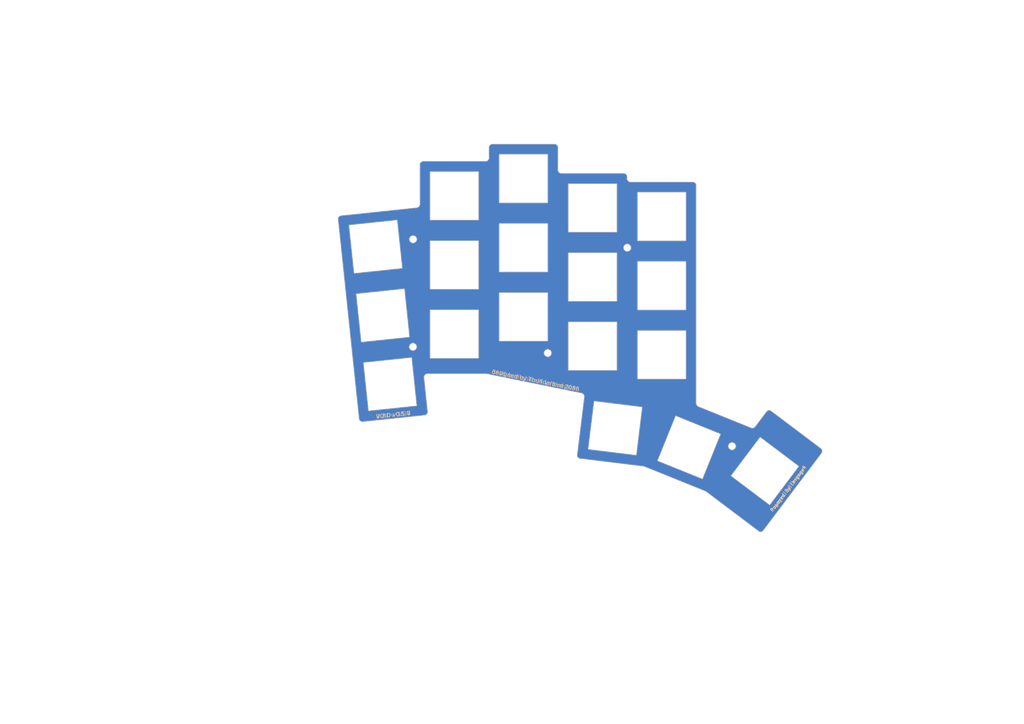
<source format=kicad_pcb>
(kicad_pcb
	(version 20240108)
	(generator "pcbnew")
	(generator_version "8.0")
	(general
		(thickness 1.6)
		(legacy_teardrops no)
	)
	(paper "A4")
	(title_block
		(title "top_plate")
		(date "2024-11-10")
		(rev "0.5.8")
		(company "Allen Choi")
	)
	(layers
		(0 "F.Cu" signal)
		(31 "B.Cu" signal)
		(32 "B.Adhes" user "B.Adhesive")
		(33 "F.Adhes" user "F.Adhesive")
		(34 "B.Paste" user)
		(35 "F.Paste" user)
		(36 "B.SilkS" user "B.Silkscreen")
		(37 "F.SilkS" user "F.Silkscreen")
		(38 "B.Mask" user)
		(39 "F.Mask" user)
		(40 "Dwgs.User" user "User.Drawings")
		(41 "Cmts.User" user "User.Comments")
		(42 "Eco1.User" user "User.Eco1")
		(43 "Eco2.User" user "User.Eco2")
		(44 "Edge.Cuts" user)
		(45 "Margin" user)
		(46 "B.CrtYd" user "B.Courtyard")
		(47 "F.CrtYd" user "F.Courtyard")
		(48 "B.Fab" user)
		(49 "F.Fab" user)
	)
	(setup
		(pad_to_mask_clearance 0.05)
		(allow_soldermask_bridges_in_footprints no)
		(pcbplotparams
			(layerselection 0x00010fc_ffffffff)
			(plot_on_all_layers_selection 0x0000000_00000000)
			(disableapertmacros no)
			(usegerberextensions no)
			(usegerberattributes yes)
			(usegerberadvancedattributes yes)
			(creategerberjobfile yes)
			(dashed_line_dash_ratio 12.000000)
			(dashed_line_gap_ratio 3.000000)
			(svgprecision 4)
			(plotframeref no)
			(viasonmask no)
			(mode 1)
			(useauxorigin no)
			(hpglpennumber 1)
			(hpglpenspeed 20)
			(hpglpendiameter 15.000000)
			(pdf_front_fp_property_popups yes)
			(pdf_back_fp_property_popups yes)
			(dxfpolygonmode yes)
			(dxfimperialunits yes)
			(dxfusepcbnewfont yes)
			(psnegative no)
			(psa4output no)
			(plotreference yes)
			(plotvalue yes)
			(plotfptext yes)
			(plotinvisibletext no)
			(sketchpadsonfab no)
			(subtractmaskfromsilk no)
			(outputformat 1)
			(mirror no)
			(drillshape 1)
			(scaleselection 1)
			(outputdirectory "")
		)
	)
	(net 0 "")
	(net 1 "GND")
	(gr_line
		(start 118.727864 97.70559)
		(end 117.264465 83.782283)
		(stroke
			(width 0.15)
			(type default)
		)
		(layer "Edge.Cuts")
		(uuid "03f64881-acdc-4518-9bd6-258a5df4acd7")
	)
	(gr_line
		(start 221.391235 153.859903)
		(end 238.287191 131.438211)
		(stroke
			(width 0.15)
			(type default)
		)
		(layer "Edge.Cuts")
		(uuid "048093a9-7ee4-41f9-840f-12588f87b10f")
	)
	(gr_line
		(start 158.813865 64.838481)
		(end 144.813865 64.838481)
		(stroke
			(width 0.15)
			(type default)
		)
		(layer "Edge.Cuts")
		(uuid "064ba785-d39a-42b7-8c53-b942daeb0c18")
	)
	(gr_line
		(start 100.016531 82.553452)
		(end 102.112327 102.493616)
		(stroke
			(width 0.15)
			(type default)
		)
		(layer "Edge.Cuts")
		(uuid "0751bd07-bde7-4a39-b168-a8c85bf6bc8e")
	)
	(gr_line
		(start 158.813865 98.888481)
		(end 158.813865 84.888481)
		(stroke
			(width 0.15)
			(type default)
		)
		(layer "Edge.Cuts")
		(uuid "08ce9927-6248-4d35-9107-05cfc78bc9ab")
	)
	(gr_line
		(start 144.813865 64.838481)
		(end 144.813865 78.838481)
		(stroke
			(width 0.15)
			(type default)
		)
		(layer "Edge.Cuts")
		(uuid "097c1b3d-e351-4a54-a4e7-074abce04a8b")
	)
	(gr_line
		(start 115.16867 63.84212)
		(end 101.245363 65.305518)
		(stroke
			(width 0.15)
			(type default)
		)
		(layer "Edge.Cuts")
		(uuid "098f3982-5fb0-449e-b6ef-d06a737d63e0")
	)
	(gr_line
		(start 138.763865 63.788481)
		(end 138.763865 49.788481)
		(stroke
			(width 0.15)
			(type default)
		)
		(layer "Edge.Cuts")
		(uuid "09a33b99-c0ff-413f-b035-b7b7a6b399d7")
	)
	(gr_arc
		(start 168.23575 133.017716)
		(mid 167.569614 132.640833)
		(end 167.365073 131.9033)
		(stroke
			(width 0.15)
			(type default)
		)
		(layer "Edge.Cuts")
		(uuid "0c58faf1-2a25-42c4-9e75-ad30e7a30693")
	)
	(gr_line
		(start 164.863865 87.338481)
		(end 178.863865 87.338481)
		(stroke
			(width 0.15)
			(type default)
		)
		(layer "Edge.Cuts")
		(uuid "0cd311dc-c797-40ab-bb09-18e17abca85c")
	)
	(gr_line
		(start 160.838865 41.763481)
		(end 142.788865 41.763481)
		(stroke
			(width 0.15)
			(type default)
		)
		(layer "Edge.Cuts")
		(uuid "0d0f945a-7eac-4308-961f-c156e46b3e75")
	)
	(gr_line
		(start 158.813865 84.888481)
		(end 144.813865 84.888481)
		(stroke
			(width 0.15)
			(type default)
		)
		(layer "Edge.Cuts")
		(uuid "146b7f42-64aa-4bf7-84d4-e2899250b695")
	)
	(gr_line
		(start 124.763865 49.788481)
		(end 124.763865 63.788481)
		(stroke
			(width 0.15)
			(type default)
		)
		(layer "Edge.Cuts")
		(uuid "157e190a-51ee-4329-aa61-125940c0757e")
	)
	(gr_line
		(start 172.320481 116.366403)
		(end 170.61431 130.262049)
		(stroke
			(width 0.15)
			(type default)
		)
		(layer "Edge.Cuts")
		(uuid "17185d42-de1f-4d39-8b81-e39a0da07d19")
	)
	(gr_arc
		(start 124.043758 119.343462)
		(mid 123.826388 120.077325)
		(end 123.153765 120.442513)
		(stroke
			(width 0.15)
			(type default)
		)
		(layer "Edge.Cuts")
		(uuid "19521a14-03e7-46d8-8a49-883d471db551")
	)
	(gr_line
		(start 170.61431 130.262049)
		(end 184.509957 131.96822)
		(stroke
			(width 0.15)
			(type default)
		)
		(layer "Edge.Cuts")
		(uuid "195b6946-ead4-476e-91e1-4d300f4eaa04")
	)
	(gr_line
		(start 212.029738 137.993605)
		(end 223.210635 146.419016)
		(stroke
			(width 0.15)
			(type default)
		)
		(layer "Edge.Cuts")
		(uuid "1d8d5fc5-61a2-4706-8941-71d49c65835a")
	)
	(gr_line
		(start 138.763865 49.788481)
		(end 124.763865 49.788481)
		(stroke
			(width 0.15)
			(type default)
		)
		(layer "Edge.Cuts")
		(uuid "1e163c52-6d6d-427f-8ad4-c42864b1ac8e")
	)
	(gr_line
		(start 220.455148 126.812708)
		(end 212.029738 137.993605)
		(stroke
			(width 0.15)
			(type default)
		)
		(layer "Edge.Cuts")
		(uuid "1e1e8b8f-e0d9-4029-bfe0-8017f8a2a93e")
	)
	(gr_line
		(start 184.509957 131.96822)
		(end 186.216127 118.072574)
		(stroke
			(width 0.15)
			(type default)
		)
		(layer "Edge.Cuts")
		(uuid "23286505-3f67-4f5b-b3ff-32d742527cb5")
	)
	(gr_line
		(start 105.436954 105.185846)
		(end 106.900353 119.109153)
		(stroke
			(width 0.15)
			(type default)
		)
		(layer "Edge.Cuts")
		(uuid "2363005f-2c86-472d-a58f-363f0e43f3fe")
	)
	(gr_arc
		(start 221.391235 153.859903)
		(mid 220.731774 154.248356)
		(end 219.990784 154.056724)
		(stroke
			(width 0.15)
			(type default)
		)
		(layer "Edge.Cuts")
		(uuid "237d78c5-9252-4d5b-994c-4011015ff6fb")
	)
	(gr_arc
		(start 105.202645 122.329251)
		(mid 104.468796 122.111875)
		(end 104.103594 121.439258)
		(stroke
			(width 0.15)
			(type default)
		)
		(layer "Edge.Cuts")
		(uuid "23cd47af-1253-4f9e-b0c4-9061c29d1a24")
	)
	(gr_line
		(start 180.888865 50.263481)
		(end 162.838865 50.263481)
		(stroke
			(width 0.15)
			(type default)
		)
		(layer "Edge.Cuts")
		(uuid "273aa988-01e9-4682-aba4-a1c7b73423c5")
	)
	(gr_line
		(start 186.91478 135.345543)
		(end 204.794044 142.569234)
		(stroke
			(width 0.15)
			(type default)
		)
		(layer "Edge.Cuts")
		(uuid "293154a8-f897-4795-b200-7799d0e35bc7")
	)
	(gr_line
		(start 124.763865 69.838481)
		(end 124.763865 83.838481)
		(stroke
			(width 0.15)
			(type default)
		)
		(layer "Edge.Cuts")
		(uuid "2f6ef541-bced-43a7-a19e-6344d1c4ea6c")
	)
	(gr_line
		(start 164.863865 93.388481)
		(end 164.863865 107.388481)
		(stroke
			(width 0.15)
			(type default)
		)
		(layer "Edge.Cuts")
		(uuid "2fb58379-4ff7-41f9-9191-287a110f5c08")
	)
	(gr_line
		(start 178.863865 107.388481)
		(end 178.863865 93.388481)
		(stroke
			(width 0.15)
			(type default)
		)
		(layer "Edge.Cuts")
		(uuid "3231f04c-db6f-4895-9024-3ddcbc2f6872")
	)
	(gr_circle
		(center 212.304594 129.398709)
		(end 213.354594 129.398709)
		(stroke
			(width 0.15)
			(type default)
		)
		(fill none)
		(layer "Edge.Cuts")
		(uuid "33f8e302-fdd3-4167-8424-74403f53f4fa")
	)
	(gr_line
		(start 120.843394 60.204019)
		(end 117.8609 60.517492)
		(stroke
			(width 0.15)
			(type default)
		)
		(layer "Edge.Cuts")
		(uuid "3456daee-3fdc-4f8a-b8bc-403e3bacf863")
	)
	(gr_line
		(start 198.913865 89.838481)
		(end 198.913865 75.838481)
		(stroke
			(width 0.15)
			(type default)
		)
		(layer "Edge.Cuts")
		(uuid "35c026b3-1c18-46cf-b498-fbeb23023cff")
	)
	(gr_line
		(start 195.965809 120.640342)
		(end 190.721316 133.620916)
		(stroke
			(width 0.15)
			(type default)
		)
		(layer "Edge.Cuts")
		(uuid "3a16198d-02e0-4c0f-b608-c32bf7599d04")
	)
	(gr_line
		(start 178.863865 67.288481)
		(end 178.863865 53.288481)
		(stroke
			(width 0.15)
			(type default)
		)
		(layer "Edge.Cuts")
		(uuid "3a6b64b1-2b05-4df6-a8df-d4ea53863f0d")
	)
	(gr_line
		(start 138.763865 83.838481)
		(end 138.763865 69.838481)
		(stroke
			(width 0.15)
			(type default)
		)
		(layer "Edge.Cuts")
		(uuid "3e46e55e-1e22-46b7-9e9f-72baebaa71ba")
	)
	(gr_line
		(start 120.82366 117.645754)
		(end 119.360261 103.722447)
		(stroke
			(width 0.15)
			(type default)
		)
		(layer "Edge.Cuts")
		(uuid "3e6342a0-e6d1-4dc3-ad41-f4608955ecde")
	)
	(gr_line
		(start 144.813865 84.888481)
		(end 144.813865 98.888481)
		(stroke
			(width 0.15)
			(type default)
		)
		(layer "Edge.Cuts")
		(uuid "429eafe1-2a1e-44d0-9263-aaab600161e7")
	)
	(gr_line
		(start 167.365073 131.9033)
		(end 169.423887 115.135605)
		(stroke
			(width 0.15)
			(type default)
		)
		(layer "Edge.Cuts")
		(uuid "436324d1-3ebf-4d6f-8ad1-14265f9335b7")
	)
	(gr_line
		(start 198.913865 75.838481)
		(end 184.913865 75.838481)
		(stroke
			(width 0.15)
			(type default)
		)
		(layer "Edge.Cuts")
		(uuid "4377b41c-f5ac-4faa-a376-0a441d8fc03a")
	)
	(gr_line
		(start 201.938865 116.954075)
		(end 201.938865 53.763481)
		(stroke
			(width 0.15)
			(type default)
		)
		(layer "Edge.Cuts")
		(uuid "4457b9a2-c563-4840-b75f-e97d55ec36f7")
	)
	(gr_line
		(start 198.913865 95.888481)
		(end 184.913865 95.888481)
		(stroke
			(width 0.15)
			(type default)
		)
		(layer "Edge.Cuts")
		(uuid "474c37ac-02b9-4b61-bdb8-94b625d74dca")
	)
	(gr_line
		(start 184.913865 109.888481)
		(end 198.913865 109.888481)
		(stroke
			(width 0.15)
			(type default)
		)
		(layer "Edge.Cuts")
		(uuid "48207234-01c7-4abf-b42f-19c3fca2aa48")
	)
	(gr_line
		(start 144.813865 58.788481)
		(end 158.813865 58.788481)
		(stroke
			(width 0.15)
			(type default)
		)
		(layer "Edge.Cuts")
		(uuid "48501562-a612-4c1d-9d5f-af2e0820ecdc")
	)
	(gr_arc
		(start 98.025264 63.60781)
		(mid 98.24264 62.873961)
		(end 98.915258 62.508759)
		(stroke
			(width 0.15)
			(type default)
		)
		(layer "Edge.Cuts")
		(uuid "4aa7a9bf-4229-4f18-b7f2-4b347cb8712f")
	)
	(gr_line
		(start 102.112327 102.493616)
		(end 104.103594 121.439258)
		(stroke
			(width 0.15)
			(type default)
		)
		(layer "Edge.Cuts")
		(uuid "4b74ab78-9aae-4880-b540-79a0dff84121")
	)
	(gr_line
		(start 124.763865 103.888481)
		(end 138.763865 103.888481)
		(stroke
			(width 0.15)
			(type default)
		)
		(layer "Edge.Cuts")
		(uuid "4bd10244-1484-4eac-b6e4-3dc438aa8ff5")
	)
	(gr_line
		(start 117.264465 83.782283)
		(end 103.341159 85.245682)
		(stroke
			(width 0.15)
			(type default)
		)
		(layer "Edge.Cuts")
		(uuid "4d519e4e-164b-4e3d-bf5c-0840871a30e3")
	)
	(gr_arc
		(start 141.788865 42.763481)
		(mid 142.081762 42.056372)
		(end 142.788865 41.763481)
		(stroke
			(width 0.15)
			(type default)
		)
		(layer "Edge.Cuts")
		(uuid "51afbf25-8276-4474-956b-2b944ec0994b")
	)
	(gr_line
		(start 98.025264 63.60781)
		(end 100.016531 82.553452)
		(stroke
			(width 0.15)
			(type default)
		)
		(layer "Edge.Cuts")
		(uuid "51e6fae6-1349-4d5c-97ff-c18274782356")
	)
	(gr_arc
		(start 160.838865 41.763481)
		(mid 161.546006 42.056358)
		(end 161.838865 42.763481)
		(stroke
			(width 0.15)
			(type default)
		)
		(layer "Edge.Cuts")
		(uuid "5218c3be-1815-41ad-9382-68413a1f3624")
	)
	(gr_line
		(start 204.794044 142.569234)
		(end 204.776777 142.592148)
		(stroke
			(width 0.15)
			(type default)
		)
		(layer "Edge.Cuts")
		(uuid "5398f45f-3305-4868-a4ac-b1bc636f58db")
	)
	(gr_line
		(start 178.863865 93.388481)
		(end 164.863865 93.388481)
		(stroke
			(width 0.15)
			(type default)
		)
		(layer "Edge.Cuts")
		(uuid "542839aa-b9a5-4e4f-a564-7d8477f26fc6")
	)
	(gr_circle
		(center 181.913865 71.838481)
		(end 182.963865 71.838481)
		(stroke
			(width 0.15)
			(type default)
		)
		(fill none)
		(layer "Edge.Cuts")
		(uuid "5ac6aa8d-db75-41ea-91ad-665eeb404b58")
	)
	(gr_circle
		(center 119.798791 69.388524)
		(end 120.848791 69.388524)
		(stroke
			(width 0.15)
			(type default)
		)
		(fill none)
		(layer "Edge.Cuts")
		(uuid "5c52dac6-be23-4e15-b6f8-5898af3e7771")
	)
	(gr_line
		(start 104.804557 99.168988)
		(end 118.727864 97.70559)
		(stroke
			(width 0.15)
			(type default)
		)
		(layer "Edge.Cuts")
		(uuid "61bb1281-2d68-42db-ba5a-13a36e256344")
	)
	(gr_arc
		(start 141.788865 45.763481)
		(mid 141.495976 46.470585)
		(end 140.788865 46.763481)
		(stroke
			(width 0.15)
			(type default)
		)
		(layer "Edge.Cuts")
		(uuid "640ea37c-3371-4609-9b71-f3607539bc99")
	)
	(gr_arc
		(start 238.090371 130.037761)
		(mid 238.478846 130.697223)
		(end 238.287191 131.438211)
		(stroke
			(width 0.15)
			(type default)
		)
		(layer "Edge.Cuts")
		(uuid "66faf7ea-38e0-423d-84c7-3a6a6adce4cd")
	)
	(gr_arc
		(start 182.888865 52.763481)
		(mid 182.181792 52.470572)
		(end 181.888865 51.763481)
		(stroke
			(width 0.15)
			(type default)
		)
		(layer "Edge.Cuts")
		(uuid "6abc96f3-3849-47d9-92e2-99e2d413b366")
	)
	(gr_arc
		(start 202.564259 117.881259)
		(mid 202.109855 117.513259)
		(end 201.938865 116.954075)
		(stroke
			(width 0.15)
			(type default)
		)
		(layer "Edge.Cuts")
		(uuid "6af6bab7-9f37-4c7a-bdbb-494ad5115b4e")
	)
	(gr_arc
		(start 222.274549 119.37182)
		(mid 222.934016 118.983338)
		(end 223.675 119.175)
		(stroke
			(width 0.15)
			(type default)
		)
		(layer "Edge.Cuts")
		(uuid "6b37fa1d-925e-45b8-aa8d-7e94e46c0e1f")
	)
	(gr_line
		(start 144.813865 78.838481)
		(end 158.813865 78.838481)
		(stroke
			(width 0.15)
			(type default)
		)
		(layer "Edge.Cuts")
		(uuid "6f129c3b-db1a-4114-8add-34999d47c0e7")
	)
	(gr_line
		(start 144.813865 98.888481)
		(end 158.813865 98.888481)
		(stroke
			(width 0.15)
			(type default)
		)
		(layer "Edge.Cuts")
		(uuid "70af6f82-1683-49fd-8eab-9cbf4fe0a902")
	)
	(gr_arc
		(start 180.888865 50.263481)
		(mid 181.596006 50.556358)
		(end 181.888865 51.263481)
		(stroke
			(width 0.15)
			(type default)
		)
		(layer "Edge.Cuts")
		(uuid "724308db-525e-46ca-873f-1439fdb0bbff")
	)
	(gr_line
		(start 208.946383 125.884834)
		(end 195.965809 120.640342)
		(stroke
			(width 0.15)
			(type default)
		)
		(layer "Edge.Cuts")
		(uuid "73fc4ba3-126c-43c5-bfa0-fc68ebc9946c")
	)
	(gr_circle
		(center 158.863865 102.388481)
		(end 159.913865 102.388481)
		(stroke
			(width 0.15)
			(type default)
		)
		(fill none)
		(layer "Edge.Cuts")
		(uuid "7405204f-6c84-427e-ad2e-79db3df3265f")
	)
	(gr_line
		(start 182.888865 52.763481)
		(end 200.938865 52.763481)
		(stroke
			(width 0.15)
			(type default)
		)
		(layer "Edge.Cuts")
		(uuid "77002f26-c382-4c0e-84be-34686580aba7")
	)
	(gr_line
		(start 178.863865 87.338481)
		(end 178.863865 73.338481)
		(stroke
			(width 0.15)
			(type default)
		)
		(layer "Edge.Cuts")
		(uuid "780adeed-93f1-4ed9-a318-76844a88c0eb")
	)
	(gr_line
		(start 119.360261 103.722447)
		(end 105.436954 105.185846)
		(stroke
			(width 0.15)
			(type default)
		)
		(layer "Edge.Cuts")
		(uuid "786b7fb1-b8c5-449d-950e-1374565cf373")
	)
	(gr_line
		(start 238.090371 130.037761)
		(end 223.675 119.175)
		(stroke
			(width 0.15)
			(type default)
		)
		(layer "Edge.Cuts")
		(uuid "7993e8d9-de44-426a-ab4d-84e91e300dc2")
	)
	(gr_arc
		(start 140.973297 108.396326)
		(mid 140.881479 108.409179)
		(end 140.788865 108.413481)
		(stroke
			(width 0.15)
			(type default)
		)
		(layer "Edge.Cuts")
		(uuid "7997709b-f767-4534-8b90-f53dd783178e")
	)
	(gr_line
		(start 158.813865 58.788481)
		(end 158.813865 44.788481)
		(stroke
			(width 0.15)
			(type default)
		)
		(layer "Edge.Cuts")
		(uuid "7bfdabd1-7151-4b55-b028-32446eef407e")
	)
	(gr_line
		(start 168.23575 133.017716)
		(end 186.662043 135.28018)
		(stroke
			(width 0.15)
			(type default)
		)
		(layer "Edge.Cuts")
		(uuid "7d1e9d1c-764e-4d6a-981f-719595e7e6e2")
	)
	(gr_line
		(start 124.005584 108.413481)
		(end 140.788865 108.413481)
		(stroke
			(width 0.15)
			(type default)
		)
		(layer "Edge.Cuts")
		(uuid "7fa755d3-67d5-41f3-8705-72464bdaa562")
	)
	(gr_line
		(start 158.813865 78.838481)
		(end 158.813865 64.838481)
		(stroke
			(width 0.15)
			(type default)
		)
		(layer "Edge.Cuts")
		(uuid "7fb9d941-a93f-4a05-851b-12f44da9b3fa")
	)
	(gr_line
		(start 184.913865 55.788481)
		(end 184.913865 69.788481)
		(stroke
			(width 0.15)
			(type default)
		)
		(layer "Edge.Cuts")
		(uuid "8418b20a-568e-4920-b415-d5c8aca2b2b9")
	)
	(gr_arc
		(start 121.738865 47.763481)
		(mid 122.031758 47.056373)
		(end 122.738865 46.763481)
		(stroke
			(width 0.15)
			(type default)
		)
		(layer "Edge.Cuts")
		(uuid "8c68cebd-274a-43ae-844e-1a1f171595cf")
	)
	(gr_line
		(start 158.813865 44.788481)
		(end 144.813865 44.788481)
		(stroke
			(width 0.15)
			(type default)
		)
		(layer "Edge.Cuts")
		(uuid "8f447703-8493-4736-9b72-fddef9da332b")
	)
	(gr_line
		(start 186.216127 118.072574)
		(end 172.320481 116.366403)
		(stroke
			(width 0.15)
			(type default)
		)
		(layer "Edge.Cuts")
		(uuid "91d02d02-fddc-4c8b-9b32-9330b449b97f")
	)
	(gr_line
		(start 121.738865 47.763481)
		(end 121.738865 59.209497)
		(stroke
			(width 0.15)
			(type default)
		)
		(layer "Edge.Cuts")
		(uuid "96017e79-560c-4679-909c-35e51c6ac37f")
	)
	(gr_line
		(start 140.973297 108.396326)
		(end 168.631067 114.033884)
		(stroke
			(width 0.15)
			(type default)
		)
		(layer "Edge.Cuts")
		(uuid "9c1c5fbf-896d-41f4-a3a6-d0ee2b945b84")
	)
	(gr_arc
		(start 218.997085 123.721162)
		(mid 218.465684 124.082984)
		(end 217.823843 124.046531)
		(stroke
			(width 0.15)
			(type default)
		)
		(layer "Edge.Cuts")
		(uuid "9f59f0f6-ac10-4fe7-a8bb-04050bdff7dd")
	)
	(gr_line
		(start 218.997085 123.721162)
		(end 222.274549 119.37182)
		(stroke
			(width 0.15)
			(type default)
		)
		(layer "Edge.Cuts")
		(uuid "a074836b-4f4e-4eef-b23a-35b814e2db35")
	)
	(gr_line
		(start 190.721316 133.620916)
		(end 203.70189 138.865408)
		(stroke
			(width 0.15)
			(type default)
		)
		(layer "Edge.Cuts")
		(uuid "a1cfddb8-702b-4b55-8efd-8c7e5b5c87bc")
	)
	(gr_line
		(start 178.863865 53.288481)
		(end 164.863865 53.288481)
		(stroke
			(width 0.15)
			(type default)
		)
		(layer "Edge.Cuts")
		(uuid "a26d6e23-4006-41c2-9aa5-e3aa0fc8dcb4")
	)
	(gr_arc
		(start 168.631067 114.033884)
		(mid 169.242986 114.429644)
		(end 169.423887 115.135605)
		(stroke
			(width 0.15)
			(type default)
		)
		(layer "Edge.Cuts")
		(uuid "a347157f-14f4-444e-9e14-d5d4b802293e")
	)
	(gr_line
		(start 203.70189 138.865408)
		(end 208.946383 125.884834)
		(stroke
			(width 0.15)
			(type default)
		)
		(layer "Edge.Cuts")
		(uuid "a92cbc84-b2e0-46d2-b9e5-079625778bd3")
	)
	(gr_line
		(start 164.863865 73.338481)
		(end 164.863865 87.338481)
		(stroke
			(width 0.15)
			(type default)
		)
		(layer "Edge.Cuts")
		(uuid "ab22a9df-ddc8-4e75-a946-0eec300d72f2")
	)
	(gr_line
		(start 103.341159 85.245682)
		(end 104.804557 99.168988)
		(stroke
			(width 0.15)
			(type default)
		)
		(layer "Edge.Cuts")
		(uuid "ad8c11b0-ac24-4ae8-b258-e5e110d25f2c")
	)
	(gr_line
		(start 204.776777 142.592148)
		(end 219.990784 154.056724)
		(stroke
			(width 0.15)
			(type default)
		)
		(layer "Edge.Cuts")
		(uuid "ae04d166-60d0-4eb6-b27f-89c82b6f8750")
	)
	(gr_line
		(start 198.913865 55.788481)
		(end 184.913865 55.788481)
		(stroke
			(width 0.15)
			(type default)
		)
		(layer "Edge.Cuts")
		(uuid "ae8bb88b-57a1-4146-b83d-872484d2b8c8")
	)
	(gr_line
		(start 198.913865 69.788481)
		(end 198.913865 55.788481)
		(stroke
			(width 0.15)
			(type default)
		)
		(layer "Edge.Cuts")
		(uuid "b1f836f2-6648-4cc1-8979-88885bb426ca")
	)
	(gr_line
		(start 124.763865 63.788481)
		(end 138.763865 63.788481)
		(stroke
			(width 0.15)
			(type default)
		)
		(layer "Edge.Cuts")
		(uuid "b2fec3db-adf4-4f11-9eda-fa39211dc4e8")
	)
	(gr_arc
		(start 200.938865 52.763481)
		(mid 201.646006 53.056358)
		(end 201.938865 53.763481)
		(stroke
			(width 0.15)
			(type default)
		)
		(layer "Edge.Cuts")
		(uuid "b44610c4-085f-4293-9fec-a3480098424d")
	)
	(gr_line
		(start 138.763865 103.888481)
		(end 138.763865 89.888481)
		(stroke
			(width 0.15)
			(type default)
		)
		(layer "Edge.Cuts")
		(uuid "b4f695b5-4c51-43f8-8145-2486d19e17c7")
	)
	(gr_arc
		(start 121.738865 59.209497)
		(mid 121.482011 59.878629)
		(end 120.843394 60.204019)
		(stroke
			(width 0.15)
			(type default)
		)
		(layer "Edge.Cuts")
		(uuid "b61fc8c6-3228-4fc0-a43f-44137bbe0d98")
	)
	(gr_line
		(start 101.245363 65.305518)
		(end 102.708762 79.228824)
		(stroke
			(width 0.15)
			(type default)
		)
		(layer "Edge.Cuts")
		(uuid "b77fb819-3082-4ece-8b45-5ba0fc09c210")
	)
	(gr_line
		(start 161.838865 49.263481)
		(end 161.838865 42.763481)
		(stroke
			(width 0.15)
			(type default)
		)
		(layer "Edge.Cuts")
		(uuid "b85c6eed-2674-4f53-99c0-d5ba9ede0fb0")
	)
	(gr_line
		(start 106.900353 119.109153)
		(end 120.82366 117.645754)
		(stroke
			(width 0.15)
			(type default)
		)
		(layer "Edge.Cuts")
		(uuid "b8be49da-c484-4fdb-b547-a6455efac11b")
	)
	(gr_line
		(start 117.8609 60.517492)
		(end 98.915258 62.508759)
		(stroke
			(width 0.15)
			(type default)
		)
		(layer "Edge.Cuts")
		(uuid "b8dc2afb-7ea5-468a-bf3b-a76c721eedcb")
	)
	(gr_line
		(start 141.788865 42.763481)
		(end 141.788865 45.763481)
		(stroke
			(width 0.15)
			(type default)
		)
		(layer "Edge.Cuts")
		(uuid "ba104d3e-a7ae-4d5b-8858-53986da1df3f")
	)
	(gr_line
		(start 198.913865 109.888481)
		(end 198.913865 95.888481)
		(stroke
			(width 0.15)
			(type default)
		)
		(layer "Edge.Cuts")
		(uuid "ba85e4c8-2845-46ec-af7f-aa6c8f93cb05")
	)
	(gr_line
		(start 184.913865 95.888481)
		(end 184.913865 109.888481)
		(stroke
			(width 0.15)
			(type default)
		)
		(layer "Edge.Cuts")
		(uuid "bf479067-2bfb-4d36-8c9e-49ba04e8dfc7")
	)
	(gr_line
		(start 184.913865 75.838481)
		(end 184.913865 89.838481)
		(stroke
			(width 0.15)
			(type default)
		)
		(layer "Edge.Cuts")
		(uuid "bf95912e-6b00-4611-8abd-dd9f6720a1c1")
	)
	(gr_line
		(start 164.863865 53.288481)
		(end 164.863865 67.288481)
		(stroke
			(width 0.15)
			(type default)
		)
		(layer "Edge.Cuts")
		(uuid "c8d24cab-6026-4c3c-9522-a4f7317fe7b0")
	)
	(gr_line
		(start 184.913865 69.788481)
		(end 198.913865 69.788481)
		(stroke
			(width 0.15)
			(type default)
		)
		(layer "Edge.Cuts")
		(uuid "ceb642ef-ca23-4fbb-b183-5ed05d96b65e")
	)
	(gr_line
		(start 105.202645 122.329251)
		(end 123.153765 120.442513)
		(stroke
			(width 0.15)
			(type default)
		)
		(layer "Edge.Cuts")
		(uuid "d0d62f33-e6fe-4123-b8c6-2af33dd0c840")
	)
	(gr_line
		(start 102.708762 79.228824)
		(end 116.632068 77.765426)
		(stroke
			(width 0.15)
			(type default)
		)
		(layer "Edge.Cuts")
		(uuid "d1d72218-a90a-458b-b623-78e1101f1844")
	)
	(gr_line
		(start 124.763865 83.838481)
		(end 138.763865 83.838481)
		(stroke
			(width 0.15)
			(type default)
		)
		(layer "Edge.Cuts")
		(uuid "d3562d5c-33af-4b50-bf78-15b51d38bb84")
	)
	(gr_line
		(start 116.632068 77.765426)
		(end 115.16867 63.84212)
		(stroke
			(width 0.15)
			(type default)
		)
		(layer "Edge.Cuts")
		(uuid "d4ca4e10-7844-46fa-9bb0-578542bf84c2")
	)
	(gr_arc
		(start 162.838865 50.263481)
		(mid 162.131792 49.970572)
		(end 161.838865 49.263481)
		(stroke
			(width 0.15)
			(type default)
		)
		(layer "Edge.Cuts")
		(uuid "d9996ecd-5e2a-4cab-8251-2febd9ce431a")
	)
	(gr_line
		(start 231.636046 135.238119)
		(end 220.455148 126.812708)
		(stroke
			(width 0.15)
			(type default)
		)
		(layer "Edge.Cuts")
		(uuid "dcc2fa85-c96a-4211-9ce4-e447fa1e9b72")
	)
	(gr_line
		(start 124.043758 119.343462)
		(end 123.011062 109.518009)
		(stroke
			(width 0.15)
			(type default)
		)
		(layer "Edge.Cuts")
		(uuid "dccc47c2-c723-4adc-a02a-a02a7da9dbc7")
	)
	(gr_line
		(start 144.813865 44.788481)
		(end 144.813865 58.788481)
		(stroke
			(width 0.15)
			(type default)
		)
		(layer "Edge.Cuts")
		(uuid "e33b146b-3738-4b87-9ff8-841666110f56")
	)
	(gr_line
		(start 138.763865 69.838481)
		(end 124.763865 69.838481)
		(stroke
			(width 0.15)
			(type default)
		)
		(layer "Edge.Cuts")
		(uuid "e62af04f-3750-451c-8025-925100d12449")
	)
	(gr_line
		(start 138.763865 89.888481)
		(end 124.763865 89.888481)
		(stroke
			(width 0.15)
			(type default)
		)
		(layer "Edge.Cuts")
		(uuid "e6888cef-b897-492a-af99-f6aa8097e225")
	)
	(gr_circle
		(center 119.763865 100.588481)
		(end 120.813865 100.588481)
		(stroke
			(width 0.15)
			(type default)
		)
		(fill none)
		(layer "Edge.Cuts")
		(uuid "e835b87d-fcb7-4e61-a819-e586813736e5")
	)
	(gr_line
		(start 202.564259 117.881259)
		(end 217.823843 124.046531)
		(stroke
			(width 0.15)
			(type default)
		)
		(layer "Edge.Cuts")
		(uuid "ea55e18a-5e9a-46d8-8a1c-d2f5ae7e451a")
	)
	(gr_line
		(start 164.863865 67.288481)
		(end 178.863865 67.288481)
		(stroke
			(width 0.15)
			(type default)
		)
		(layer "Edge.Cuts")
		(uuid "ee5fd93c-f83c-4c69-b053-abd03b572196")
	)
	(gr_line
		(start 184.913865 89.838481)
		(end 198.913865 89.838481)
		(stroke
			(width 0.15)
			(type default)
		)
		(layer "Edge.Cuts")
		(uuid "ef0c78a6-c36d-4826-b77b-b3ab4d390af8")
	)
	(gr_line
		(start 140.788865 46.763481)
		(end 122.738865 46.763481)
		(stroke
			(width 0.15)
			(type default)
		)
		(layer "Edge.Cuts")
		(uuid "f0588150-7407-4957-b6ec-20e58fd5ff35")
	)
	(gr_line
		(start 124.763865 89.888481)
		(end 124.763865 103.888481)
		(stroke
			(width 0.15)
			(type default)
		)
		(layer "Edge.Cuts")
		(uuid "f109201c-1e78-45c5-8ad8-500f37f2c35c")
	)
	(gr_line
		(start 164.863865 107.388481)
		(end 178.863865 107.388481)
		(stroke
			(width 0.15)
			(type default)
		)
		(layer "Edge.Cuts")
		(uuid "f54c8801-e603-4a06-a45a-5386860bcca2")
	)
	(gr_arc
		(start 186.662043 135.28018)
		(mid 186.790556 135.304573)
		(end 186.91478 135.345543)
		(stroke
			(width 0.15)
			(type default)
		)
		(layer "Edge.Cuts")
		(uuid "f56458cd-6313-42ad-bb26-23e5e44c050c")
	)
	(gr_line
		(start 223.210635 146.419016)
		(end 231.636046 135.238119)
		(stroke
			(width 0.15)
			(type default)
		)
		(layer "Edge.Cuts")
		(uuid "fb9336ae-8bcc-4470-9ee5-8337b8e420cd")
	)
	(gr_line
		(start 181.888865 51.763481)
		(end 181.888865 51.263481)
		(stroke
			(width 0.15)
			(type default)
		)
		(layer "Edge.Cuts")
		(uuid "fbb95cd6-35bc-4660-9b42-0000f0144d99")
	)
	(gr_arc
		(start 123.011062 109.518009)
		(mid 123.262446 108.744356)
		(end 124.005584 108.413481)
		(stroke
			(width 0.15)
			(type default)
		)
		(layer "Edge.Cuts")
		(uuid "fc175ccd-f39d-4813-9b91-4de2c0d9f905")
	)
	(gr_line
		(start 178.863865 73.338481)
		(end 164.863865 73.338481)
		(stroke
			(width 0.15)
			(type default)
		)
		(layer "Edge.Cuts")
		(uuid "ffbbe6e3-0af6-4d10-bdbc-d7e1e7903223")
	)
	(gr_text "designed by Thunderbird 2086"
		(at 155.313865 110.388481 -11.5)
		(layer "B.SilkS")
		(uuid "3f423bf6-205e-41fd-a716-84be7f91acd4")
		(effects
			(font
				(face "Android Robot")
				(size 1.2 1.2)
				(thickness 0.15)
			)
			(justify mirror)
		)
		(render_cache "designed by Thunderbird 2086" 348.5
			(polygon
				(pts
					(xy 168.531311 112.456417) (xy 168.527864 112.455716) (xy 168.302981 112.409962) (xy 168.301345 112.418004)
					(xy 168.101971 113.397956) (xy 168.117627 113.458347) (xy 168.159733 113.503624) (xy 168.189179 113.516195)
					(xy 169.068034 113.695) (xy 169.128401 113.689363) (xy 169.17645 113.65041) (xy 169.192877 113.626783)
					(xy 169.234774 113.420855) (xy 169.227374 113.358964) (xy 169.189602 113.307972) (xy 169.14399 113.27168)
					(xy 169.094807 113.227085) (xy 169.048693 113.185346) (xy 168.985276 113.128091) (xy 168.928764 113.077263)
					(xy 168.879157 113.032861) (xy 168.823755 112.983653) (xy 168.771765 112.938208) (xy 168.725327 112.900865)
					(xy 168.572082 113.074867) (xy 168.982261 113.438871) (xy 168.357297 113.311721) (xy 168.35794 113.308561)
				)
			)
			(polygon
				(pts
					(xy 167.634798 112.714288) (xy 167.643545 112.719366) (xy 167.692725 112.757805) (xy 167.742561 112.800219)
					(xy 167.793007 112.844337) (xy 167.837012 112.883366) (xy 167.886306 112.927489) (xy 167.940888 112.976704)
					(xy 168.000759 113.031011) (xy 168.048445 113.071258) (xy 168.086147 113.118898) (xy 168.098036 113.18061)
					(xy 168.054095 113.39659) (xy 168.037841 113.419822) (xy 167.990177 113.458075) (xy 167.930118 113.463489)
					(xy 166.958207 113.265751) (xy 166.951602 113.264407) (xy 166.996887 113.041821) (xy 166.998231 113.035216)
					(xy 167.256431 113.087747) (xy 167.141037 112.910699) (xy 167.427045 112.910699) (xy 167.589017 113.155412)
					(xy 167.840611 113.2066) (xy 167.787206 113.157891) (xy 167.73889 113.113939) (xy 167.682384 113.062738)
					(xy 167.634925 113.019995) (xy 167.580699 112.971739) (xy 167.533312 112.932319) (xy 167.427045 112.910699)
					(xy 167.141037 112.910699) (xy 167.112371 112.866717) (xy 167.088343 112.835439) (xy 167.059663 112.782808)
					(xy 167.052616 112.720864) (xy 167.058634 112.691282) (xy 167.074999 112.667469) (xy 167.122792 112.628153)
					(xy 167.182733 112.622315)
				)
			)
			(polygon
				(pts
					(xy 166.944925 112.573932) (xy 165.970717 112.375727) (xy 165.969373 112.382333) (xy 165.924088 112.604919)
					(xy 165.930406 112.606204) (xy 166.398267 112.701392) (xy 166.397625 112.704551) (xy 166.321207 112.710799)
					(xy 166.251826 112.716643) (xy 166.189484 112.722085) (xy 166.117308 112.728714) (xy 166.057643 112.734626)
					(xy 165.991606 112.74215) (xy 165.945333 112.750414) (xy 165.899423 112.78863) (xy 165.875472 112.843875)
					(xy 165.861039 112.914816) (xy 165.860847 112.974054) (xy 165.889684 113.027051) (xy 165.917723 113.050772)
					(xy 165.946375 113.059892) (xy 166.920583 113.258096) (xy 166.921927 113.251491) (xy 166.967213 113.028905)
					(xy 166.960894 113.027619) (xy 166.493033 112.932432) (xy 166.493676 112.929273) (xy 166.570097 112.923025)
					(xy 166.639484 112.917182) (xy 166.70184 112.911743) (xy 166.77404 112.90512) (xy 166.833738 112.899214)
					(xy 166.899843 112.891704) (xy 166.946255 112.883468) (xy 166.992037 112.844777) (xy 167.015829 112.789948)
					(xy 167.030262 112.719008) (xy 167.030453 112.65977) (xy 167.001616 112.606773) (xy 166.973578 112.583051)
				)
			)
			(polygon
				(pts
					(xy 165.908819 111.922865) (xy 165.797095 111.900134) (xy 165.736287 111.906098) (xy 165.687873 111.946448)
					(xy 165.678547 111.959463) (xy 165.669899 111.984323) (xy 165.560513 112.521976) (xy 165.566831 112.523261)
					(xy 165.653855 112.540966) (xy 165.564102 112.982117) (xy 165.570995 112.98352) (xy 165.792432 113.028571)
					(xy 165.793718 113.022253) (xy 165.991397 112.05063) (xy 165.985794 111.989335) (xy 165.946239 111.940559)
					(xy 165.93345 111.931166)
				)
			)
			(polygon
				(pts
					(xy 165.454893 112.270781) (xy 164.588962 112.094606) (xy 164.529021 112.100444) (xy 164.481228 112.13976)
					(xy 164.464863 112.163573) (xy 164.462234 112.176497) (xy 164.284948 113.047885) (xy 164.29345 113.109866)
					(xy 164.326437 113.159423) (xy 164.372914 113.180036) (xy 165.248036 113.358082) (xy 165.308621 113.352375)
					(xy 165.356815 113.31314) (xy 165.373283 113.289349) (xy 165.436274 112.979739) (xy 165.429668 112.978395)
					(xy 165.207944 112.933285) (xy 165.206658 112.939603) (xy 165.173176 113.104173) (xy 164.537586 112.974861)
					(xy 164.653167 112.406764) (xy 164.66497 112.348748) (xy 165.274712 112.472802) (xy 164.768567 112.655462)
					(xy 164.767865 112.658908) (xy 164.844869 112.872875) (xy 164.848028 112.873518) (xy 165.458034 112.658151)
					(xy 165.495581 112.611077) (xy 165.508607 112.574226) (xy 165.540804 112.415974) (xy 165.540872 112.357132)
					(xy 165.511923 112.303998) (xy 165.483832 112.279959)
				)
			)
			(polygon
				(pts
					(xy 164.351154 112.046223) (xy 163.46914 111.866775) (xy 163.409002 111.872574) (xy 163.361126 111.911873)
					(xy 163.344754 111.935684) (xy 163.228531 112.50694) (xy 163.235136 112.508284) (xy 163.456861 112.553394)
					(xy 163.458146 112.547076) (xy 163.544861 112.12086) (xy 164.180451 112.250172) (xy 164.092451 112.682706)
					(xy 164.099344 112.684109) (xy 164.320781 112.729161) (xy 164.322066 112.722842) (xy 164.433732 112.173989)
					(xy 164.42813 112.112694) (xy 164.388574 112.063918) (xy 164.375786 112.054525)
				)
			)
			(polygon
				(pts
					(xy 162.79133 111.728874) (xy 162.800077 111.733951) (xy 162.849258 111.77239) (xy 162.899094 111.814805)
					(xy 162.94954 111.858922) (xy 162.993545 111.897952) (xy 163.042838 111.942074) (xy 163.09742 111.991289)
					(xy 163.157291 112.045597) (xy 163.204977 112.085844) (xy 163.242679 112.133483) (xy 163.254569 112.195196)
					(xy 163.210627 112.411176) (xy 163.194373 112.434408) (xy 163.14671 112.472661) (xy 163.08665 112.478074)
					(xy 162.11474 112.280337) (xy 162.108134 112.278993) (xy 162.15342 112.056407) (xy 162.154764 112.049801)
					(xy 162.412963 112.102332) (xy 162.297569 111.925284) (xy 162.583577 111.925284) (xy 162.745549 112.169998)
					(xy 162.997143 112.221185) (xy 162.943738 112.172476) (xy 162.895422 112.128524) (xy 162.838917 112.077323)
					(xy 162.791458 112.03458) (xy 162.737231 111.986324) (xy 162.689844 111.946904) (xy 162.583577 111.925284)
					(xy 162.297569 111.925284) (xy 162.268904 111.881303) (xy 162.244875 111.850025) (xy 162.216196 111.797393)
					(xy 162.209148 111.735449) (xy 162.215167 111.705867) (xy 162.231531 111.682054) (xy 162.279324 111.642738)
					(xy 162.339265 111.6369)
				)
			)
			(polygon
				(pts
					(xy 161.433839 111.012421) (xy 161.430392 111.011719) (xy 161.205509 110.965966) (xy 161.203872 110.974008)
					(xy 161.004499 111.953959) (xy 161.020155 112.01435) (xy 161.062261 112.059627) (xy 161.091707 112.072198)
					(xy 161.970562 112.251003) (xy 162.030928 112.245366) (xy 162.078977 112.206413) (xy 162.095405 112.182786)
					(xy 162.137302 111.976858) (xy 162.129902 111.914967) (xy 162.09213 111.863975) (xy 162.046518 111.827683)
					(xy 161.997335 111.783088) (xy 161.951221 111.741349) (xy 161.887804 111.684094) (xy 161.831292 111.633266)
					(xy 161.781685 111.588864) (xy 161.726283 111.539656) (xy 161.674293 111.494211) (xy 161.627855 111.456868)
					(xy 161.47461 111.63087) (xy 161.884789 111.994874) (xy 161.259825 111.867724) (xy 161.260468 111.864564)
				)
			)
			(polygon
				(pts
					(xy 160.455323 110.813339) (xy 160.453979 110.819945) (xy 160.281309 111.668642) (xy 159.661228 111.542485)
					(xy 159.661871 111.539326) (xy 159.724429 111.518779) (xy 159.784014 111.499046) (xy 159.840626 111.480128)
					(xy 159.911484 111.456171) (xy 159.977055 111.433662) (xy 160.037341 111.412603) (xy 160.105265 111.388314)
					(xy 160.16493 111.366287) (xy 160.175872 111.362154) (xy 160.157683 111.306221) (xy 160.138998 111.2499)
					(xy 160.119418 111.193131) (xy 160.100602 111.145548) (xy 160.097443 111.144905) (xy 159.497237 111.351798)
					(xy 159.453053 111.392211) (xy 159.438817 111.427247) (xy 159.400134 111.617378) (xy 159.405672 111.677668)
					(xy 159.444356 111.725506) (xy 159.467835 111.741818) (xy 160.362774 111.923895) (xy 160.422027 111.914526)
					(xy 160.468614 111.870776) (xy 160.482059 111.850659) (xy 160.683653 110.859794) (xy 160.680493 110.859151)
				)
			)
			(polygon
				(pts
					(xy 159.52176 111.063673) (xy 159.311237 111.020842) (xy 159.250283 111.028478) (xy 159.201141 111.062336)
					(xy 159.169296 111.096647) (xy 158.906424 111.361104) (xy 158.900105 111.359818) (xy 158.878867 111.304258)
					(xy 158.852801 111.239292) (xy 158.825534 111.172925) (xy 158.800091 111.111827) (xy 158.771423 111.043614)
					(xy 158.747805 110.987785) (xy 158.722372 110.927954) (xy 158.674891 110.893505) (xy 158.656691 110.887673)
					(xy 158.443583 110.844315) (xy 158.442239 110.850921) (xy 158.396953 111.073507) (xy 158.403272 111.074792)
					(xy 158.547737 111.104184) (xy 158.588131 111.203665) (xy 158.626343 111.29762) (xy 158.662372 111.386049)
					(xy 158.69622 111.46895) (xy 158.727886 111.546326) (xy 158.757369 111.618176) (xy 158.78467 111.684499)
					(xy 158.80979 111.745297) (xy 158.832727 111.800568) (xy 158.863041 111.873113) (xy 158.888446 111.933223)
					(xy 158.914682 111.994029) (xy 158.932189 112.03273) (xy 158.978569 112.070487) (xy 158.997515 112.07623)
					(xy 159.213207 112.120113) (xy 159.214551 112.113507) (xy 159.259837 111.890921) (xy 159.253518 111.889636)
					(xy 159.105894 111.859601) (xy 158.999345 111.593861) (xy 159.330665 111.263473) (xy 159.481449 111.29415)
					(xy 159.482851 111.287257) (xy 159.528078 111.064958)
				)
			)
			(polygon
				(pts
					(xy 156.98442 110.107176) (xy 156.983017 110.114069) (xy 156.93779 110.336368) (xy 156.944396 110.337712)
					(xy 157.784765 110.508687) (xy 157.784122 110.511846) (xy 157.713494 110.534744) (xy 157.649031 110.555815)
					(xy 157.590733 110.575059) (xy 157.522594 110.597878) (xy 157.465415 110.617449) (xy 157.409355 110.637346)
					(xy 157.351605 110.660375) (xy 157.348614 110.661919) (xy 157.309909 110.705947) (xy 157.290966 110.764445)
					(xy 157.186546 111.277685) (xy 157.192865 111.278971) (xy 157.414876 111.324139) (xy 157.416162 111.317821)
					(xy 157.511992 110.846801) (xy 157.585378 110.822881) (xy 157.652287 110.800925) (xy 157.712719 110.780932)
					(xy 157.78322 110.757328) (xy 157.842206 110.737213) (xy 157.899745 110.716977) (xy 157.957977 110.694293)
					(xy 157.960848 110.692863) (xy 158.000931 110.648833) (xy 158.007093 110.631685) (xy 158.047237 110.434373)
					(xy 158.041599 110.374007) (xy 158.002647 110.325957) (xy 157.979019 110.30953)
				)
			)
			(polygon
				(pts
					(xy 156.833061 110.076382) (xy 156.719902 110.053359) (xy 156.660171 110.057398) (xy 156.612127 110.096196)
					(xy 156.593894 110.125826) (xy 156.584775 110.154479) (xy 156.523888 110.453749) (xy 155.90036 110.326891)
					(xy 155.838393 110.322374) (xy 155.780518 110.341668) (xy 155.746027 110.378341) (xy 155.737025 110.406419)
					(xy 155.624424 110.959868) (xy 155.63103 110.961212) (xy 155.852754 111.006322) (xy 155.85404 111.000004)
					(xy 155.940754 110.573788) (xy 156.576345 110.7031) (xy 156.488345 111.135634) (xy 156.495238 111.137037)
					(xy 156.716675 111.182089) (xy 156.71796 111.17577) (xy 156.915639 110.204147) (xy 156.910037 110.142852)
					(xy 156.870481 110.094076) (xy 156.857693 110.084683)
				)
			)
			(polygon
				(pts
					(xy 155.704197 110.286981) (xy 155.482186 110.241812) (xy 155.481543 110.244972) (xy 155.4809 110.248131)
					(xy 155.398802 110.651657) (xy 155.384421 110.67236) (xy 154.76635 110.546612) (xy 154.850435 110.133321)
					(xy 154.862392 110.115714) (xy 154.859233 110.115071) (xy 154.855786 110.11437) (xy 154.62602 110.067623)
					(xy 154.625378 110.070783) (xy 154.624735 110.073942) (xy 154.511608 110.629976) (xy 154.51907 110.689239)
					(xy 154.558434 110.73411) (xy 154.576691 110.746704) (xy 155.468471 110.928139) (xy 155.527339 110.924566)
					(xy 155.575598 110.887737) (xy 155.594293 110.859522) (xy 155.609811 110.783249) (xy 155.624372 110.711677)
					(xy 155.637978 110.644804) (xy 155.650627 110.582632) (xy 155.662319 110.52516) (xy 155.676422 110.455842)
					(xy 155.688825 110.39488) (xy 155.701938 110.330428) (xy 155.710516 110.288267) (xy 155.707357 110.287624)
				)
			)
			(polygon
				(pts
					(xy 154.495341 110.041036) (xy 153.613327 109.861589) (xy 153.553189 109.867387) (xy 153.505312 109.906686)
					(xy 153.488941 109.930497) (xy 153.372717 110.501753) (xy 153.379323 110.503097) (xy 153.601047 110.548207)
					(xy 153.602333 110.541889) (xy 153.689047 110.115673) (xy 154.324638 110.244985) (xy 154.236638 110.67752)
					(xy 154.243531 110.678922) (xy 154.464968 110.723974) (xy 154.466253 110.717655) (xy 154.577919 110.168802)
					(xy 154.572316 110.107507) (xy 154.532761 110.058731) (xy 154.519972 110.049338)
				)
			)
			(polygon
				(pts
					(xy 152.695837 109.234654) (xy 152.69239 109.233953) (xy 152.467507 109.1882) (xy 152.465871 109.196242)
					(xy 152.266497 110.176194) (xy 152.282153 110.236585) (xy 152.324259 110.281862) (xy 152.353705 110.294433)
					(xy 153.23256 110.473238) (xy 153.292927 110.467601) (xy 153.340976 110.428648) (xy 153.357404 110.40502)
					(xy 153.3993 110.199093) (xy 153.3919 110.137201) (xy 153.354129 110.08621) (xy 153.308516 110.049917)
					(xy 153.259333 110.005322) (xy 153.213219 109.963583) (xy 153.149802 109.906329) (xy 153.09329 109.855501)
					(xy 153.043683 109.811098) (xy 152.988281 109.76189) (xy 152.936292 109.716445) (xy 152.889853 109.679103)
					(xy 152.736608 109.853105) (xy 153.146787 110.217108) (xy 152.521823 110.089958) (xy 152.522466 110.086799)
				)
			)
			(polygon
				(pts
					(xy 151.822301 109.4972) (xy 151.831047 109.502278) (xy 151.880228 109.540717) (xy 151.930064 109.583131)
					(xy 151.98051 109.627249) (xy 152.024515 109.666278) (xy 152.073808 109.710401) (xy 152.128391 109.759616)
					(xy 152.188261 109.813923) (xy 152.235948 109.854171) (xy 152.273649 109.90181) (xy 152.285539 109.963522)
					(xy 152.241597 110.179502) (xy 152.225344 110.202735) (xy 152.17768 110.240987) (xy 152.11762 110.246401)
					(xy 151.14571 110.048663) (xy 151.139104 110.047319) (xy 151.18439 109.824733) (xy 151.185734 109.818128)
					(xy 151.443934 109.870659) (xy 151.32854 109.693611) (xy 151.614548 109.693611) (xy 151.77652 109.938324)
					(xy 152.028114 109.989512) (xy 151.974709 109.940803) (xy 151.926393 109.896851) (xy 151.869887 109.84565)
					(xy 151.822428 109.802907) (xy 151.768202 109.754651) (xy 151.720814 109.715231) (xy 151.614548 109.693611)
					(xy 151.32854 109.693611) (xy 151.299874 109.649629) (xy 151.275845 109.618351) (xy 151.247166 109.56572)
					(xy 151.240119 109.503776) (xy 151.246137 109.474194) (xy 151.262502 109.450381) (xy 151.310294 109.411065)
					(xy 151.370236 109.405227)
				)
			)
			(polygon
				(pts
					(xy 151.138459 109.358071) (xy 150.15822 109.158639) (xy 150.156876 109.165245) (xy 150.111591 109.387831)
					(xy 150.117909 109.389116) (xy 150.967756 109.56202) (xy 150.879756 109.994554) (xy 150.886649 109.995957)
					(xy 151.108086 110.041009) (xy 151.109372 110.03469) (xy 151.221037 109.485836) (xy 151.215435 109.424542)
					(xy 151.175879 109.375765) (xy 151.163091 109.366373)
				)
			)
			(polygon
				(pts
					(xy 149.953867 108.676794) (xy 149.952523 108.6834) (xy 149.779853 109.532098) (xy 149.159772 109.405941)
					(xy 149.160415 109.402782) (xy 149.222973 109.382234) (xy 149.282559 109.362502) (xy 149.33917 109.343584)
					(xy 149.410028 109.319627) (xy 149.4756 109.297118) (xy 149.535885 109.276057) (xy 149.603809 109.251768)
					(xy 149.663475 109.229742) (xy 149.674416 109.225608) (xy 149.656227 109.169675) (xy 149.637542 109.113355)
					(xy 149.617963 109.056585) (xy 149.599146 109.009003) (xy 149.595987 109.00836) (xy 148.995781 109.215252)
					(xy 148.951597 109.255666) (xy 148.937361 109.290703) (xy 148.898678 109.480834) (xy 148.904217 109.541123)
					(xy 148.942901 109.588962) (xy 148.96638 109.605273) (xy 149.861318 109.787351) (xy 149.920571 109.777981)
					(xy 149.967158 109.734232) (xy 149.980603 109.714114) (xy 150.182197 108.723248) (xy 150.179037 108.722606)
				)
			)
			(polygon
				(pts
					(xy 148.968171 108.476252) (xy 148.856447 108.453521) (xy 148.795639 108.459486) (xy 148.747225 108.499835)
					(xy 148.737898 108.51285) (xy 148.729251 108.53771) (xy 148.619864 109.075363) (xy 148.626183 109.076648)
					(xy 148.713207 109.094354) (xy 148.623454 109.535504) (xy 148.630347 109.536907) (xy 148.851784 109.581959)
					(xy 148.853069 109.57564) (xy 149.050748 108.604017) (xy 149.045146 108.542722) (xy 149.00559 108.493946)
					(xy 148.992802 108.484553)
				)
			)
			(polygon
				(pts
					(xy 148.530615 108.827499) (xy 147.550376 108.628067) (xy 147.549032 108.634673) (xy 147.503746 108.857259)
					(xy 147.510065 108.858544) (xy 148.359912 109.031448) (xy 148.271912 109.463982) (xy 148.278805 109.465385)
					(xy 148.500242 109.510437) (xy 148.501527 109.504118) (xy 148.613193 108.955264) (xy 148.607591 108.89397)
					(xy 148.568035 108.845193) (xy 148.555247 108.835801)
				)
			)
			(polygon
				(pts
					(xy 146.787404 108.03257) (xy 146.783957 108.031869) (xy 146.559074 107.986116) (xy 146.557438 107.994157)
					(xy 146.358064 108.974109) (xy 146.37372 109.0345) (xy 146.415826 109.079777) (xy 146.445272 109.092348)
					(xy 147.324127 109.271153) (xy 147.384494 109.265516) (xy 147.432543 109.226564) (xy 147.448971 109.202936)
					(xy 147.490867 108.997008) (xy 147.483467 108.935117) (xy 147.445696 108.884125) (xy 147.400083 108.847833)
					(xy 147.3509 108.803238) (xy 147.304786 108.761499) (xy 147.241369 108.704245) (xy 147.184857 108.653416)
					(xy 147.13525 108.609014) (xy 147.079848 108.559806) (xy 147.027858 108.514361) (xy 146.98142 108.477019)
					(xy 146.828175 108.65102) (xy 147.238354 109.015024) (xy 146.61339 108.887874) (xy 146.614033 108.884715)
				)
			)
			(polygon
				(pts
					(xy 146.087192 107.89011) (xy 145.118441 107.693016) (xy 145.056677 107.697776) (xy 145.010568 107.735145)
					(xy 144.988505 107.771562) (xy 144.952276 107.949631) (xy 144.952207 108.010338) (xy 144.98244 108.06338)
					(xy 145.011774 108.086459) (xy 145.727287 108.468317) (xy 145.68054 108.698083) (xy 144.835001 108.526057)
					(xy 144.833657 108.532662) (xy 144.788372 108.755248) (xy 144.79469 108.756534) (xy 145.753963 108.9517)
					(xy 145.81528 108.94675) (xy 145.86101 108.909037) (xy 145.882868 108.872345) (xy 145.970751 108.440385)
					(xy 145.971069 108.378543) (xy 145.940711 108.324502) (xy 145.896917 108.293163) (xy 145.28176 107.964922)
					(xy 146.046881 108.120587) (xy 146.048283 108.113694) (xy 146.093511 107.891396)
				)
			)
			(polygon
				(pts
					(xy 144.835254 107.635401) (xy 144.853421 107.648443) (xy 144.892639 107.694029) (xy 144.90022 107.752703)
					(xy 144.722876 108.624378) (xy 144.698541 108.670853) (xy 144.650995 108.710769) (xy 144.590199 108.714929)
					(xy 143.700717 108.533962) (xy 143.682551 108.52092) (xy 143.643332 108.475334) (xy 143.635751 108.416659)
					(xy 143.652595 108.33387) (xy 143.890376 108.33387) (xy 144.518211 108.461605) (xy 144.633149 107.896668)
					(xy 144.645595 107.835492) (xy 144.01776 107.707758) (xy 143.90288 108.272408) (xy 143.890376 108.33387)
					(xy 143.652595 108.33387) (xy 143.813095 107.544985) (xy 143.837556 107.498535) (xy 143.885223 107.458644)
					(xy 143.94606 107.454492)
				)
			)
			(polygon
				(pts
					(xy 143.633578 107.390917) (xy 143.660507 107.399686) (xy 143.67897 107.412648) (xy 143.718678 107.45904)
					(xy 143.725921 107.520669) (xy 143.685894 107.717406) (xy 143.678072 107.738194) (xy 143.636135 107.781159)
					(xy 143.61668 107.789043) (xy 143.561197 107.808641) (xy 143.499913 107.82898) (xy 143.435962 107.849622)
					(xy 143.376372 107.868553) (xy 143.309287 107.889632) (xy 143.308644 107.892791) (xy 143.507671 108.074457)
					(xy 143.542876 108.106795) (xy 143.566154 108.16166) (xy 143.563736 108.223747) (xy 143.529611 108.391476)
					(xy 143.507594 108.428952) (xy 143.461682 108.46756) (xy 143.400298 108.472841) (xy 142.551025 108.300055)
					(xy 142.522947 108.291052) (xy 142.495356 108.267422) (xy 142.467059 108.214535) (xy 142.467412 108.15533)
					(xy 142.479176 108.097509) (xy 142.728621 108.097509) (xy 143.315674 108.216946) (xy 143.061418 107.980376)
					(xy 143.0551 107.97909) (xy 142.728621 108.097509) (xy 142.479176 108.097509) (xy 142.499608 107.997078)
					(xy 142.504597 107.978044) (xy 142.537086 107.927536) (xy 142.566259 107.908753) (xy 142.622571 107.885184)
					(xy 142.680804 107.863548) (xy 142.738197 107.84336) (xy 142.805196 107.820611) (xy 142.861749 107.801869)
					(xy 142.862392 107.79871) (xy 142.82461 107.765458) (xy 142.777607 107.723345) (xy 142.732312 107.67803)
					(xy 142.698433 107.651257) (xy 142.651181 107.607257) (xy 142.612938 107.556023) (xy 142.60134 107.49705)
					(xy 142.606963 107.46941) (xy 142.84624 107.46941) (xy 143.112777 107.711768) (xy 143.452823 107.59282)
					(xy 142.84624 107.46941) (xy 142.606963 107.46941) (xy 142.644697 107.283942) (xy 142.660876 107.260091)
					(xy 142.708118 107.220663) (xy 142.76736 107.214683)
				)
			)
			(polygon
				(pts
					(xy 142.464643 107.153094) (xy 141.589235 106.97499) (xy 141.52865 106.980698) (xy 141.480456 107.019932)
					(xy 141.463987 107.043724) (xy 141.402107 107.347876) (xy 141.408713 107.34922) (xy 141.630437 107.394331)
					(xy 141.631722 107.388012) (xy 141.664094 107.228899) (xy 142.299684 107.358211) (xy 142.184104 107.926308)
					(xy 142.1723 107.984324) (xy 141.562559 107.860271) (xy 141.929048 107.723074) (xy 142.012626 107.740078)
					(xy 142.013911 107.733759) (xy 142.059255 107.510886) (xy 142.05265 107.509542) (xy 141.962754 107.491253)
					(xy 141.900361 107.490258) (xy 141.839776 107.506106) (xy 141.791228 107.527241) (xy 141.723446 107.549988)
					(xy 141.661617 107.570976) (xy 141.605739 107.590203) (xy 141.540495 107.613104) (xy 141.473819 107.63733)
					(xy 141.415632 107.659949) (xy 141.375084 107.679161) (xy 141.338941 107.725877) (xy 141.328955 107.757411)
					(xy 141.296583 107.916524) (xy 141.296429 107.975994) (xy 141.325488 108.029279) (xy 141.353725 108.053171)
					(xy 141.382378 108.062291) (xy 142.248308 108.238466) (xy 142.30825 108.232628) (xy 142.356043 108.193312)
					(xy 142.372407 108.169499) (xy 142.375037 108.156575) (xy 142.552323 107.285187) (xy 142.543972 107.223237)
					(xy 142.511093 107.173702)
				)
			)
		)
	)
	(gr_text "VOID v0.5.8"
		(at 114.071063 120.366497 6)
		(layer "B.SilkS")
		(uuid "6665c80f-1a74-4500-bcd5-e86fd676cb84")
		(effects
			(font
				(face "Android Robot")
				(size 1.2 1.2)
				(thickness 0.15)
			)
			(justify mirror)
		)
		(render_cache "VOID v0.5.8" 6
			(polygon
				(pts
					(xy 118.743496 119.263338) (xy 118.529837 119.285794) (xy 118.475459 119.308329) (xy 118.441553 119.356375)
					(xy 118.425075 119.41371) (xy 118.421336 119.439541) (xy 118.283517 120.088233) (xy 118.277104 120.088907)
					(xy 118.243263 120.012506) (xy 118.21131 119.940508) (xy 118.181245 119.872914) (xy 118.153068 119.809725)
					(xy 118.12678 119.750939) (xy 118.102379 119.696558) (xy 118.069318 119.623243) (xy 118.040505 119.559837)
					(xy 118.01594 119.506341) (xy 117.989795 119.450426) (xy 117.962215 119.394964) (xy 117.911898 119.361621)
					(xy 117.865541 119.355615) (xy 117.649259 119.378347) (xy 117.649963 119.385051) (xy 117.673706 119.610952)
					(xy 117.679828 119.610309) (xy 117.804001 119.597258) (xy 117.844313 119.687947) (xy 117.882246 119.773129)
					(xy 117.9178 119.852801) (xy 117.950974 119.926966) (xy 117.981769 119.995623) (xy 118.010184 120.058771)
					(xy 118.03622 120.116411) (xy 118.070813 120.192544) (xy 118.100052 120.256283) (xy 118.13071 120.32199)
					(xy 118.15885 120.379238) (xy 118.163472 120.387305) (xy 118.211659 120.421102) (xy 118.249974 120.428018)
					(xy 118.38056 120.414293) (xy 118.433223 120.386471) (xy 118.464924 120.33175) (xy 118.482493 120.269304)
					(xy 118.491247 120.214048) (xy 118.644063 119.508964) (xy 118.774357 119.495269) (xy 118.773622 119.488274)
					(xy 118.749909 119.262664)
				)
			)
			(polygon
				(pts
					(xy 117.517476 119.401407) (xy 117.568587 119.43309) (xy 117.593461 119.486769) (xy 117.686443 120.371428)
					(xy 117.677209 120.42307) (xy 117.643867 120.475436) (xy 117.587135 120.497685) (xy 116.684404 120.592566)
					(xy 116.663156 120.58559) (xy 116.612045 120.553907) (xy 116.587171 120.500228) (xy 116.504037 119.709265)
					(xy 116.738328 119.709265) (xy 116.79856 120.282326) (xy 116.805116 120.344704) (xy 117.442304 120.277733)
					(xy 117.382042 119.70438) (xy 117.375516 119.642294) (xy 116.738328 119.709265) (xy 116.504037 119.709265)
					(xy 116.494189 119.615569) (xy 116.503551 119.563914) (xy 116.537016 119.511535) (xy 116.593788 119.489281)
					(xy 117.496229 119.394431)
				)
			)
			(polygon
				(pts
					(xy 116.431139 119.506376) (xy 116.206112 119.530028) (xy 116.206786 119.53644) (xy 116.321795 120.630678)
					(xy 116.328791 120.629943) (xy 116.553526 120.606322) (xy 116.552852 120.599909) (xy 116.437843 119.505672)
				)
			)
			(polygon
				(pts
					(xy 116.122133 119.549819) (xy 116.168156 119.587088) (xy 116.194174 119.643565) (xy 116.287156 120.528225)
					(xy 116.288534 120.541342) (xy 116.280172 120.568964) (xy 116.246565 120.620816) (xy 116.19121 120.644403)
					(xy 115.299846 120.738089) (xy 115.272296 120.729613) (xy 115.220553 120.695583) (xy 115.196953 120.639568)
					(xy 115.178892 120.46772) (xy 115.413182 120.46772) (xy 115.415603 120.490747) (xy 116.042006 120.42491)
					(xy 115.975218 119.789471) (xy 115.722792 119.816002) (xy 115.704149 119.849041) (xy 115.678146 119.901796)
					(xy 115.651379 119.957573) (xy 115.624317 120.014669) (xy 115.586397 120.093851) (xy 115.552228 120.165438)
					(xy 115.521809 120.229431) (xy 115.49514 120.285828) (xy 115.465415 120.349211) (xy 115.437633 120.409451)
					(xy 115.413182 120.46772) (xy 115.178892 120.46772) (xy 115.175937 120.439609) (xy 115.179884 120.41267)
					(xy 115.190746 120.386819) (xy 115.215321 120.332343) (xy 115.243779 120.271033) (xy 115.270255 120.214707)
					(xy 115.301129 120.149517) (xy 115.336402 120.075462) (xy 115.362361 120.021167) (xy 115.390276 119.962932)
					(xy 115.420145 119.900757) (xy 115.45197 119.834642) (xy 115.485749 119.764587) (xy 115.497465 119.734968)
					(xy 115.525233 119.676671) (xy 115.561822 119.623961) (xy 115.616436 119.592005) (xy 116.071446 119.544182)
				)
			)
			(polygon
				(pts
					(xy 114.61206 120.141396) (xy 114.398401 120.163853) (xy 114.342571 120.18952) (xy 114.305897 120.236711)
					(xy 114.285856 120.279123) (xy 114.114735 120.610971) (xy 114.108322 120.611645) (xy 114.068667 120.561469)
					(xy 114.031481 120.515906) (xy 113.98691 120.462241) (xy 113.945936 120.413475) (xy 113.900237 120.359524)
					(xy 113.849811 120.300387) (xy 113.808889 120.252631) (xy 113.753219 120.233785) (xy 113.734105 120.233673)
					(xy 113.517822 120.256405) (xy 113.518527 120.263109) (xy 113.54227 120.489011) (xy 113.548683 120.488337)
					(xy 113.6953 120.472927) (xy 113.74392 120.532848) (xy 113.788686 120.587745) (xy 113.829598 120.637617)
					(xy 113.878153 120.6963) (xy 113.919856 120.74605) (xy 113.962351 120.795678) (xy 114.003859 120.841713)
					(xy 114.015225 120.853068) (xy 114.072399 120.867099) (xy 114.202985 120.853374) (xy 114.257026 120.8207)
					(xy 114.295322 120.766361) (xy 114.325607 120.706154) (xy 114.33872 120.675546) (xy 114.371456 120.618547)
					(xy 114.399801 120.564897) (xy 114.429807 120.506997) (xy 114.457991 120.452042) (xy 114.48989 120.389412)
					(xy 114.64292 120.373328) (xy 114.642185 120.366332) (xy 114.618473 120.140722)
				)
			)
			(polygon
				(pts
					(xy 113.316582 119.842939) (xy 113.367693 119.874622) (xy 113.392567 119.928301) (xy 113.485549 120.81296)
					(xy 113.476315 120.864602) (xy 113.442973 120.916967) (xy 113.386241 120.939217) (xy 112.483511 121.034098)
					(xy 112.462263 121.027122) (xy 112.411152 120.995439) (xy 112.386278 120.94176) (xy 112.303145 120.150796)
					(xy 112.537436 120.150796) (xy 112.597667 120.723858) (xy 112.604223 120.786236) (xy 113.24141 120.719264)
					(xy 113.181148 120.145912) (xy 113.174623 120.083825) (xy 112.537436 120.150796) (xy 112.303145 120.150796)
					(xy 112.293297 120.057101) (xy 112.302658 120.005446) (xy 112.336123 119.953067) (xy 112.392896 119.930813)
					(xy 113.295335 119.835963)
				)
			)
			(polygon
				(pts
					(xy 112.27601 120.820732) (xy 112.050983 120.844383) (xy 112.051718 120.851379) (xy 112.075431 121.076989)
					(xy 112.082426 121.076254) (xy 112.307162 121.052633) (xy 112.306457 121.045929) (xy 112.282714 120.820027)
				)
			)
			(polygon
				(pts
					(xy 111.761246 119.997202) (xy 110.780687 120.100263) (xy 110.781392 120.106967) (xy 110.805135 120.332869)
					(xy 110.811548 120.332194) (xy 111.66327 120.242675) (xy 111.687809 120.476155) (xy 111.599469 120.512366)
					(xy 111.516406 120.546471) (xy 111.438619 120.57847) (xy 111.366109 120.608362) (xy 111.298875 120.636148)
					(xy 111.236918 120.661827) (xy 111.180238 120.6854) (xy 111.105112 120.71681) (xy 111.041859 120.74348)
					(xy 110.975989 120.771668) (xy 110.91676 120.798152) (xy 110.907571 120.802767) (xy 110.874675 120.852054)
					(xy 110.866069 120.912121) (xy 110.866439 120.916132) (xy 110.883319 121.07674) (xy 110.900891 121.133121)
					(xy 110.944182 121.174908) (xy 110.977941 121.189098) (xy 111.007718 121.18921) (xy 111.997021 121.08523)
					(xy 111.996316 121.078526) (xy 111.972573 120.852625) (xy 111.96616 120.853299) (xy 111.196055 120.93424)
					(xy 111.195718 120.931034) (xy 111.275036 120.898531) (xy 111.349535 120.867935) (xy 111.419215 120.839245)
					(xy 111.484076 120.812461) (xy 111.544119 120.787584) (xy 111.599343 120.764613) (xy 111.673143 120.733732)
					(xy 111.736101 120.707139) (xy 111.803178 120.678354) (xy 111.85992 120.653096) (xy 111.886543 120.639753)
					(xy 111.92072 120.588492) (xy 111.927353 120.526128) (xy 111.883635 120.110178) (xy 111.866291 120.053594)
					(xy 111.823811 120.01162) (xy 111.790731 119.997345)
				)
			)
			(polygon
				(pts
					(xy 110.775441 120.978448) (xy 110.550414 121.0021) (xy 110.551149 121.009095) (xy 110.574862 121.234705)
					(xy 110.581857 121.23397) (xy 110.806593 121.210349) (xy 110.805888 121.203645) (xy 110.782145 120.977744)
				)
			)
			(polygon
				(pts
					(xy 110.293369 120.154724) (xy 110.314875 120.161535) (xy 110.366695 120.193839) (xy 110.392135 120.250437)
					(xy 110.413121 120.450105) (xy 110.411912 120.472283) (xy 110.384835 120.52587) (xy 110.368652 120.53924)
					(xy 110.32163 120.574615) (xy 110.269298 120.612441) (xy 110.214515 120.651358) (xy 110.163375 120.687332)
					(xy 110.105734 120.727608) (xy 110.106071 120.730814) (xy 110.350513 120.844223) (xy 110.393813 120.864479)
					(xy 110.432512 120.909804) (xy 110.448876 120.969745) (xy 110.466768 121.139972) (xy 110.457039 121.182334)
					(xy 110.424862 121.232961) (xy 110.367907 121.256457) (xy 109.505983 121.347049) (xy 109.476497 121.346906)
					(xy 109.443078 121.332666) (xy 109.400187 121.290736) (xy 109.38272 121.234165) (xy 109.368668 121.100473)
					(xy 109.614453 121.100473) (xy 110.21025 121.037852) (xy 109.896624 120.888687) (xy 109.890212 120.889361)
					(xy 109.614453 121.100473) (xy 109.368668 121.100473) (xy 109.365839 121.073556) (xy 109.364873 121.053903)
					(xy 109.380671 120.995963) (xy 109.402846 120.969277) (xy 109.449463 120.929865) (xy 109.498495 120.89172)
					(xy 109.547161 120.855208) (xy 109.604219 120.813365) (xy 109.652519 120.778485) (xy 109.652182 120.775278)
					(xy 109.606149 120.754927) (xy 109.548658 120.728897) (xy 109.491833 120.699299) (xy 109.451471 120.683953)
					(xy 109.393175 120.656198) (xy 109.341295 120.618835) (xy 109.312501 120.566079) (xy 109.30199 120.466076)
					(xy 109.537755 120.466076) (xy 109.864834 120.617068) (xy 110.153373 120.401371) (xy 109.537755 120.466076)
					(xy 109.30199 120.466076) (xy 109.289769 120.349797) (xy 109.298026 120.322185) (xy 109.331226 120.270376)
					(xy 109.385928 120.246858) (xy 110.265049 120.154459)
				)
			)
		)
	)
	(gr_text "Powered By Eergogen"
		(at 228.621294 141.73129 53)
		(layer "B.SilkS")
		(uuid "a494c6c5-78d6-4ea8-a4a1-9e2655623021")
		(effects
			(font
				(face "KiCad Font")
				(size 1 1)
				(thickness 0.15)
			)
			(justify mirror)
		)
	)
	(gr_text "designed by Thunderbird 2086"
		(at 155.313865 110.388481 -11.5)
		(layer "F.SilkS")
		(uuid "280b35fd-7ef6-41b5-b145-844eda813de8")
		(effects
			(font
				(face "Android Robot")
				(size 1.2 1.2)
				(thickness 0.15)
			)
		)
		(render_cache "designed by Thunderbird 2086" 348.5
			(polygon
				(pts
					(xy 142.339134 107.127559) (xy 142.34258 107.12826) (xy 142.567464 107.174013) (xy 142.565828 107.182055)
					(xy 142.366454 108.162007) (xy 142.328447 108.21148) (xy 142.271996 108.236706) (xy 142.23998 108.236772)
					(xy 141.361125 108.057967) (xy 141.307759 108.029191) (xy 141.27875 107.97456) (xy 141.27286 107.946392)
					(xy 141.314757 107.740464) (xy 141.345751 107.686385) (xy 141.400444 107.654205) (xy 141.456611 107.63862)
					(xy 141.519309 107.616787) (xy 141.578066 107.596384) (xy 141.658812 107.568461) (xy 141.730692 107.543754)
					(xy 141.793705 107.522264) (xy 141.86393 107.498615) (xy 141.929544 107.477097) (xy 141.986881 107.460868)
					(xy 142.059956 107.680915) (xy 141.540157 107.855713) (xy 142.16512 107.982863) (xy 142.165763 107.979704)
				)
			)
			(polygon
				(pts
					(xy 143.515685 107.8072) (xy 143.56858 107.835995) (xy 143.597211 107.89086) (xy 143.602971 107.919174)
					(xy 143.596952 107.948756) (xy 143.566262 108.003022) (xy 143.519297 108.040264) (xy 143.484958 108.059667)
					(xy 143.265987 108.206837) (xy 143.524186 108.259368) (xy 143.522842 108.265974) (xy 143.477557 108.48856)
					(xy 143.470951 108.487216) (xy 142.499041 108.289478) (xy 142.445871 108.261028) (xy 142.416943 108.207193)
					(xy 142.411059 108.179457) (xy 142.429669 108.087984) (xy 142.681807 108.087984) (xy 142.933401 108.139171)
					(xy 143.178114 107.977199) (xy 143.071847 107.955579) (xy 143.012824 107.973349) (xy 142.944054 107.996581)
					(xy 142.883666 108.017383) (xy 142.811647 108.042435) (xy 142.749998 108.064014) (xy 142.681807 108.087984)
					(xy 142.429669 108.087984) (xy 142.455 107.963477) (xy 142.490058 107.911316) (xy 142.543376 107.882195)
					(xy 142.602998 107.86378) (xy 142.679329 107.837182) (xy 142.748802 107.813207) (xy 142.811417 107.791852)
					(xy 142.867173 107.773119) (xy 142.930847 107.75222) (xy 142.993294 107.73265) (xy 143.053585 107.716483)
					(xy 143.06362 107.715227)
				)
			)
			(polygon
				(pts
					(xy 143.753493 107.855583) (xy 144.727701 108.053788) (xy 144.726357 108.060393) (xy 144.681071 108.282979)
					(xy 144.674752 108.281694) (xy 144.206891 108.186506) (xy 144.206249 108.189666) (xy 144.274151 108.225275)
					(xy 144.335732 108.257765) (xy 144.390992 108.287133) (xy 144.454841 108.321436) (xy 144.507452 108.350191)
					(xy 144.5653 108.38292) (xy 144.604665 108.408608) (xy 144.631993 108.461724) (xy 144.632455 108.521936)
					(xy 144.618022 108.592876) (xy 144.595051 108.64748) (xy 144.5478 108.684996) (xy 144.512721 108.695876)
					(xy 144.482783 108.693075) (xy 143.508575 108.494871) (xy 143.509919 108.488265) (xy 143.555205 108.265679)
					(xy 143.561523 108.266964) (xy 144.029384 108.362152) (xy 144.030027 108.358993) (xy 143.962123 108.323382)
					(xy 143.900534 108.290891) (xy 143.845261 108.261521) (xy 143.781388 108.227213) (xy 143.728743 108.198451)
					(xy 143.670828 108.165708) (xy 143.631323 108.139992) (xy 143.604298 108.086489) (xy 143.603821 108.026722)
					(xy 143.618254 107.955782) (xy 143.641224 107.901178) (xy 143.688476 107.863662) (xy 143.723555 107.852782)
				)
			)
			(polygon
				(pts
					(xy 144.961626 107.661111) (xy 145.07335 107.683842) (xy 145.126993 107.713091) (xy 145.155793 107.76915)
					(xy 145.159293 107.784775) (xy 145.157539 107.811037) (xy 145.048152 108.34869) (xy 145.041833 108.347404)
					(xy 144.95481 108.329699) (xy 144.865056 108.77085) (xy 144.858163 108.769447) (xy 144.636726 108.724396)
					(xy 144.638012 108.718077) (xy 144.835691 107.746454) (xy 144.864798 107.692221) (xy 144.920267 107.662778)
					(xy 144.935709 107.659128)
				)
			)
			(polygon
				(pts
					(xy 145.243525 108.158733) (xy 146.109456 108.334909) (xy 146.162351 108.363704) (xy 146.190983 108.418569)
					(xy 146.196742 108.446883) (xy 146.194112 108.459807) (xy 146.016827 109.331195) (xy 145.984783 109.384927)
					(xy 145.935054 109.417655) (xy 145.884218 109.41847) (xy 145.009096 109.240424) (xy 144.955557 109.211498)
					(xy 144.926525 109.156552) (xy 144.920661 109.128217) (xy 144.983652 108.818607) (xy 144.990258 108.819951)
					(xy 145.211982 108.865061) (xy 145.210697 108.87138) (xy 145.177215 109.03595) (xy 145.812805 109.165262)
					(xy 145.928385 108.597165) (xy 145.940189 108.53915) (xy 145.330447 108.415096) (xy 145.724985 108.781002)
					(xy 145.724284 108.784449) (xy 145.569798 108.951319) (xy 145.566639 108.950676) (xy 145.089277 108.514082)
					(xy 145.073107 108.456079) (xy 145.075516 108.417067) (xy 145.107712 108.258816) (xy 145.130641 108.204624)
					(xy 145.17805 108.167026) (xy 145.2133 108.155874)
				)
			)
			(polygon
				(pts
					(xy 146.347264 108.383291) (xy 147.229278 108.562739) (xy 147.28237 108.591574) (xy 147.311085 108.646456)
					(xy 147.316851 108.674771) (xy 147.200628 109.246027) (xy 147.194022 109.244683) (xy 146.972298 109.199573)
					(xy 146.973583 109.193254) (xy 147.060298 108.767038) (xy 146.424708 108.637726) (xy 146.336708 109.070261)
					(xy 146.329815 109.068858) (xy 146.108378 109.023806) (xy 146.109663 109.017488) (xy 146.221329 108.468634)
					(xy 146.250435 108.414401) (xy 146.305905 108.384958) (xy 146.321347 108.381309)
				)
			)
			(polygon
				(pts
					(xy 148.359152 108.792615) (xy 148.412048 108.82141) (xy 148.440679 108.876275) (xy 148.446438 108.904589)
					(xy 148.44042 108.934171) (xy 148.409729 108.988437) (xy 148.362765 109.025678) (xy 148.328425 109.045081)
					(xy 148.109454 109.192252) (xy 148.367654 109.244783) (xy 148.36631 109.251389) (xy 148.321024 109.473974)
					(xy 148.314419 109.47263) (xy 147.342508 109.274893) (xy 147.289339 109.246443) (xy 147.26041 109.192607)
					(xy 147.254526 109.164871) (xy 147.273136 109.073399) (xy 147.525274 109.073399) (xy 147.776868 109.124586)
					(xy 148.021582 108.962614) (xy 147.915315 108.940994) (xy 147.856292 108.958764) (xy 147.787521 108.981996)
					(xy 147.727134 109.002797) (xy 147.655114 109.02785) (xy 147.593466 109.049429) (xy 147.525274 109.073399)
					(xy 147.273136 109.073399) (xy 147.298468 108.948891) (xy 147.333525 108.89673) (xy 147.386844 108.867609)
					(xy 147.446465 108.849194) (xy 147.522797 108.822597) (xy 147.59227 108.798621) (xy 147.654884 108.777267)
					(xy 147.710641 108.758534) (xy 147.774315 108.737635) (xy 147.836762 108.718064) (xy 147.897052 108.701898)
					(xy 147.907088 108.700641)
				)
			)
			(polygon
				(pts
					(xy 149.436606 108.571556) (xy 149.440053 108.572257) (xy 149.664936 108.61801) (xy 149.6633 108.626052)
					(xy 149.463927 109.606004) (xy 149.425919 109.655477) (xy 149.369469 109.680703) (xy 149.337452 109.680769)
					(xy 148.458597 109.501964) (xy 148.405232 109.473188) (xy 148.376222 109.418557) (xy 148.370332 109.390389)
					(xy 148.412229 109.184461) (xy 148.443223 109.130382) (xy 148.497916 109.098202) (xy 148.554083 109.082617)
					(xy 148.616781 109.060784) (xy 148.675538 109.040381) (xy 148.756285 109.012458) (xy 148.828165 108.987751)
					(xy 148.891178 108.966261) (xy 148.961402 108.942613) (xy 149.027016 108.921094) (xy 149.084354 108.904865)
					(xy 149.157428 109.124912) (xy 148.637629 109.29971) (xy 149.262593 109.42686) (xy 149.263235 109.423701)
				)
			)
			(polygon
				(pts
					(xy 150.415122 108.770637) (xy 150.413778 108.777243) (xy 150.241109 109.625941) (xy 150.86119 109.752098)
					(xy 150.861832 109.748939) (xy 150.812276 109.705582) (xy 150.765137 109.664136) (xy 150.720418 109.624602)
					(xy 150.664554 109.574863) (xy 150.61299 109.528523) (xy 150.565725 109.485581) (xy 150.512691 109.436682)
					(xy 150.466376 109.393094) (xy 150.457919 109.385014) (xy 150.496517 109.340634) (xy 150.535723 109.296091)
					(xy 150.575927 109.251485) (xy 150.61184 109.215038) (xy 150.614999 109.215681) (xy 151.086652 109.640645)
					(xy 151.111533 109.69511) (xy 151.110948 109.732924) (xy 151.072265 109.923055) (xy 151.04361 109.976388)
					(xy 150.989309 110.005309) (xy 150.961323 110.011149) (xy 150.066385 109.829072) (xy 150.015503 109.797295)
					(xy 149.989713 109.738821) (xy 149.985198 109.715049) (xy 150.186792 108.724183) (xy 150.189952 108.724826)
				)
			)
			(polygon
				(pts
					(xy 151.176658 109.365843) (xy 151.387181 109.408674) (xy 151.440306 109.43952) (xy 151.472311 109.489888)
					(xy 151.488219 109.533914) (xy 151.626862 109.88006) (xy 151.633181 109.881346) (xy 151.67444 109.8385)
					(xy 151.723819 109.788884) (xy 151.77485 109.738447) (xy 151.822142 109.692147) (xy 151.875185 109.640558)
					(xy 151.918739 109.598396) (xy 151.965528 109.553259) (xy 152.022695 109.5401) (xy 152.041727 109.541843)
					(xy 152.254835 109.5852) (xy 152.253491 109.591806) (xy 152.208206 109.814392) (xy 152.201887 109.813107)
					(xy 152.057422 109.783715) (xy 151.981369 109.859504) (xy 151.909483 109.93106) (xy 151.841766 109.998381)
					(xy 151.778217 110.061467) (xy 151.718835 110.12032) (xy 151.663622 110.174938) (xy 151.612576 110.225321)
					(xy 151.565698 110.271471) (xy 151.522988 110.313386) (xy 151.466738 110.368319) (xy 151.419866 110.413725)
					(xy 151.371957 110.459446) (xy 151.34072 110.48823) (xy 151.283274 110.504863) (xy 151.263591 110.502746)
					(xy 151.047898 110.458863) (xy 151.049242 110.452257) (xy 151.094527 110.229671) (xy 151.100846 110.230957)
					(xy 151.248471 110.260991) (xy 151.450382 110.058009) (xy 151.274494 109.624426) (xy 151.12371 109.593749)
					(xy 151.125112 109.586856) (xy 151.17034 109.364557)
				)
			)
			(polygon
				(pts
					(xy 153.886025 109.476801) (xy 153.884623 109.483694) (xy 153.839396 109.705992) (xy 153.83279 109.704648)
					(xy 152.992421 109.533673) (xy 152.991778 109.536833) (xy 153.047845 109.585507) (xy 153.09895 109.630091)
					(xy 153.145094 109.670584) (xy 153.198901 109.718212) (xy 153.243887 109.758569) (xy 153.287716 109.798789)
					(xy 153.331877 109.842552) (xy 153.334027 109.845142) (xy 153.352452 109.900794) (xy 153.347032 109.962043)
					(xy 153.242613 110.475283) (xy 153.236294 110.473997) (xy 153.014283 110.428829) (xy 153.015568 110.42251)
					(xy 153.111398 109.95149) (xy 153.053192 109.900798) (xy 153.000181 109.854443) (xy 152.952365 109.812427)
					(xy 152.896691 109.763152) (xy 152.850254 109.721589) (xy 152.805195 109.680479) (xy 152.760456 109.636845)
					(xy 152.758372 109.634407) (xy 152.73868 109.578215) (xy 152.739707 109.560023) (xy 152.779851 109.362712)
					(xy 152.808627 109.309346) (xy 152.863257 109.280337) (xy 152.891425 109.274447)
				)
			)
			(polygon
				(pts
					(xy 154.037383 109.507595) (xy 154.150543 109.530617) (xy 154.203947 109.557674) (xy 154.233012 109.61216)
					(xy 154.238218 109.646559) (xy 154.235418 109.676497) (xy 154.17453 109.975767) (xy 154.798058 110.102625)
					(xy 154.856864 110.12268) (xy 154.902599 110.163053) (xy 154.920019 110.210288) (xy 154.917335 110.239651)
					(xy 154.804734 110.7931) (xy 154.798128 110.791756) (xy 154.576404 110.746646) (xy 154.57769 110.740327)
					(xy 154.664404 110.314111) (xy 154.028814 110.184799) (xy 153.940814 110.617334) (xy 153.933921 110.615931)
					(xy 153.712484 110.570879) (xy 153.71377 110.564561) (xy 153.911449 109.592938) (xy 153.940555 109.538704)
					(xy 153.996025 109.509261) (xy 154.011466 109.505612)
				)
			)
			(polygon
				(pts
					(xy 154.994221 110.142535) (xy 155.216232 110.187703) (xy 155.215589 110.190863) (xy 155.214946 110.194022)
					(xy 155.132848 110.597549) (xy 155.137997 110.622225) (xy 155.756067 110.747973) (xy 155.840153 110.334681)
					(xy 155.836026 110.313802) (xy 155.839185 110.314445) (xy 155.842632 110.315146) (xy 156.072398 110.361892)
					(xy 156.071755 110.365052) (xy 156.071112 110.368211) (xy 155.957986 110.924245) (xy 155.927961 110.975881)
					(xy 155.874194 111.001805) (xy 155.852467 111.006264) (xy 154.960688 110.824829) (xy 154.907895 110.798539)
					(xy 154.877863 110.745782) (xy 154.871679 110.712505) (xy 154.887197 110.636232) (xy 154.901758 110.564659)
					(xy 154.915364 110.497787) (xy 154.928013 110.435614) (xy 154.939706 110.378142) (xy 154.953808 110.308824)
					(xy 154.966211 110.247862) (xy 154.979324 110.18341) (xy 154.987902 110.141249) (xy 154.991061 110.141892)
				)
			)
			(polygon
				(pts
					(xy 156.203077 110.388479) (xy 157.085091 110.567927) (xy 157.138183 110.596762) (xy 157.166898 110.651644)
					(xy 157.172664 110.679959) (xy 157.056441 111.251215) (xy 157.049835 111.249871) (xy 156.828111 111.204761)
					(xy 156.829397 111.198442) (xy 156.916111 110.772226) (xy 156.280521 110.642914) (xy 156.192521 111.075448)
					(xy 156.185628 111.074046) (xy 155.964191 111.028994) (xy 155.965477 111.022676) (xy 156.077142 110.473822)
					(xy 156.106249 110.419589) (xy 156.161718 110.390146) (xy 156.17716 110.386496)
				)
			)
			(polygon
				(pts
					(xy 158.174608 110.349323) (xy 158.178054 110.350024) (xy 158.402938 110.395777) (xy 158.401302 110.403819)
					(xy 158.201928 111.383771) (xy 158.16392 111.433243) (xy 158.10747 111.458468) (xy 158.075453 111.458534)
					(xy 157.196598 111.27973) (xy 157.143233 111.250954) (xy 157.114224 111.196324) (xy 157.108334 111.168156)
					(xy 157.15023 110.962228) (xy 157.181225 110.908148) (xy 157.235918 110.875968) (xy 157.292085 110.860384)
					(xy 157.354783 110.838551) (xy 157.41354 110.818148) (xy 157.494286 110.790224) (xy 157.566166 110.765517)
					(xy 157.629179 110.744028) (xy 157.699404 110.720379) (xy 157.765017 110.698861) (xy 157.822355 110.682632)
					(xy 157.89543 110.902679) (xy 157.375631 111.077476) (xy 158.000594 111.204627) (xy 158.001237 111.201467)
				)
			)
			(polygon
				(pts
					(xy 159.328182 111.024289) (xy 159.381077 111.053084) (xy 159.409709 111.107949) (xy 159.415468 111.136263)
					(xy 159.409449 111.165845) (xy 159.378759 111.220111) (xy 159.331794 111.257353) (xy 159.297455 111.276755)
					(xy 159.078484 111.423925) (xy 159.336684 111.476456) (xy 159.33534 111.483062) (xy 159.290054 111.705648)
					(xy 159.283448 111.704304) (xy 158.311538 111.506566) (xy 158.258368 111.478116) (xy 158.22944 111.424281)
					(xy 158.223556 111.396546) (xy 158.242166 111.305073) (xy 158.494304 111.305073) (xy 158.745898 111.35626)
					(xy 158.990611 111.194288) (xy 158.884344 111.172668) (xy 158.825322 111.190438) (xy 158.756551 111.21367)
					(xy 158.696164 111.234472) (xy 158.624144 111.259524) (xy 158.562496 111.281103) (xy 158.494304 111.305073)
					(xy 158.242166 111.305073) (xy 158.267497 111.180566) (xy 158.302555 111.128405) (xy 158.355874 111.099284)
					(xy 158.415495 111.080868) (xy 158.491826 111.054271) (xy 158.561299 111.030296) (xy 158.623914 111.008941)
					(xy 158.679671 110.990208) (xy 158.743345 110.969309) (xy 158.805792 110.949739) (xy 158.866082 110.933572)
					(xy 158.876117 110.932316)
				)
			)
			(polygon
				(pts
					(xy 159.559959 111.071445) (xy 160.540198 111.270876) (xy 160.538854 111.277482) (xy 160.493568 111.500067)
					(xy 160.48725 111.498782) (xy 159.637403 111.325879) (xy 159.549402 111.758413) (xy 159.542509 111.75701)
					(xy 159.321072 111.711958) (xy 159.322358 111.70564) (xy 159.434024 111.156787) (xy 159.46313 111.102554)
					(xy 159.5186 111.073111) (xy 159.534041 111.069462)
				)
			)
			(polygon
				(pts
					(xy 160.916578 110.907183) (xy 160.915234 110.913789) (xy 160.742564 111.762486) (xy 161.362645 111.888643)
					(xy 161.363288 111.885483) (xy 161.313731 111.842126) (xy 161.266593 111.80068) (xy 161.221874 111.761146)
					(xy 161.16601 111.711407) (xy 161.114445 111.665067) (xy 161.067181 111.622125) (xy 161.014147 111.573227)
					(xy 160.967831 111.529638) (xy 160.959375 111.521558) (xy 160.997973 111.477179) (xy 161.037179 111.432636)
					(xy 161.077383 111.388031) (xy 161.113296 111.351583) (xy 161.116455 111.352226) (xy 161.588108 111.777189)
					(xy 161.612989 111.831654) (xy 161.612403 111.869468) (xy 161.573721 112.059599) (xy 161.545066 112.112932)
					(xy 161.490765 112.141853) (xy 161.462779 112.147694) (xy 160.56784 111.965616) (xy 160.516959 111.93384)
					(xy 160.491169 111.875365) (xy 160.486654 111.851593) (xy 160.688248 110.860729) (xy 160.691407 110.861371)
				)
			)
			(polygon
				(pts
					(xy 161.902274 111.107725) (xy 162.013998 111.130455) (xy 162.067641 111.159705) (xy 162.096441 111.215763)
					(xy 162.099941 111.231388) (xy 162.098187 111.257651) (xy 161.9888 111.795303) (xy 161.982482 111.794017)
					(xy 161.895458 111.776312) (xy 161.805705 112.217463) (xy 161.798812 112.21606) (xy 161.577375 112.171008)
					(xy 161.57866 112.16469) (xy 161.776339 111.193068) (xy 161.805446 111.138835) (xy 161.860915 111.109391)
					(xy 161.876357 111.105742)
				)
			)
			(polygon
				(pts
					(xy 162.167803 111.602015) (xy 163.148042 111.801447) (xy 163.146698 111.808053) (xy 163.101413 112.030639)
					(xy 163.095094 112.029353) (xy 162.245247 111.85645) (xy 162.157247 112.288985) (xy 162.150354 112.287582)
					(xy 161.928917 112.24253) (xy 161.930202 112.236212) (xy 162.041868 111.687358) (xy 162.070974 111.633125)
					(xy 162.126444 111.603682) (xy 162.141886 111.600033)
				)
			)
			(polygon
				(pts
					(xy 164.083041 111.551406) (xy 164.086487 111.552107) (xy 164.311371 111.59786) (xy 164.309735 111.605902)
					(xy 164.110361 112.585854) (xy 164.072354 112.635327) (xy 164.015903 112.660553) (xy 163.983887 112.660619)
					(xy 163.105032 112.481814) (xy 163.051666 112.453038) (xy 163.022657 112.398407) (xy 163.016767 112.370239)
					(xy 163.058664 112.164311) (xy 163.089658 112.110232) (xy 163.144351 112.078052) (xy 163.200518 112.062467)
					(xy 163.263216 112.040634) (xy 163.321973 112.020231) (xy 163.402719 111.992307) (xy 163.474599 111.967601)
					(xy 163.537612 111.946111) (xy 163.607837 111.922462) (xy 163.673451 111.900944) (xy 163.730788 111.884715)
					(xy 163.803863 112.104762) (xy 163.284064 112.27956) (xy 163.909027 112.40671) (xy 163.90967 112.403551)
				)
			)
			(polygon
				(pts
					(xy 164.783253 111.693866) (xy 165.752004 111.89096) (xy 165.806998 111.919475) (xy 165.83484 111.97189)
					(xy 165.84092 112.014033) (xy 165.804691 112.192102) (xy 165.781035 112.24801) (xy 165.732481 112.285022)
					(xy 165.69646 112.294805) (xy 164.888624 112.366734) (xy 164.841877 112.5965) (xy 165.687416 112.768527)
					(xy 165.686072 112.775133) (xy 165.640787 112.997719) (xy 165.634468 112.996433) (xy 164.675195 112.801267)
					(xy 164.620687 112.772752) (xy 164.593327 112.720169) (xy 164.587545 112.677854) (xy 164.675428 112.245893)
					(xy 164.699299 112.188843) (xy 164.748359 112.15096) (xy 164.800916 112.139224) (xy 165.495426 112.077437)
					(xy 164.730305 111.921772) (xy 164.731707 111.914879) (xy 164.776934 111.69258)
				)
			)
			(polygon
				(pts
					(xy 166.924385 112.129484) (xy 166.978763 112.157077) (xy 167.007054 112.212422) (xy 167.011421 112.264736)
					(xy 166.834077 113.136411) (xy 166.804173 113.187459) (xy 166.75026 113.214097) (xy 166.728442 113.219005)
					(xy 165.83896 113.038038) (xy 165.784622 113.010453) (xy 165.756453 112.955132) (xy 165.752211 112.902844)
					(xy 165.766425 112.832979) (xy 166.004206 112.832979) (xy 166.632042 112.960714) (xy 166.644547 112.899251)
					(xy 166.759426 112.334601) (xy 166.13159 112.206867) (xy 166.119144 112.268042) (xy 166.004206 112.832979)
					(xy 165.766425 112.832979) (xy 165.929555 112.031169) (xy 165.95946 111.980121) (xy 166.013372 111.953483)
					(xy 166.03519 111.948575)
				)
			)
			(polygon
				(pts
					(xy 167.236867 112.193059) (xy 168.103085 112.369293) (xy 168.155281 112.397946) (xy 168.183362 112.452699)
					(xy 168.188934 112.480975) (xy 168.145577 112.694083) (xy 168.111859 112.743836) (xy 168.056637 112.776054)
					(xy 167.99595 112.798093) (xy 167.954302 112.809501) (xy 167.894902 112.833516) (xy 167.835181 112.853916)
					(xy 167.78741 112.869761) (xy 167.786767 112.872921) (xy 167.831501 112.912269) (xy 167.884286 112.959388)
					(xy 167.929228 113.000397) (xy 167.974378 113.043067) (xy 168.017004 113.086765) (xy 168.036519 113.115454)
					(xy 168.04669 113.17464) (xy 168.043845 113.194111) (xy 168.011649 113.352362) (xy 167.98884 113.406999)
					(xy 167.942128 113.444625) (xy 167.907497 113.455596) (xy 167.878133 113.452912) (xy 167.028861 113.280126)
					(xy 166.97442 113.251279) (xy 166.947243 113.197801) (xy 166.941619 113.154702) (xy 166.957298 113.077638)
					(xy 167.206744 113.077638) (xy 167.793796 113.197075) (xy 167.539541 112.960505) (xy 167.533223 112.95922)
					(xy 167.206744 113.077638) (xy 166.957298 113.077638) (xy 166.975744 112.986973) (xy 166.997778 112.928877)
					(xy 167.040643 112.887469) (xy 167.085685 112.871457) (xy 167.339872 112.781999) (xy 167.340515 112.778839)
					(xy 167.286999 112.733224) (xy 167.239542 112.692514) (xy 167.188741 112.648526) (xy 167.140276 112.605858)
					(xy 167.096861 112.566139) (xy 167.082034 112.55128) (xy 167.060218 112.495344) (xy 167.06114 112.473152)
					(xy 167.065944 112.449539) (xy 167.324363 112.449539) (xy 167.5909 112.691898) (xy 167.930945 112.572949)
					(xy 167.324363 112.449539) (xy 167.065944 112.449539) (xy 167.101167 112.276415) (xy 167.131914 112.222516)
					(xy 167.186592 112.195327) (xy 167.208652 112.190609)
				)
			)
			(polygon
				(pts
					(xy 168.405801 112.430882) (xy 169.28121 112.608985) (xy 169.334749 112.637911) (xy 169.363781 112.692858)
					(xy 169.369645 112.721193) (xy 169.307764 113.025346) (xy 169.301158 113.024002) (xy 169.079434 112.978891)
					(xy 169.08072 112.972573) (xy 169.113091 112.81346) (xy 168.477501 112.684148) (xy 168.361921 113.252244)
					(xy 168.350117 113.31026) (xy 168.959859 113.434313) (xy 168.67611 113.164824) (xy 168.592533 113.14782)
					(xy 168.593819 113.141502) (xy 168.639163 112.918629) (xy 168.645768 112.919972) (xy 168.735664 112.938262)
					(xy 168.793486 112.961725) (xy 168.843063 112.999986) (xy 168.879493 113.03841) (xy 168.932998 113.085833)
					(xy 168.981712 113.129311) (xy 169.025634 113.168843) (xy 169.076745 113.215416) (xy 169.128654 113.263769)
					(xy 169.173377 113.307326) (xy 169.203195 113.340853) (xy 169.218212 113.397978) (xy 169.215082 113.430906)
					(xy 169.182711 113.590019) (xy 169.159616 113.644822) (xy 169.112047 113.682517) (xy 169.076719 113.693477)
					(xy 169.046781 113.690676) (xy 168.18085 113.514501) (xy 168.127955 113.485706) (xy 168.099323 113.430841)
					(xy 168.093564 113.402527) (xy 168.096194 113.389603) (xy 168.273479 112.518215) (xy 168.305372 112.464452)
					(xy 168.354993 112.431702)
				)
			)
		)
	)
	(gr_text "Powered By Eergogen"
		(at 228.621294 141.73129 53)
		(layer "F.SilkS")
		(uuid "89b38360-e830-4cc1-9dc0-313dcbc59734")
		(effects
			(font
				(face "KiCad Font")
				(size 1 1)
				(thickness 0.15)
			)
		)
	)
	(gr_text "VOID v0.5.8"
		(at 114.071063 120.366497 6)
		(layer "F.SilkS")
		(uuid "fa3f6bed-0761-443a-83e0-187159ac59d1")
		(effects
			(font
				(face "Android Robot")
				(size 1.2 1.2)
				(thickness 0.15)
			)
		)
		(render_cache "VOID v0.5.8" 6
			(polygon
				(pts
					(xy 109.271374 120.258898) (xy 109.485033 120.236442) (xy 109.542908 120.247178) (xy 109.586063 120.287125)
					(xy 109.614101 120.339781) (xy 109.623129 120.36427) (xy 109.892807 120.970133) (xy 109.89922 120.969459)
					(xy 109.916436 120.887691) (xy 109.932722 120.810623) (xy 109.948077 120.738255) (xy 109.9625 120.670588)
					(xy 109.975992 120.607622) (xy 109.988553 120.549355) (xy 110.005649 120.470769) (xy 110.020649 120.402758)
					(xy 110.033554 120.345323) (xy 110.047503 120.285195) (xy 110.06295 120.225211) (xy 110.105234 120.182135)
					(xy 110.149329 120.166621) (xy 110.365612 120.143889) (xy 110.366316 120.150593) (xy 110.39006 120.376495)
					(xy 110.383938 120.377138) (xy 110.259765 120.390189) (xy 110.239189 120.487278) (xy 110.219795 120.578485)
					(xy 110.201583 120.663809) (xy 110.184554 120.74325) (xy 110.168706 120.816809) (xy 110.154041 120.884485)
					(xy 110.140558 120.946279) (xy 110.12255 121.02794) (xy 110.107202 121.096365) (xy 110.090876 121.16701)
					(xy 110.075253 121.228859) (xy 110.072409 121.23771) (xy 110.032302 121.280787) (xy 109.996262 121.295518)
					(xy 109.865677 121.309244) (xy 109.808379 121.292979) (xy 109.765995 121.246044) (xy 109.735826 121.188616)
					(xy 109.715775 121.136387) (xy 109.419703 120.478483) (xy 109.289409 120.492178) (xy 109.288674 120.485182)
					(xy 109.264961 120.259572)
				)
			)
			(polygon
				(pts
					(xy 111.481241 120.042919) (xy 111.524865 120.087195) (xy 111.544761 120.135775) (xy 111.637743 121.020434)
					(xy 111.624573 121.078112) (xy 111.581165 121.119729) (xy 111.561833 121.13097) (xy 110.659101 121.225851)
					(xy 110.598983 121.215883) (xy 110.555482 121.171594) (xy 110.535713 121.123) (xy 110.453958 120.345154)
					(xy 110.68825 120.345154) (xy 110.694775 120.40724) (xy 110.755037 120.980593) (xy 111.392225 120.913622)
					(xy 111.385669 120.851244) (xy 111.325438 120.278183) (xy 110.68825 120.345154) (xy 110.453958 120.345154)
					(xy 110.442732 120.238341) (xy 110.455902 120.180663) (xy 110.499309 120.139046) (xy 110.518642 120.127805)
					(xy 111.421082 120.032955)
				)
			)
			(polygon
				(pts
					(xy 111.583731 120.01586) (xy 111.808758 119.992208) (xy 111.809432 119.998621) (xy 111.924441 121.092859)
					(xy 111.917445 121.093594) (xy 111.69271 121.117215) (xy 111.692036 121.110802) (xy 111.577027 120.016564)
				)
			)
			(polygon
				(pts
					(xy 112.458499 119.950134) (xy 112.505247 119.994084) (xy 112.544529 120.045334) (xy 112.562147 120.07187)
					(xy 112.609754 120.133371) (xy 112.654629 120.191425) (xy 112.696772 120.246031) (xy 112.736185 120.297189)
					(xy 112.772865 120.344901) (xy 112.822764 120.410004) (xy 112.866518 120.46735) (xy 112.904125 120.51694)
					(xy 112.944709 120.570994) (xy 112.980073 120.61917) (xy 112.996073 120.642198) (xy 113.005534 120.667727)
					(xy 113.026551 120.867686) (xy 113.015113 120.927384) (xy 112.971576 120.971428) (xy 112.94639 120.985448)
					(xy 112.055027 121.079134) (xy 111.995977 121.067571) (xy 111.952324 121.023839) (xy 111.938401 120.998559)
					(xy 111.937022 120.985442) (xy 111.854256 120.197976) (xy 112.088548 120.197976) (xy 112.155335 120.833416)
					(xy 112.781738 120.767578) (xy 112.779318 120.744551) (xy 112.743286 120.692639) (xy 112.703587 120.63949)
					(xy 112.661334 120.583673) (xy 112.623522 120.534053) (xy 112.580463 120.477784) (xy 112.532156 120.414865)
					(xy 112.478603 120.345297) (xy 112.44026 120.295075) (xy 112.402482 120.246082) (xy 112.366079 120.199886)
					(xy 112.340974 120.171445) (xy 112.088548 120.197976) (xy 111.854256 120.197976) (xy 111.844041 120.100783)
					(xy 111.857749 120.04013) (xy 111.895018 119.994107) (xy 111.943425 119.978054) (xy 112.398434 119.930231)
				)
			)
			(polygon
				(pts
					(xy 113.495086 120.258795) (xy 113.708745 120.236338) (xy 113.768692 120.249837) (xy 113.814375 120.288372)
					(xy 113.842797 120.325691) (xy 114.079174 120.614708) (xy 114.085586 120.614034) (xy 114.113942 120.55671)
					(xy 114.140843 120.504412) (xy 114.173282 120.442653) (xy 114.203222 120.386433) (xy 114.236706 120.324159)
					(xy 114.273735 120.255831) (xy 114.303832 120.20061) (xy 114.354368 120.170602) (xy 114.373042 120.166518)
					(xy 114.589324 120.143786) (xy 114.590029 120.15049) (xy 114.613772 120.376392) (xy 114.607359 120.377066)
					(xy 114.460742 120.392476) (xy 114.425643 120.461196) (xy 114.393269 120.5242) (xy 114.36362 120.581489)
					(xy 114.328327 120.648984) (xy 114.297878 120.706318) (xy 114.26663 120.763697) (xy 114.235601 120.817356)
					(xy 114.226844 120.830826) (xy 114.173836 120.856438) (xy 114.043251 120.870163) (xy 113.983597 120.849439)
					(xy 113.93484 120.804249) (xy 113.892699 120.751655) (xy 113.873509 120.724442) (xy 113.829637 120.675495)
					(xy 113.790758 120.62891) (xy 113.749369 120.578514) (xy 113.710375 120.53062) (xy 113.666151 120.47599)
					(xy 113.513121 120.492075) (xy 113.512386 120.485079) (xy 113.488674 120.259469)
				)
			)
			(polygon
				(pts
					(xy 115.682134 119.601387) (xy 115.725757 119.645663) (xy 115.745654 119.694243) (xy 115.838635 120.578903)
					(xy 115.825465 120.63658) (xy 115.782058 120.678197) (xy 115.762726 120.689439) (xy 114.859994 120.78432)
					(xy 114.799876 120.774351) (xy 114.756375 120.730062) (xy 114.736606 120.681469) (xy 114.654851 119.903622)
					(xy 114.889142 119.903622) (xy 114.895668 119.965708) (xy 114.95593 120.539061) (xy 115.593118 120.47209)
					(xy 115.586562 120.409712) (xy 115.52633 119.836651) (xy 114.889142 119.903622) (xy 114.654851 119.903622)
					(xy 114.643625 119.796809) (xy 114.656795 119.739132) (xy 114.700202 119.697515) (xy 114.719535 119.686273)
					(xy 115.621975 119.591423)
				)
			)
			(polygon
				(pts
					(xy 115.921331 120.437593) (xy 116.146358 120.413942) (xy 116.147093 120.420938) (xy 116.170806 120.646548)
					(xy 116.16381 120.647283) (xy 115.939074 120.670904) (xy 115.93837 120.664199) (xy 115.914627 120.438298)
				)
			)
			(polygon
				(pts
					(xy 116.253625 119.525034) (xy 117.234183 119.421973) (xy 117.234887 119.428677) (xy 117.258631 119.654579)
					(xy 117.252218 119.655253) (xy 116.400496 119.744772) (xy 116.425036 119.978252) (xy 116.518975 119.995305)
					(xy 116.607314 120.011395) (xy 116.690054 120.026522) (xy 116.767194 120.040685) (xy 116.838736 120.053885)
					(xy 116.904677 120.066122) (xy 116.96502 120.077395) (xy 117.045035 120.092499) (xy 117.112451 120.105435)
					(xy 117.182742 120.119312) (xy 117.246183 120.132903) (xy 117.256131 120.135507) (xy 117.298555 120.176877)
					(xy 117.319462 120.233842) (xy 117.319934 120.237842) (xy 117.336815 120.398451) (xy 117.33135 120.457252)
					(xy 117.297692 120.507127) (xy 117.267621 120.528026) (xy 117.238518 120.534327) (xy 116.249215 120.638307)
					(xy 116.248511 120.631602) (xy 116.224768 120.405701) (xy 116.23118 120.405027) (xy 117.001286 120.324085)
					(xy 117.000949 120.320879) (xy 116.916607 120.305578) (xy 116.837374 120.29114) (xy 116.763252 120.277564)
					(xy 116.694239 120.264851) (xy 116.630336 120.253001) (xy 116.571543 120.242014) (xy 116.492935 120.227151)
					(xy 116.425824 120.214229) (xy 116.354228 120.200019) (xy 116.293475 120.187111) (xy 116.264659 120.179595)
					(xy 116.220572 120.13656) (xy 116.201117 120.076937) (xy 116.157399 119.660987) (xy 116.1626 119.602033)
					(xy 116.195425 119.552145) (xy 116.224813 119.531304)
				)
			)
			(polygon
				(pts
					(xy 117.4219 120.279877) (xy 117.646927 120.256226) (xy 117.647662 120.263222) (xy 117.671375 120.488832)
					(xy 117.664379 120.489567) (xy 117.439644 120.513187) (xy 117.438939 120.506483) (xy 117.415196 120.280582)
				)
			)
			(polygon
				(pts
					(xy 118.687339 119.287009) (xy 118.730585 119.330783) (xy 118.744402 119.356075) (xy 118.767135 119.572357)
					(xy 118.749938 119.629947) (xy 118.706961 119.67728) (xy 118.655709 119.716548) (xy 118.619419 119.739951)
					(xy 118.56999 119.780717) (xy 118.519167 119.818131) (xy 118.478372 119.847608) (xy 118.478709 119.850814)
					(xy 118.533205 119.87489) (xy 118.597716 119.903956) (xy 118.65291 119.929552) (xy 118.708801 119.95667)
					(xy 118.762594 119.985528) (xy 118.789832 120.00702) (xy 118.817331 120.060409) (xy 118.820473 120.079834)
					(xy 118.837353 120.240443) (xy 118.83203 120.299409) (xy 118.798794 120.349341) (xy 118.769065 120.370218)
					(xy 118.740253 120.376488) (xy 117.87833 120.46708) (xy 117.817734 120.455939) (xy 117.775734 120.413108)
					(xy 117.75741 120.373695) (xy 117.741306 120.220473) (xy 117.987091 120.220473) (xy 118.582888 120.157852)
					(xy 118.269262 120.008688) (xy 118.26285 120.009362) (xy 117.987091 120.220473) (xy 117.741306 120.220473)
					(xy 117.739519 120.203467) (xy 117.743063 120.141435) (xy 117.771492 120.089053) (xy 117.809635 120.060238)
					(xy 118.025157 119.898485) (xy 118.02482 119.895278) (xy 117.960064 119.867866) (xy 117.902562 119.843311)
					(xy 117.840885 119.816635) (xy 117.781832 119.790516) (xy 117.728483 119.76569) (xy 117.709873 119.755978)
					(xy 117.672247 119.709191) (xy 117.666453 119.687749) (xy 117.655767 119.586076) (xy 117.910393 119.586076)
					(xy 118.237472 119.737068) (xy 118.526011 119.521372) (xy 117.910393 119.586076) (xy 117.655767 119.586076)
					(xy 117.645468 119.488081) (xy 117.658584 119.42743) (xy 117.702555 119.385058) (xy 117.722176 119.373925)
					(xy 117.749821 119.367777) (xy 118.628943 119.275378)
				)
			)
		)
	)
	(zone
		(net 1)
		(net_name "GND")
		(layers "F&B.Cu")
		(uuid "6ac49d9c-7668-44ec-872a-418ee082f562")
		(hatch edge 0.5)
		(connect_pads
			(clearance 0.508)
		)
		(min_thickness 0.25)
		(filled_areas_thickness no)
		(fill yes
			(thermal_gap 0.5)
			(thermal_bridge_width 0.5)
			(smoothing chamfer)
			(radius 0.5)
			(island_removal_mode 1)
			(island_area_min 5)
		)
		(polygon
			(pts
				(xy 0 0) (xy 297 0) (xy 297 210) (xy 0 210)
			)
		)
		(filled_polygon
			(layer "F.Cu")
			(pts
				(xy 160.794248 41.838985) (xy 160.814342 41.838982) (xy 160.814344 41.838984) (xy 160.83348 41.838981)
				(xy 160.844259 41.839451) (xy 160.988613 41.852062) (xy 161.009897 41.855812) (xy 161.096736 41.879072)
				(xy 161.144614 41.891896) (xy 161.164928 41.899288) (xy 161.291326 41.958217) (xy 161.310044 41.969021)
				(xy 161.424289 42.049008) (xy 161.440845 42.062899) (xy 161.539466 42.161514) (xy 161.55336 42.178072)
				(xy 161.633353 42.292314) (xy 161.644158 42.311029) (xy 161.703095 42.437426) (xy 161.710488 42.457741)
				(xy 161.746575 42.592445) (xy 161.750328 42.613734) (xy 161.762893 42.757464) (xy 161.763364 42.768271)
				(xy 161.763361 42.812654) (xy 161.763365 42.812673) (xy 161.763365 49.21208) (xy 161.763315 49.21225)
				(xy 161.763325 49.357575) (xy 161.763325 49.357576) (xy 161.763326 49.357581) (xy 161.796017 49.542909)
				(xy 161.828204 49.631326) (xy 161.860391 49.719745) (xy 161.954488 49.88271) (xy 161.954489 49.882712)
				(xy 161.954492 49.882716) (xy 162.075461 50.026874) (xy 162.219624 50.147837) (xy 162.382601 50.24193)
				(xy 162.382607 50.241932) (xy 162.382609 50.241933) (xy 162.559433 50.306294) (xy 162.559439 50.306296)
				(xy 162.744768 50.338979) (xy 162.79918 50.338979) (xy 162.799186 50.338981) (xy 162.823847 50.338981)
				(xy 162.838862 50.338981) (xy 162.863394 50.338981) (xy 180.844218 50.338981) (xy 180.844248 50.338985)
				(xy 180.864342 50.338982) (xy 180.864344 50.338984) (xy 180.88348 50.338981) (xy 180.894259 50.339451)
				(xy 181.038613 50.352062) (xy 181.059897 50.355812) (xy 181.146736 50.379072) (xy 181.194614 50.391896)
				(xy 181.214928 50.399288) (xy 181.341326 50.458217) (xy 181.360044 50.469021) (xy 181.474289 50.549008)
				(xy 181.490845 50.562899) (xy 181.589466 50.661514) (xy 181.60336 50.678072) (xy 181.683353 50.792314)
				(xy 181.694158 50.811029) (xy 181.753095 50.937426) (xy 181.760488 50.957741) (xy 181.796575 51.092445)
				(xy 181.800328 51.113734) (xy 181.812893 51.257464) (xy 181.813364 51.268271) (xy 181.813361 51.312654)
				(xy 181.813365 51.312673) (xy 181.813365 51.71208) (xy 181.813315 51.71225) (xy 181.813325 51.857575)
				(xy 181.813325 51.857576) (xy 181.813326 51.857581) (xy 181.846017 52.042909) (xy 181.878204 52.131326)
				(xy 181.910391 52.219745) (xy 182.004488 52.38271) (xy 182.004489 52.382712) (xy 182.004492 52.382716)
				(xy 182.125461 52.526874) (xy 182.269624 52.647837) (xy 182.432601 52.74193) (xy 182.432607 52.741932)
				(xy 182.432609 52.741933) (xy 182.609433 52.806294) (xy 182.609439 52.806296) (xy 182.794768 52.838979)
				(xy 182.84918 52.838979) (xy 182.849186 52.838981) (xy 182.873847 52.838981) (xy 182.888862 52.838981)
				(xy 182.913394 52.838981) (xy 200.894218 52.838981) (xy 200.894248 52.838985) (xy 200.914342 52.838982)
				(xy 200.914344 52.838984) (xy 200.93348 52.838981) (xy 200.944259 52.839451) (xy 201.088613 52.852062)
				(xy 201.109897 52.855812) (xy 201.196736 52.879072) (xy 201.244614 52.891896) (xy 201.264928 52.899288)
				(xy 201.391326 52.958217) (xy 201.410044 52.969021) (xy 201.524289 53.049008) (xy 201.540845 53.062899)
				(xy 201.639466 53.161514) (xy 201.65336 53.178072) (xy 201.733353 53.292314) (xy 201.744158 53.311029)
				(xy 201.803095 53.437426) (xy 201.810488 53.457741) (xy 201.846575 53.592445) (xy 201.850328 53.613734)
				(xy 201.862893 53.757464) (xy 201.863364 53.768271) (xy 201.863361 53.812654) (xy 201.863365 53.812673)
				(xy 201.863365 116.915106) (xy 201.863363 116.915124) (xy 201.863365 116.95408) (xy 201.863365 116.980702)
				(xy 201.863377 116.980832) (xy 201.863373 117.045471) (xy 201.894224 117.22563) (xy 201.894226 117.225635)
				(xy 201.955024 117.397996) (xy 202.04404 117.557644) (xy 202.158707 117.699978) (xy 202.158709 117.699979)
				(xy 202.15871 117.699981) (xy 202.29575 117.820931) (xy 202.451232 117.917027) (xy 202.535969 117.951259)
				(xy 202.535968 117.951259) (xy 202.535972 117.95126) (xy 202.558714 117.96045) (xy 202.558714 117.960449)
				(xy 202.583436 117.97044) (xy 202.583448 117.970441) (xy 213.247463 122.278983) (xy 217.809481 124.122158)
				(xy 217.809484 124.122159) (xy 217.820941 124.126788) (xy 217.82094 124.12679) (xy 217.821126 124.126844)
				(xy 217.877311 124.149605) (xy 217.877314 124.149605) (xy 217.877322 124.149608) (xy 218.049418 124.188165)
				(xy 218.049427 124.188167) (xy 218.225526 124.198175) (xy 218.400903 124.179361) (xy 218.570872 124.13223)
				(xy 218.730893 124.058039) (xy 218.751834 124.043781) (xy 218.876683 123.958775) (xy 218.876691 123.958769)
				(xy 218.931 123.907006) (xy 219.004369 123.837077) (xy 219.030749 123.802004) (xy 219.056901 123.767238)
				(xy 219.056912 123.767246) (xy 219.056961 123.767156) (xy 222.306358 119.455059) (xy 222.306382 119.455037)
				(xy 222.320088 119.436843) (xy 222.32009 119.436843) (xy 222.331601 119.421563) (xy 222.338458 119.413242)
				(xy 222.435418 119.305534) (xy 222.451222 119.290795) (xy 222.561116 119.204921) (xy 222.57923 119.193155)
				(xy 222.702379 119.127665) (xy 222.722257 119.119226) (xy 222.854907 119.076119) (xy 222.875949 119.07126)
				(xy 223.014074 119.051845) (xy 223.035645 119.050715) (xy 223.175022 119.055581) (xy 223.196474 119.058214)
				(xy 223.332897 119.087215) (xy 223.353556 119.093532) (xy 223.482868 119.145783) (xy 223.502113 119.155589)
				(xy 223.624521 119.232088) (xy 223.633432 119.238213) (xy 223.665272 119.262207) (xy 223.665277 119.262209)
				(xy 231.323681 125.03323) (xy 238.013869 130.074649) (xy 238.013877 130.074656) (xy 238.025343 130.083296)
				(xy 238.025344 130.083297) (xy 238.040618 130.094806) (xy 238.048949 130.101673) (xy 238.113957 130.160202)
				(xy 238.15664 130.198631) (xy 238.171381 130.214439) (xy 238.254145 130.320367) (xy 238.257238 130.324325)
				(xy 238.269011 130.342452) (xy 238.334483 130.465581) (xy 238.342929 130.485478) (xy 238.386027 130.618114)
				(xy 238.39089 130.639176) (xy 238.410299 130.777271) (xy 238.41143 130.798857) (xy 238.406563 130.938223)
				(xy 238.403929 130.959677) (xy 238.374933 131.096087) (xy 238.368613 131.116758) (xy 238.316371 131.246057)
				(xy 238.306557 131.265316) (xy 238.229859 131.388052) (xy 238.223734 131.396965) (xy 221.334193 153.810143)
				(xy 221.327313 153.818489) (xy 221.230367 153.926161) (xy 221.214559 153.940903) (xy 221.104665 154.026763)
				(xy 221.086537 154.038535) (xy 220.96341 154.104004) (xy 220.943513 154.11245) (xy 220.810883 154.155544)
				(xy 220.789823 154.160406) (xy 220.651725 154.179815) (xy 220.630139 154.180946) (xy 220.490774 154.176079)
				(xy 220.469321 154.173445) (xy 220.332916 154.144451) (xy 220.312245 154.138132) (xy 220.182941 154.085889)
				(xy 220.163682 154.076075) (xy 220.04082 153.999301) (xy 220.031906 153.993175) (xy 204.906965 142.595715)
				(xy 204.875221 142.553029) (xy 204.872922 142.554385) (xy 204.866719 142.543856) (xy 204.866719 142.543855)
				(xy 204.865733 142.542182) (xy 204.858429 142.527689) (xy 204.857674 142.525909) (xy 204.857673 142.525908)
				(xy 204.854838 142.521744) (xy 204.851474 142.517975) (xy 204.849928 142.51681) (xy 204.837638 142.50622)
				(xy 204.836251 142.504857) (xy 204.832034 142.502092) (xy 204.827485 142.499898) (xy 204.825606 142.499412)
				(xy 204.81021 142.494335) (xy 186.991857 135.295254) (xy 186.991835 135.295237) (xy 186.94307 135.275533)
				(xy 186.943071 135.275533) (xy 186.899531 135.25794) (xy 186.899522 135.257937) (xy 186.899519 135.257936)
				(xy 186.899516 135.257935) (xy 186.809724 135.230483) (xy 186.717857 135.210962) (xy 186.717854 135.210961)
				(xy 186.675382 135.20575) (xy 186.675378 135.205748) (xy 186.675374 135.205749) (xy 173.651036 133.606562)
				(xy 190.645687 133.606562) (xy 190.645949 133.636589) (xy 190.64595 133.636592) (xy 190.657685 133.66424)
				(xy 190.657686 133.664241) (xy 190.679109 133.685293) (xy 203.648107 138.925107) (xy 203.648111 138.925109)
				(xy 203.659681 138.929783) (xy 203.659683 138.929785) (xy 203.687532 138.941036) (xy 203.687535 138.941035)
				(xy 203.687536 138.941036) (xy 203.704694 138.940886) (xy 203.717566 138.940774) (xy 203.745215 138.929038)
				(xy 203.766267 138.907615) (xy 203.776986 138.881084) (xy 204.137314 137.989241) (xy 211.952882 137.989241)
				(xy 211.957062 138.018983) (xy 211.957062 138.018984) (xy 211.957063 138.018985) (xy 211.972307 138.044864)
				(xy 223.153203 146.470274) (xy 223.153204 146.470275) (xy 223.177192 146.488351) (xy 223.20627 146.495871)
				(xy 223.236015 146.491691) (xy 223.261894 146.476447) (xy 231.705381 135.271562) (xy 231.712901 135.242484)
				(xy 231.711214 135.230483) (xy 231.709928 135.221329) (xy 231.709536 135.215732) (xy 231.708721 135.21274)
				(xy 231.708721 135.212739) (xy 231.693477 135.18686) (xy 229.70083 133.685293) (xy 220.488591 126.743373)
				(xy 220.488589 126.743372) (xy 220.459515 126.735852) (xy 220.459509 126.735852) (xy 220.433449 126.739514)
				(xy 220.433433 126.739517) (xy 220.431302 126.739816) (xy 220.429766 126.740033) (xy 220.403888 126.755277)
				(xy 211.966329 137.952296) (xy 211.966326 137.952302) (xy 211.960402 137.960162) (xy 211.952882 137.989241)
				(xy 204.137314 137.989241) (xy 207.608115 129.398708) (xy 211.174272 129.398708) (xy 211.174272 129.398709)
				(xy 211.193517 129.6064) (xy 211.193517 129.606402) (xy 211.193518 129.606405) (xy 211.2506 129.807028)
				(xy 211.343575 129.993747) (xy 211.469276 130.160202) (xy 211.623423 130.300725) (xy 211.800766 130.410532)
				(xy 211.995267 130.485882) (xy 212.200301 130.524209) (xy 212.200304 130.524209) (xy 212.408884 130.524209)
				(xy 212.408887 130.524209) (xy 212.613921 130.485882) (xy 212.808422 130.410532) (xy 212.985765 130.300725)
				(xy 213.139912 130.160202) (xy 213.265613 129.993747) (xy 213.358588 129.807028) (xy 213.41567 129.606405)
				(xy 213.434916 129.398709) (xy 213.41567 129.191013) (xy 213.358588 128.99039) (xy 213.265613 128.803671)
				(xy 213.139912 128.637216) (xy 212.985765 128.496693) (xy 212.808422 128.386886) (xy 212.808421 128.386885)
				(xy 212.666203 128.33179) (xy 212.613921 128.311536) (xy 212.408887 128.273209) (xy 212.200301 128.273209)
				(xy 211.995267 128.311536) (xy 211.995264 128.311536) (xy 211.995264 128.311537) (xy 211.800766 128.386885)
				(xy 211.800765 128.386886) (xy 211.623421 128.496694) (xy 211.469277 128.637214) (xy 211.343575 128.80367)
				(xy 211.250601 128.990386) (xy 211.193517 129.191017) (xy 211.174272 129.398708) (xy 207.608115 129.398708)
				(xy 209.022011 125.899193) (xy 209.021749 125.869158) (xy 209.010013 125.841509) (xy 208.98859 125.820457)
				(xy 208.988589 125.820456) (xy 195.980167 120.564714) (xy 195.980165 120.564713) (xy 195.950135 120.564975)
				(xy 195.950132 120.564976) (xy 195.922484 120.576711) (xy 195.901431 120.598135) (xy 190.657865 133.576415)
				(xy 190.657865 133.576417) (xy 190.65694 133.578707) (xy 190.656939 133.578709) (xy 190.645688 133.606558)
				(xy 190.645687 133.606562) (xy 173.651036 133.606562) (xy 168.269298 132.945768) (xy 168.256879 132.944243)
				(xy 168.250336 132.94344) (xy 168.23967 132.941655) (xy 168.097931 132.91153) (xy 168.077261 132.90521)
				(xy 168.02936 132.885857) (xy 167.94796 132.85297) (xy 167.928707 132.84316) (xy 167.810435 132.769256)
				(xy 167.793179 132.756253) (xy 167.689546 132.66294) (xy 167.674805 132.647132) (xy 167.588949 132.53724)
				(xy 167.577183 132.519124) (xy 167.511706 132.395974) (xy 167.503266 132.376088) (xy 167.460174 132.243457)
				(xy 167.455312 132.222395) (xy 167.435908 132.084297) (xy 167.434778 132.062712) (xy 167.435526 132.041327)
				(xy 167.439846 131.917714) (xy 167.440694 131.906931) (xy 167.44227 131.894096) (xy 167.443 131.888155)
				(xy 167.442999 131.888154) (xy 167.446451 131.860045) (xy 167.446464 131.859927) (xy 167.641958 130.267754)
				(xy 170.537543 130.267754) (xy 170.545569 130.296697) (xy 170.564061 130.320366) (xy 170.590203 130.335156)
				(xy 184.475319 132.040033) (xy 184.475327 132.040035) (xy 184.485849 132.041326) (xy 184.48585 132.041327)
				(xy 184.515662 132.044987) (xy 184.544605 132.036961) (xy 184.568274 132.018469) (xy 184.583064 131.992327)
				(xy 184.586725 131.962515) (xy 184.586724 131.962514) (xy 184.588953 131.94437) (xy 184.588953 131.944356)
				(xy 184.592225 131.917714) (xy 186.289234 118.096681) (xy 186.292895 118.066869) (xy 186.284868 118.037926)
				(xy 186.266376 118.014257) (xy 186.266375 118.014256) (xy 186.266374 118.014255) (xy 186.240234 117.999467)
				(xy 186.240231 117.999466) (xy 186.210423 117.995805) (xy 186.21042 117.995806) (xy 172.344589 116.293296)
				(xy 172.344588 116.293296) (xy 172.314776 116.289635) (xy 172.285835 116.297661) (xy 172.285831 116.297663)
				(xy 172.262163 116.316154) (xy 172.262162 116.316155) (xy 172.247375 116.342293) (xy 172.247374 116.342294)
				(xy 171.801532 119.973385) (xy 170.541203 130.23794) (xy 170.541203 130.237942) (xy 170.537543 130.267754)
				(xy 167.641958 130.267754) (xy 169.492531 115.196047) (xy 169.492538 115.196028) (xy 169.499749 115.137267)
				(xy 169.499751 115.137251) (xy 169.502152 115.1177) (xy 169.502153 115.117675) (xy 169.502294 115.11652)
				(xy 169.502272 115.116313) (xy 169.509647 115.056119) (xy 169.50185 114.877612) (xy 169.464709 114.702837)
				(xy 169.399242 114.536585) (xy 169.307242 114.383412) (xy 169.191233 114.247517) (xy 169.054392 114.132624)
				(xy 169.054391 114.132623) (xy 169.054387 114.132621) (xy 168.900479 114.041887) (xy 168.900475 114.041885)
				(xy 168.900473 114.041884) (xy 168.900471 114.041883) (xy 168.733689 113.977779) (xy 168.728179 113.976654)
				(xy 168.67265 113.965316) (xy 168.672568 113.965291) (xy 168.648029 113.960289) (xy 168.647974 113.960278)
				(xy 168.646119 113.959899) (xy 168.646119 113.959898) (xy 168.604358 113.951382) (xy 168.604321 113.95138)
				(xy 141.805881 108.488981) (xy 141.012126 108.327187) (xy 140.983748 108.31772) (xy 140.98349 108.317597)
				(xy 140.983006 108.317535) (xy 140.961618 108.321683) (xy 140.957093 108.322474) (xy 140.90668 108.330326)
				(xy 140.89908 108.33127) (xy 140.849814 108.335852) (xy 140.84217 108.336326) (xy 140.798969 108.337663)
				(xy 140.790634 108.337922) (xy 140.786799 108.337981) (xy 123.979058 108.337981) (xy 123.978691 108.338016)
				(xy 123.91528 108.338087) (xy 123.915279 108.338087) (xy 123.7372 108.368209) (xy 123.56665 108.427603)
				(xy 123.566639 108.427607) (xy 123.40838 108.514613) (xy 123.408374 108.514617) (xy 123.26684 108.626795)
				(xy 123.266835 108.626799) (xy 123.145989 108.761012) (xy 123.145982 108.761022) (xy 123.049214 108.913502)
				(xy 122.979223 109.080001) (xy 122.937982 109.255824) (xy 122.93798 109.255837) (xy 122.926636 109.436083)
				(xy 122.926637 109.436084) (xy 122.930274 109.471072) (xy 122.930233 109.471292) (xy 122.93688 109.534512)
				(xy 122.93688 109.534516) (xy 122.936881 109.534516) (xy 123.968105 119.345975) (xy 123.968765 119.356771)
				(xy 123.971296 119.501632) (xy 123.969788 119.523196) (xy 123.947974 119.660926) (xy 123.942745 119.6819)
				(xy 123.897343 119.813752) (xy 123.888551 119.833497) (xy 123.820942 119.955464) (xy 123.808854 119.973385)
				(xy 123.721095 120.081753) (xy 123.70608 120.097301) (xy 123.600831 120.188787) (xy 123.583342 120.201492)
				(xy 123.463807 120.273309) (xy 123.444379 120.282784) (xy 123.31419 120.332752) (xy 123.293411 120.338709)
				(xy 123.150652 120.36645) (xy 123.139962 120.368047) (xy 123.122498 120.369882) (xy 123.110398 120.371153)
				(xy 123.110381 120.371156) (xy 105.200131 122.253598) (xy 105.189335 122.254258) (xy 105.044471 122.256789)
				(xy 105.022909 122.255282) (xy 104.885163 122.233467) (xy 104.86419 122.228238) (xy 104.732332 122.182838)
				(xy 104.712587 122.174047) (xy 104.590617 122.106441) (xy 104.572698 122.094355) (xy 104.464314 122.006592)
				(xy 104.448765 121.991578) (xy 104.357268 121.886328) (xy 104.344563 121.868841) (xy 104.272738 121.749311)
				(xy 104.263262 121.729885) (xy 104.213279 121.599687) (xy 104.207321 121.57891) (xy 104.179764 121.437162)
				(xy 104.178164 121.42646) (xy 104.088852 120.576711) (xy 102.470467 105.1788) (xy 105.360298 105.1788)
				(xy 105.360298 105.178807) (xy 105.363093 105.205415) (xy 105.363097 105.205439) (xy 105.363437 105.208674)
				(xy 105.363437 105.208675) (xy 106.407766 115.144799) (xy 106.826836 119.131982) (xy 106.834328 119.14578)
				(xy 106.841168 119.158377) (xy 106.864511 119.177279) (xy 106.893309 119.18581) (xy 106.923181 119.18267)
				(xy 106.923182 119.182669) (xy 120.788709 117.725343) (xy 120.788714 117.725343) (xy 120.816615 117.72241)
				(xy 120.816616 117.722411) (xy 120.846488 117.719271) (xy 120.856417 117.71388) (xy 120.872884 117.704939)
				(xy 120.883328 117.692041) (xy 120.891786 117.681597) (xy 120.895641 117.668582) (xy 120.895643 117.668582)
				(xy 120.895643 117.668573) (xy 120.900317 117.652798) (xy 120.897177 117.622926) (xy 120.897176 117.622924)
				(xy 119.433778 103.699619) (xy 119.419446 103.673224) (xy 119.419444 103.673222) (xy 119.419443 103.673221)
				(xy 119.396103 103.65432) (xy 119.396104 103.65432) (xy 119.367306 103.645791) (xy 119.367299 103.645791)
				(xy 119.340669 103.648588) (xy 119.340661 103.64859) (xy 119.337433 103.64893) (xy 119.337431 103.64893)
				(xy 109.613962 104.670908) (xy 105.414124 105.112329) (xy 105.387731 105.12666) (xy 105.368828 105.150002)
				(xy 105.360298 105.1788) (xy 102.470467 105.1788) (xy 102.185844 102.470788) (xy 102.185843 102.470786)
				(xy 101.988005 100.58848) (xy 118.633543 100.58848) (xy 118.633543 100.588481) (xy 118.652788 100.796172)
				(xy 118.652788 100.796174) (xy 118.652789 100.796177) (xy 118.709871 100.9968) (xy 118.802846 101.183519)
				(xy 118.928547 101.349974) (xy 119.082694 101.490497) (xy 119.260037 101.600304) (xy 119.454538 101.675654)
				(xy 119.659572 101.713981) (xy 119.659575 101.713981) (xy 119.868155 101.713981) (xy 119.868158 101.713981)
				(xy 120.073192 101.675654) (xy 120.267693 101.600304) (xy 120.445036 101.490497) (xy 120.599183 101.349974)
				(xy 120.724884 101.183519) (xy 120.817859 100.9968) (xy 120.874941 100.796177) (xy 120.894187 100.588481)
				(xy 120.874941 100.380785) (xy 120.817859 100.180162) (xy 120.724884 99.993443) (xy 120.599183 99.826988)
				(xy 120.445036 99.686465) (xy 120.267693 99.576658) (xy 120.267692 99.576657) (xy 120.125474 99.521562)
				(xy 120.073192 99.501308) (xy 119.868158 99.462981) (xy 119.659572 99.462981) (xy 119.454538 99.501308)
				(xy 119.454535 99.501308) (xy 119.454535 99.501309) (xy 119.260037 99.576657) (xy 119.260036 99.576658)
				(xy 119.082692 99.686466) (xy 118.928548 99.826986) (xy 118.802846 99.993442) (xy 118.709872 100.180158)
				(xy 118.652788 100.380789) (xy 118.633543 100.58848) (xy 101.988005 100.58848) (xy 100.374671 85.238636)
				(xy 103.264503 85.238636) (xy 103.264503 85.238643) (xy 103.267298 85.265251) (xy 103.267302 85.265275)
				(xy 103.267642 85.26851) (xy 103.267642 85.268511) (xy 104.729381 99.176031) (xy 104.73104 99.191816)
				(xy 104.745372 99.218211) (xy 104.768714 99.237113) (xy 104.768715 99.237114) (xy 104.797513 99.245644)
				(xy 118.703178 97.7841) (xy 118.703182 97.7841) (xy 118.720818 97.782246) (xy 118.72082 97.782247)
				(xy 118.750692 97.779107) (xy 118.777087 97.764775) (xy 118.79599 97.741433) (xy 118.80452 97.712634)
				(xy 117.98059 89.873463) (xy 124.688365 89.873463) (xy 124.688365 103.903499) (xy 124.699859 103.931248)
				(xy 124.721098 103.952487) (xy 124.748847 103.963981) (xy 124.748849 103.963981) (xy 138.778881 103.963981)
				(xy 138.778883 103.963981) (xy 138.806632 103.952487) (xy 138.827871 103.931248) (xy 138.839365 103.903499)
				(xy 138.839365 102.38848) (xy 157.733543 102.38848) (xy 157.733543 102.388481) (xy 157.752788 102.596172)
				(xy 157.752788 102.596174) (xy 157.752789 102.596177) (xy 157.809871 102.7968) (xy 157.902846 102.983519)
				(xy 158.028547 103.149974) (xy 158.182694 103.290497) (xy 158.360037 103.400304) (xy 158.554538 103.475654)
				(xy 158.759572 103.513981) (xy 158.759575 103.513981) (xy 158.968155 103.513981) (xy 158.968158 103.513981)
				(xy 159.173192 103.475654) (xy 159.367693 103.400304) (xy 159.545036 103.290497) (xy 159.699183 103.149974)
				(xy 159.824884 102.983519) (xy 159.917859 102.7968) (xy 159.974941 102.596177) (xy 159.994187 102.388481)
				(xy 159.974941 102.180785) (xy 159.917859 101.980162) (xy 159.824884 101.793443) (xy 159.699183 101.626988)
				(xy 159.545036 101.486465) (xy 159.367693 101.376658) (xy 159.367692 101.376657) (xy 159.225474 101.321562)
				(xy 159.173192 101.301308) (xy 158.968158 101.262981) (xy 158.759572 101.262981) (xy 158.554538 101.301308)
				(xy 158.554535 101.301308) (xy 158.554535 101.301309) (xy 158.360037 101.376657) (xy 158.360036 101.376658)
				(xy 158.182692 101.486466) (xy 158.028548 101.626986) (xy 157.902846 101.793442) (xy 157.809872 101.980158)
				(xy 157.752788 102.180789) (xy 157.733543 102.38848) (xy 138.839365 102.38848) (xy 138.839365 89.873463)
				(xy 138.827871 89.845714) (xy 138.806632 89.824475) (xy 138.778883 89.812981) (xy 124.778883 89.812981)
				(xy 124.748847 89.812981) (xy 124.721096 89.824476) (xy 124.69986 89.845712) (xy 124.699859 89.845713)
				(xy 124.699859 89.845714) (xy 124.688365 89.873463) (xy 117.98059 89.873463) (xy 117.455069 84.873463)
				(xy 144.738365 84.873463) (xy 144.738365 98.903499) (xy 144.749859 98.931248) (xy 144.771098 98.952487)
				(xy 144.798847 98.963981) (xy 144.798849 98.963981) (xy 158.828881 98.963981) (xy 158.828883 98.963981)
				(xy 158.856632 98.952487) (xy 158.877871 98.931248) (xy 158.889365 98.903499) (xy 158.889365 93.373463)
				(xy 164.788365 93.373463) (xy 164.788365 107.403499) (xy 164.799859 107.431248) (xy 164.821098 107.452487)
				(xy 164.848847 107.463981) (xy 164.848849 107.463981) (xy 178.878881 107.463981) (xy 178.878883 107.463981)
				(xy 178.906632 107.452487) (xy 178.927871 107.431248) (xy 178.939365 107.403499) (xy 178.939365 95.873463)
				(xy 184.838365 95.873463) (xy 184.838365 109.903499) (xy 184.849859 109.931248) (xy 184.871098 109.952487)
				(xy 184.898847 109.963981) (xy 184.898849 109.963981) (xy 198.928881 109.963981) (xy 198.928883 109.963981)
				(xy 198.956632 109.952487) (xy 198.977871 109.931248) (xy 198.989365 109.903499) (xy 198.989365 95.873463)
				(xy 198.977871 95.845714) (xy 198.956632 95.824475) (xy 198.928883 95.812981) (xy 184.928883 95.812981)
				(xy 184.898847 95.812981) (xy 184.871096 95.824476) (xy 184.84986 95.845712) (xy 184.849859 95.845713)
				(xy 184.849859 95.845714) (xy 184.838365 95.873463) (xy 178.939365 95.873463) (xy 178.939365 93.373463)
				(xy 178.927871 93.345714) (xy 178.906632 93.324475) (xy 178.878883 93.312981) (xy 164.878883 93.312981)
				(xy 164.848847 93.312981) (xy 164.821096 93.324476) (xy 164.79986 93.345712) (xy 164.799859 93.345713)
				(xy 164.799859 93.345714) (xy 164.788365 93.373463) (xy 158.889365 93.373463) (xy 158.889365 84.873463)
				(xy 158.877871 84.845714) (xy 158.856632 84.824475) (xy 158.828883 84.812981) (xy 144.828883 84.812981)
				(xy 144.798847 84.812981) (xy 144.771096 84.824476) (xy 144.74986 84.845712) (xy 144.749859 84.845713)
				(xy 144.749859 84.845714) (xy 144.738365 84.873463) (xy 117.455069 84.873463) (xy 117.337982 83.759455)
				(xy 117.32365 83.73306) (xy 117.323648 83.733058) (xy 117.323647 83.733057) (xy 117.300307 83.714156)
				(xy 117.300308 83.714156) (xy 117.27151 83.705627) (xy 117.271503 83.705627) (xy 117.244873 83.708424)
				(xy 117.244865 83.708426) (xy 117.241637 83.708766) (xy 117.241635 83.708766) (xy 107.51802 84.730759)
				(xy 103.318329 85.172165) (xy 103.291936 85.186496) (xy 103.273033 85.209838) (xy 103.264503 85.238636)
				(xy 100.374671 85.238636) (xy 100.090048 82.530624) (xy 100.090047 82.530622) (xy 98.278875 65.298472)
				(xy 101.168707 65.298472) (xy 101.168707 65.298479) (xy 101.171502 65.325087) (xy 101.171506 65.325111)
				(xy 101.171846 65.328346) (xy 101.171846 65.328347) (xy 102.375345 76.778874) (xy 102.635245 79.251653)
				(xy 102.643027 79.265985) (xy 102.649577 79.278048) (xy 102.67292 79.29695) (xy 102.701718 79.305481)
				(xy 102.73159 79.302341) (xy 102.731591 79.30234) (xy 116.654895 77.838943) (xy 116.654897 77.838942)
				(xy 116.681288 77.824613) (xy 116.681288 77.824612) (xy 116.681291 77.824611) (xy 116.689355 77.814652)
				(xy 116.68936 77.814649) (xy 116.689359 77.814648) (xy 116.691419 77.812103) (xy 116.700194 77.801268)
				(xy 116.708724 77.772469) (xy 115.827536 69.388523) (xy 118.668469 69.388523) (xy 118.668469 69.388524)
				(xy 118.687714 69.596215) (xy 118.687714 69.596217) (xy 118.687715 69.59622) (xy 118.738433 69.774475)
				(xy 118.744798 69.796846) (xy 118.803125 69.913981) (xy 118.837772 69.983562) (xy 118.963473 70.150017)
				(xy 119.11762 70.29054) (xy 119.294963 70.400347) (xy 119.489464 70.475697) (xy 119.694498 70.514024)
				(xy 119.694501 70.514024) (xy 119.903081 70.514024) (xy 119.903084 70.514024) (xy 120.108118 70.475697)
				(xy 120.302619 70.400347) (xy 120.479962 70.29054) (xy 120.634109 70.150017) (xy 120.75981 69.983562)
				(xy 120.83953 69.823463) (xy 124.688365 69.823463) (xy 124.688365 83.853499) (xy 124.699859 83.881248)
				(xy 124.721098 83.902487) (xy 124.748847 83.913981) (xy 124.748849 83.913981) (xy 138.778881 83.913981)
				(xy 138.778883 83.913981) (xy 138.806632 83.902487) (xy 138.827871 83.881248) (xy 138.839365 83.853499)
				(xy 138.839365 69.823463) (xy 138.827871 69.795714) (xy 138.806632 69.774475) (xy 138.778883 69.762981)
				(xy 124.778883 69.762981) (xy 124.748847 69.762981) (xy 124.721096 69.774476) (xy 124.69986 69.795712)
				(xy 124.699859 69.795713) (xy 124.699859 69.795714) (xy 124.688365 69.823463) (xy 120.83953 69.823463)
				(xy 120.852785 69.796843) (xy 120.909867 69.59622) (xy 120.929113 69.388524) (xy 120.909867 69.180828)
				(xy 120.852785 68.980205) (xy 120.75981 68.793486) (xy 120.634109 68.627031) (xy 120.479962 68.486508)
				(xy 120.302619 68.376701) (xy 120.302618 68.3767) (xy 120.1604 68.321605) (xy 120.108118 68.301351)
				(xy 119.903084 68.263024) (xy 119.694498 68.263024) (xy 119.489464 68.301351) (xy 119.489461 68.301351)
				(xy 119.489461 68.301352) (xy 119.294963 68.3767) (xy 119.294962 68.376701) (xy 119.117618 68.486509)
				(xy 118.963474 68.627029) (xy 118.837772 68.793485) (xy 118.744798 68.980201) (xy 118.687714 69.180832)
				(xy 118.668469 69.388523) (xy 115.827536 69.388523) (xy 115.347729 64.823463) (xy 144.738365 64.823463)
				(xy 144.738365 78.853499) (xy 144.749859 78.881248) (xy 144.771098 78.902487) (xy 144.798847 78.913981)
				(xy 144.798849 78.913981) (xy 158.828881 78.913981) (xy 158.828883 78.913981) (xy 158.856632 78.902487)
				(xy 158.877871 78.881248) (xy 158.889365 78.853499) (xy 158.889365 73.323463) (xy 164.788365 73.323463)
				(xy 164.788365 87.353499) (xy 164.799859 87.381248) (xy 164.821098 87.402487) (xy 164.848847 87.413981)
				(xy 164.848849 87.413981) (xy 178.878881 87.413981) (xy 178.878883 87.413981) (xy 178.906632 87.402487)
				(xy 178.927871 87.381248) (xy 178.939365 87.353499) (xy 178.939365 75.823463) (xy 184.838365 75.823463)
				(xy 184.838365 89.853499) (xy 184.849859 89.881248) (xy 184.871098 89.902487) (xy 184.898847 89.913981)
				(xy 184.898849 89.913981) (xy 198.928881 89.913981) (xy 198.928883 89.913981) (xy 198.956632 89.902487)
				(xy 198.977871 89.881248) (xy 198.989365 89.853499) (xy 198.989365 75.823463) (xy 198.977871 75.795714)
				(xy 198.956632 75.774475) (xy 198.928883 75.762981) (xy 184.928883 75.762981) (xy 184.898847 75.762981)
				(xy 184.871096 75.774476) (xy 184.84986 75.795712) (xy 184.849859 75.795713) (xy 184.849859 75.795714)
				(xy 184.838365 75.823463) (xy 178.939365 75.823463) (xy 178.939365 73.323463) (xy 178.927871 73.295714)
				(xy 178.906632 73.274475) (xy 178.878883 73.262981) (xy 164.878883 73.262981) (xy 164.848847 73.262981)
				(xy 164.821096 73.274476) (xy 164.79986 73.295712) (xy 164.799859 73.295713) (xy 164.799859 73.295714)
				(xy 164.788365 73.323463) (xy 158.889365 73.323463) (xy 158.889365 71.83848) (xy 180.783543 71.83848)
				(xy 180.783543 71.838481) (xy 180.802788 72.046172) (xy 180.802788 72.046174) (xy 180.802789 72.046177)
				(xy 180.859871 72.2468) (xy 180.952846 72.433519) (xy 181.078547 72.599974) (xy 181.232694 72.740497)
				(xy 181.410037 72.850304) (xy 181.604538 72.925654) (xy 181.809572 72.963981) (xy 181.809575 72.963981)
				(xy 182.018155 72.963981) (xy 182.018158 72.963981) (xy 182.223192 72.925654) (xy 182.417693 72.850304)
				(xy 182.595036 72.740497) (xy 182.749183 72.599974) (xy 182.874884 72.433519) (xy 182.967859 72.2468)
				(xy 183.024941 72.046177) (xy 183.044187 71.838481) (xy 183.024941 71.630785) (xy 182.967859 71.430162)
				(xy 182.874884 71.243443) (xy 182.749183 71.076988) (xy 182.595036 70.936465) (xy 182.417693 70.826658)
				(xy 182.417692 70.826657) (xy 182.275474 70.771562) (xy 182.223192 70.751308) (xy 182.018158 70.712981)
				(xy 181.809572 70.712981) (xy 181.604538 70.751308) (xy 181.604535 70.751308) (xy 181.604535 70.751309)
				(xy 181.410037 70.826657) (xy 181.410036 70.826658) (xy 181.232692 70.936466) (xy 181.078548 71.076986)
				(xy 180.952846 71.243442) (xy 180.859872 71.430158) (xy 180.802788 71.630789) (xy 180.783543 71.83848)
				(xy 158.889365 71.83848) (xy 158.889365 64.823463) (xy 158.877871 64.795714) (xy 158.856632 64.774475)
				(xy 158.828883 64.762981) (xy 144.828883 64.762981) (xy 144.798847 64.762981) (xy 144.771096 64.774476)
				(xy 144.74986 64.795712) (xy 144.749859 64.795713) (xy 144.749859 64.795714) (xy 144.738365 64.823463)
				(xy 115.347729 64.823463) (xy 115.242187 63.819292) (xy 115.227855 63.792897) (xy 115.204512 63.773994)
				(xy 115.175714 63.765464) (xy 115.175713 63.765464) (xy 115.175708 63.765464) (xy 115.173115 63.765736)
				(xy 115.171037 63.765955) (xy 115.164999 63.766589) (xy 115.145842 63.768602) (xy 115.145842 63.768603)
				(xy 115.14584 63.768603) (xy 101.222535 65.232001) (xy 101.196139 65.246333) (xy 101.177237 65.269674)
				(xy 101.168707 65.298472) (xy 98.278875 65.298472) (xy 98.100914 63.605288) (xy 98.100255 63.594498)
				(xy 98.098993 63.522122) (xy 98.09773 63.449639) (xy 98.099238 63.428081) (xy 98.114078 63.334395)
				(xy 98.121056 63.290338) (xy 98.126281 63.269381) (xy 98.171691 63.137507) (xy 98.180478 63.117772)
				(xy 98.248089 62.9958) (xy 98.260169 62.97789) (xy 98.347939 62.869504) (xy 98.362948 62.853963)
				(xy 98.468202 62.762468) (xy 98.485671 62.749775) (xy 98.60523 62.677935) (xy 98.624634 62.668472)
				(xy 98.754836 62.618491) (xy 98.775606 62.612535) (xy 98.917956 62.584863) (xy 98.928624 62.583269)
				(xy 117.883728 60.591009) (xy 117.883728 60.591008) (xy 117.90489 60.588784) (xy 117.904894 60.588783)
				(xy 120.866221 60.277536) (xy 120.866222 60.277534) (xy 120.87822 60.276274) (xy 120.878734 60.276167)
				(xy 120.938577 60.269827) (xy 121.107899 60.223405) (xy 121.267451 60.150137) (xy 121.413008 60.051962)
				(xy 121.540715 59.93148) (xy 121.647192 59.791882) (xy 121.729619 59.636863) (xy 121.785813 59.470528)
				(xy 121.814287 59.297282) (xy 121.814339 59.237351) (xy 121.814365 59.237116) (xy 121.814365 49.773463)
				(xy 124.688365 49.773463) (xy 124.688365 63.803499) (xy 124.699859 63.831248) (xy 124.721098 63.852487)
				(xy 124.748847 63.863981) (xy 124.748849 63.863981) (xy 138.778881 63.863981) (xy 138.778883 63.863981)
				(xy 138.806632 63.852487) (xy 138.827871 63.831248) (xy 138.839365 63.803499) (xy 138.839365 49.773463)
				(xy 138.827871 49.745714) (xy 138.806632 49.724475) (xy 138.778883 49.712981) (xy 124.778883 49.712981)
				(xy 124.748847 49.712981) (xy 124.721096 49.724476) (xy 124.69986 49.745712) (xy 124.699859 49.745713)
				(xy 124.699859 49.745714) (xy 124.688365 49.773463) (xy 121.814365 49.773463) (xy 121.814365 47.768896)
				(xy 121.814837 47.758087) (xy 121.827467 47.613752) (xy 121.83122 47.592467) (xy 121.860269 47.484057)
				(xy 121.867317 47.457755) (xy 121.874703 47.43746) (xy 121.933651 47.31105) (xy 121.944447 47.292351)
				(xy 122.024442 47.178106) (xy 122.038325 47.16156) (xy 122.136949 47.062935) (xy 122.153492 47.049054)
				(xy 122.267743 46.969052) (xy 122.286446 46.958253) (xy 122.412838 46.899314) (xy 122.433143 46.891922)
				(xy 122.567854 46.855822) (xy 122.589132 46.852069) (xy 122.733292 46.839453) (xy 122.744103 46.838981)
				(xy 140.816508 46.838981) (xy 140.816655 46.838965) (xy 140.882957 46.838968) (xy 141.068287 46.806295)
				(xy 141.245128 46.741935) (xy 141.408105 46.647843) (xy 141.552267 46.526879) (xy 141.673233 46.382719)
				(xy 141.767327 46.219743) (xy 141.83169 46.042904) (xy 141.864366 45.857574) (xy 141.864365 45.76348)
				(xy 141.864365 44.773463) (xy 144.738365 44.773463) (xy 144.738365 58.803499) (xy 144.749859 58.831248)
				(xy 144.771098 58.852487) (xy 144.798847 58.863981) (xy 144.798849 58.863981) (xy 158.828881 58.863981)
				(xy 158.828883 58.863981) (xy 158.856632 58.852487) (xy 158.877871 58.831248) (xy 158.889365 58.803499)
				(xy 158.889365 53.273463) (xy 164.788365 53.273463) (xy 164.788365 67.303499) (xy 164.799859 67.331248)
				(xy 164.821098 67.352487) (xy 164.848847 67.363981) (xy 164.848849 67.363981) (xy 178.878881 67.363981)
				(xy 178.878883 67.363981) (xy 178.906632 67.352487) (xy 178.927871 67.331248) (xy 178.939365 67.303499)
				(xy 178.939365 55.773463) (xy 184.838365 55.773463) (xy 184.838365 69.803499) (xy 184.849859 69.831248)
				(xy 184.871098 69.852487) (xy 184.898847 69.863981) (xy 184.898849 69.863981) (xy 198.928881 69.863981)
				(xy 198.928883 69.863981) (xy 198.956632 69.852487) (xy 198.977871 69.831248) (xy 198.989365 69.803499)
				(xy 198.989365 55.773463) (xy 198.977871 55.745714) (xy 198.956632 55.724475) (xy 198.928883 55.712981)
				(xy 184.928883 55.712981) (xy 184.898847 55.712981) (xy 184.871096 55.724476) (xy 184.84986 55.745712)
				(xy 184.849859 55.745713) (xy 184.849859 55.745714) (xy 184.838365 55.773463) (xy 178.939365 55.773463)
				(xy 178.939365 53.273463) (xy 178.927871 53.245714) (xy 178.906632 53.224475) (xy 178.878883 53.212981)
				(xy 164.878883 53.212981) (xy 164.848847 53.212981) (xy 164.821096 53.224476) (xy 164.79986 53.245712)
				(xy 164.799859 53.245713) (xy 164.799859 53.245714) (xy 164.788365 53.273463) (xy 158.889365 53.273463)
				(xy 158.889365 44.773463) (xy 158.877871 44.745714) (xy 158.856632 44.724475) (xy 158.828883 44.712981)
				(xy 144.828883 44.712981) (xy 144.798847 44.712981) (xy 144.771096 44.724476) (xy 144.74986 44.745712)
				(xy 144.749859 44.745713) (xy 144.749859 44.745714) (xy 144.738365 44.773463) (xy 141.864365 44.773463)
				(xy 141.864365 42.768896) (xy 141.864837 42.758087) (xy 141.877467 42.613752) (xy 141.88122 42.592467)
				(xy 141.910269 42.484057) (xy 141.917317 42.457755) (xy 141.924703 42.43746) (xy 141.983651 42.31105)
				(xy 141.994447 42.292351) (xy 142.074442 42.178106) (xy 142.088325 42.16156) (xy 142.186949 42.062935)
				(xy 142.203492 42.049054) (xy 142.317743 41.969052) (xy 142.336446 41.958253) (xy 142.462838 41.899314)
				(xy 142.483143 41.891922) (xy 142.617854 41.855822) (xy 142.639132 41.852069) (xy 142.783292 41.839453)
				(xy 142.794103 41.838981) (xy 160.794218 41.838981)
			)
		)
		(filled_polygon
			(layer "B.Cu")
			(pts
				(xy 160.794248 41.838985) (xy 160.814342 41.838982) (xy 160.814344 41.838984) (xy 160.83348 41.838981)
				(xy 160.844259 41.839451) (xy 160.988613 41.852062) (xy 161.009897 41.855812) (xy 161.096736 41.879072)
				(xy 161.144614 41.891896) (xy 161.164928 41.899288) (xy 161.291326 41.958217) (xy 161.310044 41.969021)
				(xy 161.424289 42.049008) (xy 161.440845 42.062899) (xy 161.539466 42.161514) (xy 161.55336 42.178072)
				(xy 161.633353 42.292314) (xy 161.644158 42.311029) (xy 161.703095 42.437426) (xy 161.710488 42.457741)
				(xy 161.746575 42.592445) (xy 161.750328 42.613734) (xy 161.762893 42.757464) (xy 161.763364 42.768271)
				(xy 161.763361 42.812654) (xy 161.763365 42.812673) (xy 161.763365 49.21208) (xy 161.763315 49.21225)
				(xy 161.763325 49.357575) (xy 161.763325 49.357576) (xy 161.763326 49.357581) (xy 161.796017 49.542909)
				(xy 161.828204 49.631326) (xy 161.860391 49.719745) (xy 161.954488 49.88271) (xy 161.954489 49.882712)
				(xy 161.954492 49.882716) (xy 162.075461 50.026874) (xy 162.219624 50.147837) (xy 162.382601 50.24193)
				(xy 162.382607 50.241932) (xy 162.382609 50.241933) (xy 162.559433 50.306294) (xy 162.559439 50.306296)
				(xy 162.744768 50.338979) (xy 162.79918 50.338979) (xy 162.799186 50.338981) (xy 162.823847 50.338981)
				(xy 162.838862 50.338981) (xy 162.863394 50.338981) (xy 180.844218 50.338981) (xy 180.844248 50.338985)
				(xy 180.864342 50.338982) (xy 180.864344 50.338984) (xy 180.88348 50.338981) (xy 180.894259 50.339451)
				(xy 181.038613 50.352062) (xy 181.059897 50.355812) (xy 181.146736 50.379072) (xy 181.194614 50.391896)
				(xy 181.214928 50.399288) (xy 181.341326 50.458217) (xy 181.360044 50.469021) (xy 181.474289 50.549008)
				(xy 181.490845 50.562899) (xy 181.589466 50.661514) (xy 181.60336 50.678072) (xy 181.683353 50.792314)
				(xy 181.694158 50.811029) (xy 181.753095 50.937426) (xy 181.760488 50.957741) (xy 181.796575 51.092445)
				(xy 181.800328 51.113734) (xy 181.812893 51.257464) (xy 181.813364 51.268271) (xy 181.813361 51.312654)
				(xy 181.813365 51.312673) (xy 181.813365 51.71208) (xy 181.813315 51.71225) (xy 181.813325 51.857575)
				(xy 181.813325 51.857576) (xy 181.813326 51.857581) (xy 181.846017 52.042909) (xy 181.878204 52.131326)
				(xy 181.910391 52.219745) (xy 182.004488 52.38271) (xy 182.004489 52.382712) (xy 182.004492 52.382716)
				(xy 182.125461 52.526874) (xy 182.269624 52.647837) (xy 182.432601 52.74193) (xy 182.432607 52.741932)
				(xy 182.432609 52.741933) (xy 182.609433 52.806294) (xy 182.609439 52.806296) (xy 182.794768 52.838979)
				(xy 182.84918 52.838979) (xy 182.849186 52.838981) (xy 182.873847 52.838981) (xy 182.888862 52.838981)
				(xy 182.913394 52.838981) (xy 200.894218 52.838981) (xy 200.894248 52.838985) (xy 200.914342 52.838982)
				(xy 200.914344 52.838984) (xy 200.93348 52.838981) (xy 200.944259 52.839451) (xy 201.088613 52.852062)
				(xy 201.109897 52.855812) (xy 201.196736 52.879072) (xy 201.244614 52.891896) (xy 201.264928 52.899288)
				(xy 201.391326 52.958217) (xy 201.410044 52.969021) (xy 201.524289 53.049008) (xy 201.540845 53.062899)
				(xy 201.639466 53.161514) (xy 201.65336 53.178072) (xy 201.733353 53.292314) (xy 201.744158 53.311029)
				(xy 201.803095 53.437426) (xy 201.810488 53.457741) (xy 201.846575 53.592445) (xy 201.850328 53.613734)
				(xy 201.862893 53.757464) (xy 201.863364 53.768271) (xy 201.863361 53.812654) (xy 201.863365 53.812673)
				(xy 201.863365 116.915106) (xy 201.863363 116.915124) (xy 201.863365 116.95408) (xy 201.863365 116.980702)
				(xy 201.863377 116.980832) (xy 201.863373 117.045471) (xy 201.894224 117.22563) (xy 201.894226 117.225635)
				(xy 201.955024 117.397996) (xy 202.04404 117.557644) (xy 202.158707 117.699978) (xy 202.158709 117.699979)
				(xy 202.15871 117.699981) (xy 202.29575 117.820931) (xy 202.451232 117.917027) (xy 202.535969 117.951259)
				(xy 202.535968 117.951259) (xy 202.535972 117.95126) (xy 202.558714 117.96045) (xy 202.558714 117.960449)
				(xy 202.583436 117.97044) (xy 202.583448 117.970441) (xy 213.247463 122.278983) (xy 217.809481 124.122158)
				(xy 217.809484 124.122159) (xy 217.820941 124.126788) (xy 217.82094 124.12679) (xy 217.821126 124.126844)
				(xy 217.877311 124.149605) (xy 217.877314 124.149605) (xy 217.877322 124.149608) (xy 218.049418 124.188165)
				(xy 218.049427 124.188167) (xy 218.225526 124.198175) (xy 218.400903 124.179361) (xy 218.570872 124.13223)
				(xy 218.730893 124.058039) (xy 218.751834 124.043781) (xy 218.876683 123.958775) (xy 218.876691 123.958769)
				(xy 218.931 123.907006) (xy 219.004369 123.837077) (xy 219.030749 123.802004) (xy 219.056901 123.767238)
				(xy 219.056912 123.767246) (xy 219.056961 123.767156) (xy 222.306358 119.455059) (xy 222.306382 119.455037)
				(xy 222.320088 119.436843) (xy 222.32009 119.436843) (xy 222.331601 119.421563) (xy 222.338458 119.413242)
				(xy 222.435418 119.305534) (xy 222.451222 119.290795) (xy 222.561116 119.204921) (xy 222.57923 119.193155)
				(xy 222.702379 119.127665) (xy 222.722257 119.119226) (xy 222.854907 119.076119) (xy 222.875949 119.07126)
				(xy 223.014074 119.051845) (xy 223.035645 119.050715) (xy 223.175022 119.055581) (xy 223.196474 119.058214)
				(xy 223.332897 119.087215) (xy 223.353556 119.093532) (xy 223.482868 119.145783) (xy 223.502113 119.155589)
				(xy 223.624521 119.232088) (xy 223.633432 119.238213) (xy 223.665272 119.262207) (xy 223.665277 119.262209)
				(xy 231.323681 125.03323) (xy 238.013869 130.074649) (xy 238.013877 130.074656) (xy 238.025343 130.083296)
				(xy 238.025344 130.083297) (xy 238.040618 130.094806) (xy 238.048949 130.101673) (xy 238.113957 130.160202)
				(xy 238.15664 130.198631) (xy 238.171381 130.214439) (xy 238.254145 130.320367) (xy 238.257238 130.324325)
				(xy 238.269011 130.342452) (xy 238.334483 130.465581) (xy 238.342929 130.485478) (xy 238.386027 130.618114)
				(xy 238.39089 130.639176) (xy 238.410299 130.777271) (xy 238.41143 130.798857) (xy 238.406563 130.938223)
				(xy 238.403929 130.959677) (xy 238.374933 131.096087) (xy 238.368613 131.116758) (xy 238.316371 131.246057)
				(xy 238.306557 131.265316) (xy 238.229859 131.388052) (xy 238.223734 131.396965) (xy 221.334193 153.810143)
				(xy 221.327313 153.818489) (xy 221.230367 153.926161) (xy 221.214559 153.940903) (xy 221.104665 154.026763)
				(xy 221.086537 154.038535) (xy 220.96341 154.104004) (xy 220.943513 154.11245) (xy 220.810883 154.155544)
				(xy 220.789823 154.160406) (xy 220.651725 154.179815) (xy 220.630139 154.180946) (xy 220.490774 154.176079)
				(xy 220.469321 154.173445) (xy 220.332916 154.144451) (xy 220.312245 154.138132) (xy 220.182941 154.085889)
				(xy 220.163682 154.076075) (xy 220.04082 153.999301) (xy 220.031906 153.993175) (xy 204.906965 142.595715)
				(xy 204.875221 142.553029) (xy 204.872922 142.554385) (xy 204.866719 142.543856) (xy 204.866719 142.543855)
				(xy 204.865733 142.542182) (xy 204.858429 142.527689) (xy 204.857674 142.525909) (xy 204.857673 142.525908)
				(xy 204.854838 142.521744) (xy 204.851474 142.517975) (xy 204.849928 142.51681) (xy 204.837638 142.50622)
				(xy 204.836251 142.504857) (xy 204.832034 142.502092) (xy 204.827485 142.499898) (xy 204.825606 142.499412)
				(xy 204.81021 142.494335) (xy 186.991857 135.295254) (xy 186.991835 135.295237) (xy 186.94307 135.275533)
				(xy 186.943071 135.275533) (xy 186.899531 135.25794) (xy 186.899522 135.257937) (xy 186.899519 135.257936)
				(xy 186.899516 135.257935) (xy 186.809724 135.230483) (xy 186.717857 135.210962) (xy 186.717854 135.210961)
				(xy 186.675382 135.20575) (xy 186.675378 135.205748) (xy 186.675374 135.205749) (xy 173.651036 133.606562)
				(xy 190.645687 133.606562) (xy 190.645949 133.636589) (xy 190.64595 133.636592) (xy 190.657685 133.66424)
				(xy 190.657686 133.664241) (xy 190.679109 133.685293) (xy 203.648107 138.925107) (xy 203.648111 138.925109)
				(xy 203.659681 138.929783) (xy 203.659683 138.929785) (xy 203.687532 138.941036) (xy 203.687535 138.941035)
				(xy 203.687536 138.941036) (xy 203.704694 138.940886) (xy 203.717566 138.940774) (xy 203.745215 138.929038)
				(xy 203.766267 138.907615) (xy 203.776986 138.881084) (xy 204.137314 137.989241) (xy 211.952882 137.989241)
				(xy 211.957062 138.018983) (xy 211.957062 138.018984) (xy 211.957063 138.018985) (xy 211.972307 138.044864)
				(xy 223.153203 146.470274) (xy 223.153204 146.470275) (xy 223.177192 146.488351) (xy 223.20627 146.495871)
				(xy 223.236015 146.491691) (xy 223.261894 146.476447) (xy 231.705381 135.271562) (xy 231.712901 135.242484)
				(xy 231.711214 135.230483) (xy 231.709928 135.221329) (xy 231.709536 135.215732) (xy 231.708721 135.21274)
				(xy 231.708721 135.212739) (xy 231.693477 135.18686) (xy 229.70083 133.685293) (xy 220.488591 126.743373)
				(xy 220.488589 126.743372) (xy 220.459515 126.735852) (xy 220.459509 126.735852) (xy 220.433449 126.739514)
				(xy 220.433433 126.739517) (xy 220.431302 126.739816) (xy 220.429766 126.740033) (xy 220.403888 126.755277)
				(xy 211.966329 137.952296) (xy 211.966326 137.952302) (xy 211.960402 137.960162) (xy 211.952882 137.989241)
				(xy 204.137314 137.989241) (xy 207.608115 129.398708) (xy 211.174272 129.398708) (xy 211.174272 129.398709)
				(xy 211.193517 129.6064) (xy 211.193517 129.606402) (xy 211.193518 129.606405) (xy 211.2506 129.807028)
				(xy 211.343575 129.993747) (xy 211.469276 130.160202) (xy 211.623423 130.300725) (xy 211.800766 130.410532)
				(xy 211.995267 130.485882) (xy 212.200301 130.524209) (xy 212.200304 130.524209) (xy 212.408884 130.524209)
				(xy 212.408887 130.524209) (xy 212.613921 130.485882) (xy 212.808422 130.410532) (xy 212.985765 130.300725)
				(xy 213.139912 130.160202) (xy 213.265613 129.993747) (xy 213.358588 129.807028) (xy 213.41567 129.606405)
				(xy 213.434916 129.398709) (xy 213.41567 129.191013) (xy 213.358588 128.99039) (xy 213.265613 128.803671)
				(xy 213.139912 128.637216) (xy 212.985765 128.496693) (xy 212.808422 128.386886) (xy 212.808421 128.386885)
				(xy 212.666203 128.33179) (xy 212.613921 128.311536) (xy 212.408887 128.273209) (xy 212.200301 128.273209)
				(xy 211.995267 128.311536) (xy 211.995264 128.311536) (xy 211.995264 128.311537) (xy 211.800766 128.386885)
				(xy 211.800765 128.386886) (xy 211.623421 128.496694) (xy 211.469277 128.637214) (xy 211.343575 128.80367)
				(xy 211.250601 128.990386) (xy 211.193517 129.191017) (xy 211.174272 129.398708) (xy 207.608115 129.398708)
				(xy 209.022011 125.899193) (xy 209.021749 125.869158) (xy 209.010013 125.841509) (xy 208.98859 125.820457)
				(xy 208.988589 125.820456) (xy 195.980167 120.564714) (xy 195.980165 120.564713) (xy 195.950135 120.564975)
				(xy 195.950132 120.564976) (xy 195.922484 120.576711) (xy 195.901431 120.598135) (xy 190.657865 133.576415)
				(xy 190.657865 133.576417) (xy 190.65694 133.578707) (xy 190.656939 133.578709) (xy 190.645688 133.606558)
				(xy 190.645687 133.606562) (xy 173.651036 133.606562) (xy 168.269298 132.945768) (xy 168.256879 132.944243)
				(xy 168.250336 132.94344) (xy 168.23967 132.941655) (xy 168.097931 132.91153) (xy 168.077261 132.90521)
				(xy 168.02936 132.885857) (xy 167.94796 132.85297) (xy 167.928707 132.84316) (xy 167.810435 132.769256)
				(xy 167.793179 132.756253) (xy 167.689546 132.66294) (xy 167.674805 132.647132) (xy 167.588949 132.53724)
				(xy 167.577183 132.519124) (xy 167.511706 132.395974) (xy 167.503266 132.376088) (xy 167.460174 132.243457)
				(xy 167.455312 132.222395) (xy 167.435908 132.084297) (xy 167.434778 132.062712) (xy 167.435526 132.041327)
				(xy 167.439846 131.917714) (xy 167.440694 131.906931) (xy 167.44227 131.894096) (xy 167.443 131.888155)
				(xy 167.442999 131.888154) (xy 167.446451 131.860045) (xy 167.446464 131.859927) (xy 167.641958 130.267754)
				(xy 170.537543 130.267754) (xy 170.545569 130.296697) (xy 170.564061 130.320366) (xy 170.590203 130.335156)
				(xy 184.475319 132.040033) (xy 184.475327 132.040035) (xy 184.485849 132.041326) (xy 184.48585 132.041327)
				(xy 184.515662 132.044987) (xy 184.544605 132.036961) (xy 184.568274 132.018469) (xy 184.583064 131.992327)
				(xy 184.586725 131.962515) (xy 184.586724 131.962514) (xy 184.588953 131.94437) (xy 184.588953 131.944356)
				(xy 184.592225 131.917714) (xy 186.289234 118.096681) (xy 186.292895 118.066869) (xy 186.284868 118.037926)
				(xy 186.266376 118.014257) (xy 186.266375 118.014256) (xy 186.266374 118.014255) (xy 186.240234 117.999467)
				(xy 186.240231 117.999466) (xy 186.210423 117.995805) (xy 186.21042 117.995806) (xy 172.344589 116.293296)
				(xy 172.344588 116.293296) (xy 172.314776 116.289635) (xy 172.285835 116.297661) (xy 172.285831 116.297663)
				(xy 172.262163 116.316154) (xy 172.262162 116.316155) (xy 172.247375 116.342293) (xy 172.247374 116.342294)
				(xy 171.801532 119.973385) (xy 170.541203 130.23794) (xy 170.541203 130.237942) (xy 170.537543 130.267754)
				(xy 167.641958 130.267754) (xy 169.492531 115.196047) (xy 169.492538 115.196028) (xy 169.499749 115.137267)
				(xy 169.499751 115.137251) (xy 169.502152 115.1177) (xy 169.502153 115.117675) (xy 169.502294 115.11652)
				(xy 169.502272 115.116313) (xy 169.509647 115.056119) (xy 169.50185 114.877612) (xy 169.464709 114.702837)
				(xy 169.399242 114.536585) (xy 169.307242 114.383412) (xy 169.191233 114.247517) (xy 169.054392 114.132624)
				(xy 169.054391 114.132623) (xy 169.054387 114.132621) (xy 168.900479 114.041887) (xy 168.900475 114.041885)
				(xy 168.900473 114.041884) (xy 168.900471 114.041883) (xy 168.733689 113.977779) (xy 168.728179 113.976654)
				(xy 168.67265 113.965316) (xy 168.672568 113.965291) (xy 168.648029 113.960289) (xy 168.647974 113.960278)
				(xy 168.646119 113.959899) (xy 168.646119 113.959898) (xy 168.604358 113.951382) (xy 168.604321 113.95138)
				(xy 141.805881 108.488981) (xy 141.012126 108.327187) (xy 140.983748 108.31772) (xy 140.98349 108.317597)
				(xy 140.983006 108.317535) (xy 140.961618 108.321683) (xy 140.957093 108.322474) (xy 140.90668 108.330326)
				(xy 140.89908 108.33127) (xy 140.849814 108.335852) (xy 140.84217 108.336326) (xy 140.798969 108.337663)
				(xy 140.790634 108.337922) (xy 140.786799 108.337981) (xy 123.979058 108.337981) (xy 123.978691 108.338016)
				(xy 123.91528 108.338087) (xy 123.915279 108.338087) (xy 123.7372 108.368209) (xy 123.56665 108.427603)
				(xy 123.566639 108.427607) (xy 123.40838 108.514613) (xy 123.408374 108.514617) (xy 123.26684 108.626795)
				(xy 123.266835 108.626799) (xy 123.145989 108.761012) (xy 123.145982 108.761022) (xy 123.049214 108.913502)
				(xy 122.979223 109.080001) (xy 122.937982 109.255824) (xy 122.93798 109.255837) (xy 122.926636 109.436083)
				(xy 122.926637 109.436084) (xy 122.930274 109.471072) (xy 122.930233 109.471292) (xy 122.93688 109.534512)
				(xy 122.93688 109.534516) (xy 122.936881 109.534516) (xy 123.968105 119.345975) (xy 123.968765 119.356771)
				(xy 123.971296 119.501632) (xy 123.969788 119.523196) (xy 123.947974 119.660926) (xy 123.942745 119.6819)
				(xy 123.897343 119.813752) (xy 123.888551 119.833497) (xy 123.820942 119.955464) (xy 123.808854 119.973385)
				(xy 123.721095 120.081753) (xy 123.70608 120.097301) (xy 123.600831 120.188787) (xy 123.583342 120.201492)
				(xy 123.463807 120.273309) (xy 123.444379 120.282784) (xy 123.31419 120.332752) (xy 123.293411 120.338709)
				(xy 123.150652 120.36645) (xy 123.139962 120.368047) (xy 123.122498 120.369882) (xy 123.110398 120.371153)
				(xy 123.110381 120.371156) (xy 105.200131 122.253598) (xy 105.189335 122.254258) (xy 105.044471 122.256789)
				(xy 105.022909 122.255282) (xy 104.885163 122.233467) (xy 104.86419 122.228238) (xy 104.732332 122.182838)
				(xy 104.712587 122.174047) (xy 104.590617 122.106441) (xy 104.572698 122.094355) (xy 104.464314 122.006592)
				(xy 104.448765 121.991578) (xy 104.357268 121.886328) (xy 104.344563 121.868841) (xy 104.272738 121.749311)
				(xy 104.263262 121.729885) (xy 104.213279 121.599687) (xy 104.207321 121.57891) (xy 104.179764 121.437162)
				(xy 104.178164 121.42646) (xy 104.088852 120.576711) (xy 102.470467 105.1788) (xy 105.360298 105.1788)
				(xy 105.360298 105.178807) (xy 105.363093 105.205415) (xy 105.363097 105.205439) (xy 105.363437 105.208674)
				(xy 105.363437 105.208675) (xy 106.407766 115.144799) (xy 106.826836 119.131982) (xy 106.834328 119.14578)
				(xy 106.841168 119.158377) (xy 106.864511 119.177279) (xy 106.893309 119.18581) (xy 106.923181 119.18267)
				(xy 106.923182 119.182669) (xy 120.788709 117.725343) (xy 120.788714 117.725343) (xy 120.816615 117.72241)
				(xy 120.816616 117.722411) (xy 120.846488 117.719271) (xy 120.856417 117.71388) (xy 120.872884 117.704939)
				(xy 120.883328 117.692041) (xy 120.891786 117.681597) (xy 120.895641 117.668582) (xy 120.895643 117.668582)
				(xy 120.895643 117.668573) (xy 120.900317 117.652798) (xy 120.897177 117.622926) (xy 120.897176 117.622924)
				(xy 119.433778 103.699619) (xy 119.419446 103.673224) (xy 119.419444 103.673222) (xy 119.419443 103.673221)
				(xy 119.396103 103.65432) (xy 119.396104 103.65432) (xy 119.367306 103.645791) (xy 119.367299 103.645791)
				(xy 119.340669 103.648588) (xy 119.340661 103.64859) (xy 119.337433 103.64893) (xy 119.337431 103.64893)
				(xy 109.613962 104.670908) (xy 105.414124 105.112329) (xy 105.387731 105.12666) (xy 105.368828 105.150002)
				(xy 105.360298 105.1788) (xy 102.470467 105.1788) (xy 102.185844 102.470788) (xy 102.185843 102.470786)
				(xy 101.988005 100.58848) (xy 118.633543 100.58848) (xy 118.633543 100.588481) (xy 118.652788 100.796172)
				(xy 118.652788 100.796174) (xy 118.652789 100.796177) (xy 118.709871 100.9968) (xy 118.802846 101.183519)
				(xy 118.928547 101.349974) (xy 119.082694 101.490497) (xy 119.260037 101.600304) (xy 119.454538 101.675654)
				(xy 119.659572 101.713981) (xy 119.659575 101.713981) (xy 119.868155 101.713981) (xy 119.868158 101.713981)
				(xy 120.073192 101.675654) (xy 120.267693 101.600304) (xy 120.445036 101.490497) (xy 120.599183 101.349974)
				(xy 120.724884 101.183519) (xy 120.817859 100.9968) (xy 120.874941 100.796177) (xy 120.894187 100.588481)
				(xy 120.874941 100.380785) (xy 120.817859 100.180162) (xy 120.724884 99.993443) (xy 120.599183 99.826988)
				(xy 120.445036 99.686465) (xy 120.267693 99.576658) (xy 120.267692 99.576657) (xy 120.125474 99.521562)
				(xy 120.073192 99.501308) (xy 119.868158 99.462981) (xy 119.659572 99.462981) (xy 119.454538 99.501308)
				(xy 119.454535 99.501308) (xy 119.454535 99.501309) (xy 119.260037 99.576657) (xy 119.260036 99.576658)
				(xy 119.082692 99.686466) (xy 118.928548 99.826986) (xy 118.802846 99.993442) (xy 118.709872 100.180158)
				(xy 118.652788 100.380789) (xy 118.633543 100.58848) (xy 101.988005 100.58848) (xy 100.374671 85.238636)
				(xy 103.264503 85.238636) (xy 103.264503 85.238643) (xy 103.267298 85.265251) (xy 103.267302 85.265275)
				(xy 103.267642 85.26851) (xy 103.267642 85.268511) (xy 104.729381 99.176031) (xy 104.73104 99.191816)
				(xy 104.745372 99.218211) (xy 104.768714 99.237113) (xy 104.768715 99.237114) (xy 104.797513 99.245644)
				(xy 118.703178 97.7841) (xy 118.703182 97.7841) (xy 118.720818 97.782246) (xy 118.72082 97.782247)
				(xy 118.750692 97.779107) (xy 118.777087 97.764775) (xy 118.79599 97.741433) (xy 118.80452 97.712634)
				(xy 117.98059 89.873463) (xy 124.688365 89.873463) (xy 124.688365 103.903499) (xy 124.699859 103.931248)
				(xy 124.721098 103.952487) (xy 124.748847 103.963981) (xy 124.748849 103.963981) (xy 138.778881 103.963981)
				(xy 138.778883 103.963981) (xy 138.806632 103.952487) (xy 138.827871 103.931248) (xy 138.839365 103.903499)
				(xy 138.839365 102.38848) (xy 157.733543 102.38848) (xy 157.733543 102.388481) (xy 157.752788 102.596172)
				(xy 157.752788 102.596174) (xy 157.752789 102.596177) (xy 157.809871 102.7968) (xy 157.902846 102.983519)
				(xy 158.028547 103.149974) (xy 158.182694 103.290497) (xy 158.360037 103.400304) (xy 158.554538 103.475654)
				(xy 158.759572 103.513981) (xy 158.759575 103.513981) (xy 158.968155 103.513981) (xy 158.968158 103.513981)
				(xy 159.173192 103.475654) (xy 159.367693 103.400304) (xy 159.545036 103.290497) (xy 159.699183 103.149974)
				(xy 159.824884 102.983519) (xy 159.917859 102.7968) (xy 159.974941 102.596177) (xy 159.994187 102.388481)
				(xy 159.974941 102.180785) (xy 159.917859 101.980162) (xy 159.824884 101.793443) (xy 159.699183 101.626988)
				(xy 159.545036 101.486465) (xy 159.367693 101.376658) (xy 159.367692 101.376657) (xy 159.225474 101.321562)
				(xy 159.173192 101.301308) (xy 158.968158 101.262981) (xy 158.759572 101.262981) (xy 158.554538 101.301308)
				(xy 158.554535 101.301308) (xy 158.554535 101.301309) (xy 158.360037 101.376657) (xy 158.360036 101.376658)
				(xy 158.182692 101.486466) (xy 158.028548 101.626986) (xy 157.902846 101.793442) (xy 157.809872 101.980158)
				(xy 157.752788 102.180789) (xy 157.733543 102.38848) (xy 138.839365 102.38848) (xy 138.839365 89.873463)
				(xy 138.827871 89.845714) (xy 138.806632 89.824475) (xy 138.778883 89.812981) (xy 124.778883 89.812981)
				(xy 124.748847 89.812981) (xy 124.721096 89.824476) (xy 124.69986 89.845712) (xy 124.699859 89.845713)
				(xy 124.699859 89.845714) (xy 124.688365 89.873463) (xy 117.98059 89.873463) (xy 117.455069 84.873463)
				(xy 144.738365 84.873463) (xy 144.738365 98.903499) (xy 144.749859 98.931248) (xy 144.771098 98.952487)
				(xy 144.798847 98.963981) (xy 144.798849 98.963981) (xy 158.828881 98.963981) (xy 158.828883 98.963981)
				(xy 158.856632 98.952487) (xy 158.877871 98.931248) (xy 158.889365 98.903499) (xy 158.889365 93.373463)
				(xy 164.788365 93.373463) (xy 164.788365 107.403499) (xy 164.799859 107.431248) (xy 164.821098 107.452487)
				(xy 164.848847 107.463981) (xy 164.848849 107.463981) (xy 178.878881 107.463981) (xy 178.878883 107.463981)
				(xy 178.906632 107.452487) (xy 178.927871 107.431248) (xy 178.939365 107.403499) (xy 178.939365 95.873463)
				(xy 184.838365 95.873463) (xy 184.838365 109.903499) (xy 184.849859 109.931248) (xy 184.871098 109.952487)
				(xy 184.898847 109.963981) (xy 184.898849 109.963981) (xy 198.928881 109.963981) (xy 198.928883 109.963981)
				(xy 198.956632 109.952487) (xy 198.977871 109.931248) (xy 198.989365 109.903499) (xy 198.989365 95.873463)
				(xy 198.977871 95.845714) (xy 198.956632 95.824475) (xy 198.928883 95.812981) (xy 184.928883 95.812981)
				(xy 184.898847 95.812981) (xy 184.871096 95.824476) (xy 184.84986 95.845712) (xy 184.849859 95.845713)
				(xy 184.849859 95.845714) (xy 184.838365 95.873463) (xy 178.939365 95.873463) (xy 178.939365 93.373463)
				(xy 178.927871 93.345714) (xy 178.906632 93.324475) (xy 178.878883 93.312981) (xy 164.878883 93.312981)
				(xy 164.848847 93.312981) (xy 164.821096 93.324476) (xy 164.79986 93.345712) (xy 164.799859 93.345713)
				(xy 164.799859 93.345714) (xy 164.788365 93.373463) (xy 158.889365 93.373463) (xy 158.889365 84.873463)
				(xy 158.877871 84.845714) (xy 158.856632 84.824475) (xy 158.828883 84.812981) (xy 144.828883 84.812981)
				(xy 144.798847 84.812981) (xy 144.771096 84.824476) (xy 144.74986 84.845712) (xy 144.749859 84.845713)
				(xy 144.749859 84.845714) (xy 144.738365 84.873463) (xy 117.455069 84.873463) (xy 117.337982 83.759455)
				(xy 117.32365 83.73306) (xy 117.323648 83.733058) (xy 117.323647 83.733057) (xy 117.300307 83.714156)
				(xy 117.300308 83.714156) (xy 117.27151 83.705627) (xy 117.271503 83.705627) (xy 117.244873 83.708424)
				(xy 117.244865 83.708426) (xy 117.241637 83.708766) (xy 117.241635 83.708766) (xy 107.51802 84.730759)
				(xy 103.318329 85.172165) (xy 103.291936 85.186496) (xy 103.273033 85.209838) (xy 103.264503 85.238636)
				(xy 100.374671 85.238636) (xy 100.090048 82.530624) (xy 100.090047 82.530622) (xy 98.278875 65.298472)
				(xy 101.168707 65.298472) (xy 101.168707 65.298479) (xy 101.171502 65.325087) (xy 101.171506 65.325111)
				(xy 101.171846 65.328346) (xy 101.171846 65.328347) (xy 102.375345 76.778874) (xy 102.635245 79.251653)
				(xy 102.643027 79.265985) (xy 102.649577 79.278048) (xy 102.67292 79.29695) (xy 102.701718 79.305481)
				(xy 102.73159 79.302341) (xy 102.731591 79.30234) (xy 116.654895 77.838943) (xy 116.654897 77.838942)
				(xy 116.681288 77.824613) (xy 116.681288 77.824612) (xy 116.681291 77.824611) (xy 116.689355 77.814652)
				(xy 116.68936 77.814649) (xy 116.689359 77.814648) (xy 116.691419 77.812103) (xy 116.700194 77.801268)
				(xy 116.708724 77.772469) (xy 115.827536 69.388523) (xy 118.668469 69.388523) (xy 118.668469 69.388524)
				(xy 118.687714 69.596215) (xy 118.687714 69.596217) (xy 118.687715 69.59622) (xy 118.738433 69.774475)
				(xy 118.744798 69.796846) (xy 118.803125 69.913981) (xy 118.837772 69.983562) (xy 118.963473 70.150017)
				(xy 119.11762 70.29054) (xy 119.294963 70.400347) (xy 119.489464 70.475697) (xy 119.694498 70.514024)
				(xy 119.694501 70.514024) (xy 119.903081 70.514024) (xy 119.903084 70.514024) (xy 120.108118 70.475697)
				(xy 120.302619 70.400347) (xy 120.479962 70.29054) (xy 120.634109 70.150017) (xy 120.75981 69.983562)
				(xy 120.83953 69.823463) (xy 124.688365 69.823463) (xy 124.688365 83.853499) (xy 124.699859 83.881248)
				(xy 124.721098 83.902487) (xy 124.748847 83.913981) (xy 124.748849 83.913981) (xy 138.778881 83.913981)
				(xy 138.778883 83.913981) (xy 138.806632 83.902487) (xy 138.827871 83.881248) (xy 138.839365 83.853499)
				(xy 138.839365 69.823463) (xy 138.827871 69.795714) (xy 138.806632 69.774475) (xy 138.778883 69.762981)
				(xy 124.778883 69.762981) (xy 124.748847 69.762981) (xy 124.721096 69.774476) (xy 124.69986 69.795712)
				(xy 124.699859 69.795713) (xy 124.699859 69.795714) (xy 124.688365 69.823463) (xy 120.83953 69.823463)
				(xy 120.852785 69.796843) (xy 120.909867 69.59622) (xy 120.929113 69.388524) (xy 120.909867 69.180828)
				(xy 120.852785 68.980205) (xy 120.75981 68.793486) (xy 120.634109 68.627031) (xy 120.479962 68.486508)
				(xy 120.302619 68.376701) (xy 120.302618 68.3767) (xy 120.1604 68.321605) (xy 120.108118 68.301351)
				(xy 119.903084 68.263024) (xy 119.694498 68.263024) (xy 119.489464 68.301351) (xy 119.489461 68.301351)
				(xy 119.489461 68.301352) (xy 119.294963 68.3767) (xy 119.294962 68.376701) (xy 119.117618 68.486509)
				(xy 118.963474 68.627029) (xy 118.837772 68.793485) (xy 118.744798 68.980201) (xy 118.687714 69.180832)
				(xy 118.668469 69.388523) (xy 115.827536 69.388523) (xy 115.347729 64.823463) (xy 144.738365 64.823463)
				(xy 144.738365 78.853499) (xy 144.749859 78.881248) (xy 144.771098 78.902487) (xy 144.798847 78.913981)
				(xy 144.798849 78.913981) (xy 158.828881 78.913981) (xy 158.828883 78.913981) (xy 158.856632 78.902487)
				(xy 158.877871 78.881248) (xy 158.889365 78.853499) (xy 158.889365 73.323463) (xy 164.788365 73.323463)
				(xy 164.788365 87.353499) (xy 164.799859 87.381248) (xy 164.821098 87.402487) (xy 164.848847 87.413981)
				(xy 164.848849 87.413981) (xy 178.878881 87.413981) (xy 178.878883 87.413981) (xy 178.906632 87.402487)
				(xy 178.927871 87.381248) (xy 178.939365 87.353499) (xy 178.939365 75.823463) (xy 184.838365 75.823463)
				(xy 184.838365 89.853499) (xy 184.849859 89.881248) (xy 184.871098 89.902487) (xy 184.898847 89.913981)
				(xy 184.898849 89.913981) (xy 198.928881 89.913981) (xy 198.928883 89.913981) (xy 198.956632 89.902487)
				(xy 198.977871 89.881248) (xy 198.989365 89.853499) (xy 198.989365 75.823463) (xy 198.977871 75.795714)
				(xy 198.956632 75.774475) (xy 198.928883 75.762981) (xy 184.928883 75.762981) (xy 184.898847 75.762981)
				(xy 184.871096 75.774476) (xy 184.84986 75.795712) (xy 184.849859 75.795713) (xy 184.849859 75.795714)
				(xy 184.838365 75.823463) (xy 178.939365 75.823463) (xy 178.939365 73.323463) (xy 178.927871 73.295714)
				(xy 178.906632 73.274475) (xy 178.878883 73.262981) (xy 164.878883 73.262981) (xy 164.848847 73.262981)
				(xy 164.821096 73.274476) (xy 164.79986 73.295712) (xy 164.799859 73.295713) (xy 164.799859 73.295714)
				(xy 164.788365 73.323463) (xy 158.889365 73.323463) (xy 158.889365 71.83848) (xy 180.783543 71.83848)
				(xy 180.783543 71.838481) (xy 180.802788 72.046172) (xy 180.802788 72.046174) (xy 180.802789 72.046177)
				(xy 180.859871 72.2468) (xy 180.952846 72.433519) (xy 181.078547 72.599974) (xy 181.232694 72.740497)
				(xy 181.410037 72.850304) (xy 181.604538 72.925654) (xy 181.809572 72.963981) (xy 181.809575 72.963981)
				(xy 182.018155 72.963981) (xy 182.018158 72.963981) (xy 182.223192 72.925654) (xy 182.417693 72.850304)
				(xy 182.595036 72.740497) (xy 182.749183 72.599974) (xy 182.874884 72.433519) (xy 182.967859 72.2468)
				(xy 183.024941 72.046177) (xy 183.044187 71.838481) (xy 183.024941 71.630785) (xy 182.967859 71.430162)
				(xy 182.874884 71.243443) (xy 182.749183 71.076988) (xy 182.595036 70.936465) (xy 182.417693 70.826658)
				(xy 182.417692 70.826657) (xy 182.275474 70.771562) (xy 182.223192 70.751308) (xy 182.018158 70.712981)
				(xy 181.809572 70.712981) (xy 181.604538 70.751308) (xy 181.604535 70.751308) (xy 181.604535 70.751309)
				(xy 181.410037 70.826657) (xy 181.410036 70.826658) (xy 181.232692 70.936466) (xy 181.078548 71.076986)
				(xy 180.952846 71.243442) (xy 180.859872 71.430158) (xy 180.802788 71.630789) (xy 180.783543 71.83848)
				(xy 158.889365 71.83848) (xy 158.889365 64.823463) (xy 158.877871 64.795714) (xy 158.856632 64.774475)
				(xy 158.828883 64.762981) (xy 144.828883 64.762981) (xy 144.798847 64.762981) (xy 144.771096 64.774476)
				(xy 144.74986 64.795712) (xy 144.749859 64.795713) (xy 144.749859 64.795714) (xy 144.738365 64.823463)
				(xy 115.347729 64.823463) (xy 115.242187 63.819292) (xy 115.227855 63.792897) (xy 115.204512 63.773994)
				(xy 115.175714 63.765464) (xy 115.175713 63.765464) (xy 115.175708 63.765464) (xy 115.173115 63.765736)
				(xy 115.171037 63.765955) (xy 115.164999 63.766589) (xy 115.145842 63.768602) (xy 115.145842 63.768603)
				(xy 115.14584 63.768603) (xy 101.222535 65.232001) (xy 101.196139 65.246333) (xy 101.177237 65.269674)
				(xy 101.168707 65.298472) (xy 98.278875 65.298472) (xy 98.100914 63.605288) (xy 98.100255 63.594498)
				(xy 98.098993 63.522122) (xy 98.09773 63.449639) (xy 98.099238 63.428081) (xy 98.114078 63.334395)
				(xy 98.121056 63.290338) (xy 98.126281 63.269381) (xy 98.171691 63.137507) (xy 98.180478 63.117772)
				(xy 98.248089 62.9958) (xy 98.260169 62.97789) (xy 98.347939 62.869504) (xy 98.362948 62.853963)
				(xy 98.468202 62.762468) (xy 98.485671 62.749775) (xy 98.60523 62.677935) (xy 98.624634 62.668472)
				(xy 98.754836 62.618491) (xy 98.775606 62.612535) (xy 98.917956 62.584863) (xy 98.928624 62.583269)
				(xy 117.883728 60.591009) (xy 117.883728 60.591008) (xy 117.90489 60.588784) (xy 117.904894 60.588783)
				(xy 120.866221 60.277536) (xy 120.866222 60.277534) (xy 120.87822 60.276274) (xy 120.878734 60.276167)
				(xy 120.938577 60.269827) (xy 121.107899 60.223405) (xy 121.267451 60.150137) (xy 121.413008 60.051962)
				(xy 121.540715 59.93148) (xy 121.647192 59.791882) (xy 121.729619 59.636863) (xy 121.785813 59.470528)
				(xy 121.814287 59.297282) (xy 121.814339 59.237351) (xy 121.814365 59.237116) (xy 121.814365 49.773463)
				(xy 124.688365 49.773463) (xy 124.688365 63.803499) (xy 124.699859 63.831248) (xy 124.721098 63.852487)
				(xy 124.748847 63.863981) (xy 124.748849 63.863981) (xy 138.778881 63.863981) (xy 138.778883 63.863981)
				(xy 138.806632 63.852487) (xy 138.827871 63.831248) (xy 138.839365 63.803499) (xy 138.839365 49.773463)
				(xy 138.827871 49.745714) (xy 138.806632 49.724475) (xy 138.778883 49.712981) (xy 124.778883 49.712981)
				(xy 124.748847 49.712981) (xy 124.721096 49.724476) (xy 124.69986 49.745712) (xy 124.699859 49.745713)
				(xy 124.699859 49.745714) (xy 124.688365 49.773463) (xy 121.814365 49.773463) (xy 121.814365 47.768896)
				(xy 121.814837 47.758087) (xy 121.827467 47.613752) (xy 121.83122 47.592467) (xy 121.860269 47.484057)
				(xy 121.867317 47.457755) (xy 121.874703 47.43746) (xy 121.933651 47.31105) (xy 121.944447 47.292351)
				(xy 122.024442 47.178106) (xy 122.038325 47.16156) (xy 122.136949 47.062935) (xy 122.153492 47.049054)
				(xy 122.267743 46.969052) (xy 122.286446 46.958253) (xy 122.412838 46.899314) (xy 122.433143 46.891922)
				(xy 122.567854 46.855822) (xy 122.589132 46.852069) (xy 122.733292 46.839453) (xy 122.744103 46.838981)
				(xy 140.816508 46.838981) (xy 140.816655 46.838965) (xy 140.882957 46.838968) (xy 141.068287 46.806295)
				(xy 141.245128 46.741935) (xy 141.408105 46.647843) (xy 141.552267 46.526879) (xy 141.673233 46.382719)
				(xy 141.767327 46.219743) (xy 141.83169 46.042904) (xy 141.864366 45.857574) (xy 141.864365 45.76348)
				(xy 141.864365 44.773463) (xy 144.738365 44.773463) (xy 144.738365 58.803499) (xy 144.749859 58.831248)
				(xy 144.771098 58.852487) (xy 144.798847 58.863981) (xy 144.798849 58.863981) (xy 158.828881 58.863981)
				(xy 158.828883 58.863981) (xy 158.856632 58.852487) (xy 158.877871 58.831248) (xy 158.889365 58.803499)
				(xy 158.889365 53.273463) (xy 164.788365 53.273463) (xy 164.788365 67.303499) (xy 164.799859 67.331248)
				(xy 164.821098 67.352487) (xy 164.848847 67.363981) (xy 164.848849 67.363981) (xy 178.878881 67.363981)
				(xy 178.878883 67.363981) (xy 178.906632 67.352487) (xy 178.927871 67.331248) (xy 178.939365 67.303499)
				(xy 178.939365 55.773463) (xy 184.838365 55.773463) (xy 184.838365 69.803499) (xy 184.849859 69.831248)
				(xy 184.871098 69.852487) (xy 184.898847 69.863981) (xy 184.898849 69.863981) (xy 198.928881 69.863981)
				(xy 198.928883 69.863981) (xy 198.956632 69.852487) (xy 198.977871 69.831248) (xy 198.989365 69.803499)
				(xy 198.989365 55.773463) (xy 198.977871 55.745714) (xy 198.956632 55.724475) (xy 198.928883 55.712981)
				(xy 184.928883 55.712981) (xy 184.898847 55.712981) (xy 184.871096 55.724476) (xy 184.84986 55.745712)
				(xy 184.849859 55.745713) (xy 184.849859 55.745714) (xy 184.838365 55.773463) (xy 178.939365 55.773463)
				(xy 178.939365 53.273463) (xy 178.927871 53.245714) (xy 178.906632 53.224475) (xy 178.878883 53.212981)
				(xy 164.878883 53.212981) (xy 164.848847 53.212981) (xy 164.821096 53.224476) (xy 164.79986 53.245712)
				(xy 164.799859 53.245713) (xy 164.799859 53.245714) (xy 164.788365 53.273463) (xy 158.889365 53.273463)
				(xy 158.889365 44.773463) (xy 158.877871 44.745714) (xy 158.856632 44.724475) (xy 158.828883 44.712981)
				(xy 144.828883 44.712981) (xy 144.798847 44.712981) (xy 144.771096 44.724476) (xy 144.74986 44.745712)
				(xy 144.749859 44.745713) (xy 144.749859 44.745714) (xy 144.738365 44.773463) (xy 141.864365 44.773463)
				(xy 141.864365 42.768896) (xy 141.864837 42.758087) (xy 141.877467 42.613752) (xy 141.88122 42.592467)
				(xy 141.910269 42.484057) (xy 141.917317 42.457755) (xy 141.924703 42.43746) (xy 141.983651 42.31105)
				(xy 141.994447 42.292351) (xy 142.074442 42.178106) (xy 142.088325 42.16156) (xy 142.186949 42.062935)
				(xy 142.203492 42.049054) (xy 142.317743 41.969052) (xy 142.336446 41.958253) (xy 142.462838 41.899314)
				(xy 142.483143 41.891922) (xy 142.617854 41.855822) (xy 142.639132 41.852069) (xy 142.783292 41.839453)
				(xy 142.794103 41.838981) (xy 160.794218 41.838981)
			)
		)
	)
)

</source>
